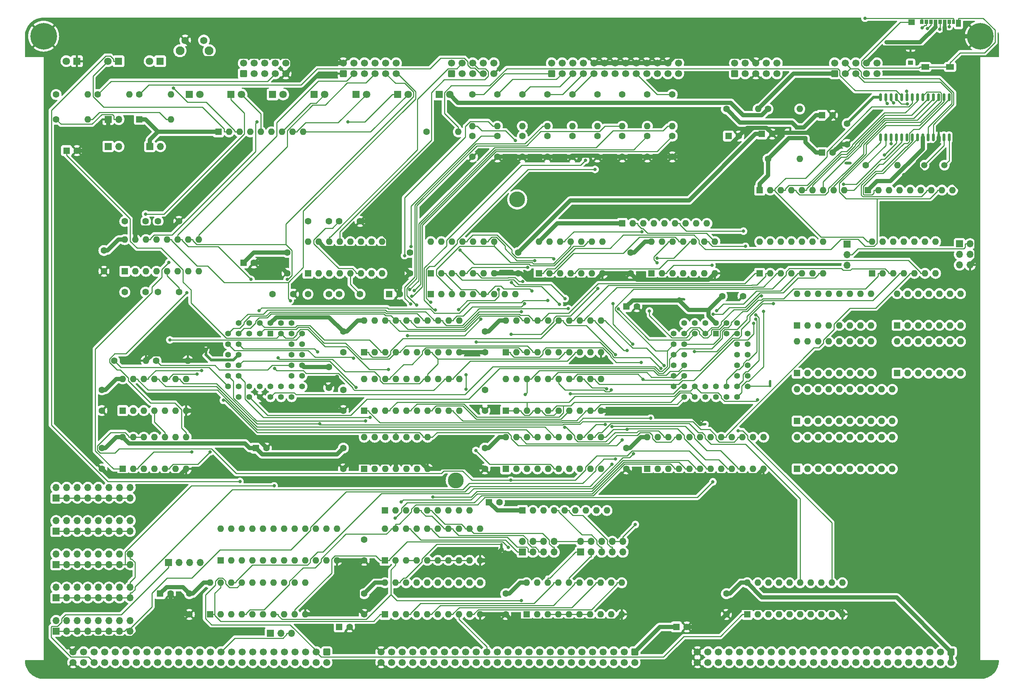
<source format=gbr>
%TF.GenerationSoftware,KiCad,Pcbnew,(6.0.11)*%
%TF.CreationDate,2023-09-02T05:53:15-04:00*%
%TF.ProjectId,input-output.Multi,696e7075-742d-46f7-9574-7075742e4d75,rev?*%
%TF.SameCoordinates,Original*%
%TF.FileFunction,Copper,L1,Top*%
%TF.FilePolarity,Positive*%
%FSLAX46Y46*%
G04 Gerber Fmt 4.6, Leading zero omitted, Abs format (unit mm)*
G04 Created by KiCad (PCBNEW (6.0.11)) date 2023-09-02 05:53:15*
%MOMM*%
%LPD*%
G01*
G04 APERTURE LIST*
G04 Aperture macros list*
%AMRoundRect*
0 Rectangle with rounded corners*
0 $1 Rounding radius*
0 $2 $3 $4 $5 $6 $7 $8 $9 X,Y pos of 4 corners*
0 Add a 4 corners polygon primitive as box body*
4,1,4,$2,$3,$4,$5,$6,$7,$8,$9,$2,$3,0*
0 Add four circle primitives for the rounded corners*
1,1,$1+$1,$2,$3*
1,1,$1+$1,$4,$5*
1,1,$1+$1,$6,$7*
1,1,$1+$1,$8,$9*
0 Add four rect primitives between the rounded corners*
20,1,$1+$1,$2,$3,$4,$5,0*
20,1,$1+$1,$4,$5,$6,$7,0*
20,1,$1+$1,$6,$7,$8,$9,0*
20,1,$1+$1,$8,$9,$2,$3,0*%
G04 Aperture macros list end*
%TA.AperFunction,ComponentPad*%
%ADD10R,1.600000X1.600000*%
%TD*%
%TA.AperFunction,ComponentPad*%
%ADD11C,1.600000*%
%TD*%
%TA.AperFunction,ComponentPad*%
%ADD12O,1.600000X1.600000*%
%TD*%
%TA.AperFunction,ComponentPad*%
%ADD13R,1.800000X1.800000*%
%TD*%
%TA.AperFunction,ComponentPad*%
%ADD14C,1.800000*%
%TD*%
%TA.AperFunction,ComponentPad*%
%ADD15C,6.400000*%
%TD*%
%TA.AperFunction,ComponentPad*%
%ADD16R,1.700000X1.700000*%
%TD*%
%TA.AperFunction,ComponentPad*%
%ADD17O,1.700000X1.700000*%
%TD*%
%TA.AperFunction,ComponentPad*%
%ADD18RoundRect,0.250000X0.600000X-0.600000X0.600000X0.600000X-0.600000X0.600000X-0.600000X-0.600000X0*%
%TD*%
%TA.AperFunction,ComponentPad*%
%ADD19C,1.700000*%
%TD*%
%TA.AperFunction,ComponentPad*%
%ADD20R,1.422400X1.422400*%
%TD*%
%TA.AperFunction,ComponentPad*%
%ADD21C,1.422400*%
%TD*%
%TA.AperFunction,SMDPad,CuDef*%
%ADD22RoundRect,0.150000X0.150000X-0.750000X0.150000X0.750000X-0.150000X0.750000X-0.150000X-0.750000X0*%
%TD*%
%TA.AperFunction,ComponentPad*%
%ADD23R,1.800000X1.100000*%
%TD*%
%TA.AperFunction,ComponentPad*%
%ADD24RoundRect,0.275000X0.625000X-0.275000X0.625000X0.275000X-0.625000X0.275000X-0.625000X-0.275000X0*%
%TD*%
%TA.AperFunction,ComponentPad*%
%ADD25C,2.100000*%
%TD*%
%TA.AperFunction,ComponentPad*%
%ADD26C,1.750000*%
%TD*%
%TA.AperFunction,ComponentPad*%
%ADD27RoundRect,0.250000X-0.600000X0.600000X-0.600000X-0.600000X0.600000X-0.600000X0.600000X0.600000X0*%
%TD*%
%TA.AperFunction,SMDPad,CuDef*%
%ADD28R,0.850000X1.100000*%
%TD*%
%TA.AperFunction,SMDPad,CuDef*%
%ADD29R,0.750000X1.100000*%
%TD*%
%TA.AperFunction,SMDPad,CuDef*%
%ADD30R,1.200000X1.000000*%
%TD*%
%TA.AperFunction,SMDPad,CuDef*%
%ADD31R,1.170000X1.800000*%
%TD*%
%TA.AperFunction,SMDPad,CuDef*%
%ADD32R,1.900000X1.350000*%
%TD*%
%TA.AperFunction,SMDPad,CuDef*%
%ADD33R,1.550000X1.350000*%
%TD*%
%TA.AperFunction,ComponentPad*%
%ADD34C,1.500000*%
%TD*%
%TA.AperFunction,ComponentPad*%
%ADD35C,3.800000*%
%TD*%
%TA.AperFunction,ComponentPad*%
%ADD36C,0.600000*%
%TD*%
%TA.AperFunction,ViaPad*%
%ADD37C,0.800000*%
%TD*%
%TA.AperFunction,Conductor*%
%ADD38C,1.000000*%
%TD*%
%TA.AperFunction,Conductor*%
%ADD39C,0.849800*%
%TD*%
%TA.AperFunction,Conductor*%
%ADD40C,0.250000*%
%TD*%
%TA.AperFunction,Conductor*%
%ADD41C,0.700000*%
%TD*%
G04 APERTURE END LIST*
%TO.C,NT2*%
G36*
X150300000Y-198350000D02*
G01*
X149700000Y-198350000D01*
X149700000Y-197150000D01*
X150300000Y-197150000D01*
X150300000Y-198350000D01*
G37*
%TO.C,NT5*%
G36*
X214800000Y-159100000D02*
G01*
X214200000Y-159100000D01*
X214200000Y-157900000D01*
X214800000Y-157900000D01*
X214800000Y-159100000D01*
G37*
%TO.C,NT6*%
G36*
X233850000Y-105800000D02*
G01*
X232650000Y-105800000D01*
X232650000Y-105200000D01*
X233850000Y-105200000D01*
X233850000Y-105800000D01*
G37*
%TO.C,NT1*%
G36*
X193850000Y-138550000D02*
G01*
X192650000Y-138550000D01*
X192650000Y-137950000D01*
X193850000Y-137950000D01*
X193850000Y-138550000D01*
G37*
%TO.C,NT3*%
G36*
X79300000Y-151600000D02*
G01*
X78700000Y-151600000D01*
X78700000Y-150400000D01*
X79300000Y-150400000D01*
X79300000Y-151600000D01*
G37*
%TO.C,NT4*%
G36*
X198950000Y-168550000D02*
G01*
X197750000Y-168550000D01*
X197750000Y-167950000D01*
X198950000Y-167950000D01*
X198950000Y-168550000D01*
G37*
%TD*%
D10*
%TO.P,C1,1*%
%TO.N,/DUART/~{TTL_RIA}*%
X45500000Y-102500000D03*
D11*
%TO.P,C1,2*%
%TO.N,GND*%
X48000000Y-102500000D03*
%TD*%
D10*
%TO.P,C21,1*%
%TO.N,/USB-SD/VBUS*%
X204500000Y-99000000D03*
D11*
%TO.P,C21,2*%
%TO.N,GND*%
X207000000Y-99000000D03*
%TD*%
D10*
%TO.P,C22,1*%
%TO.N,/USB-SD/VDD3*%
X212500000Y-98500000D03*
D11*
%TO.P,C22,2*%
%TO.N,GND*%
X215000000Y-98500000D03*
%TD*%
%TO.P,C23,1*%
%TO.N,/USB-SD/VDD3*%
X154000000Y-127000000D03*
%TO.P,C23,2*%
%TO.N,GND*%
X154000000Y-132000000D03*
%TD*%
%TO.P,C24,1*%
%TO.N,/USB-SD/VDD2*%
X233000000Y-96000000D03*
%TO.P,C24,2*%
%TO.N,GND*%
X233000000Y-101000000D03*
%TD*%
%TO.P,C25,1*%
%TO.N,VCC*%
X54000000Y-160000000D03*
%TO.P,C25,2*%
%TO.N,GND*%
X54000000Y-165000000D03*
%TD*%
%TO.P,C26,1*%
%TO.N,VCC*%
X128000000Y-127000000D03*
%TO.P,C26,2*%
%TO.N,GND*%
X128000000Y-132000000D03*
%TD*%
%TO.P,C27,1*%
%TO.N,VCC*%
X180000000Y-174000000D03*
%TO.P,C27,2*%
%TO.N,GND*%
X180000000Y-179000000D03*
%TD*%
%TO.P,C28,1*%
%TO.N,VCC*%
X112000000Y-160000000D03*
%TO.P,C28,2*%
%TO.N,GND*%
X112000000Y-165000000D03*
%TD*%
%TO.P,C29,1*%
%TO.N,VCC*%
X112000000Y-146000000D03*
%TO.P,C29,2*%
%TO.N,GND*%
X112000000Y-151000000D03*
%TD*%
%TO.P,C30,1*%
%TO.N,VCC*%
X112000000Y-174000000D03*
%TO.P,C30,2*%
%TO.N,GND*%
X112000000Y-179000000D03*
%TD*%
%TO.P,C32,1*%
%TO.N,VCC*%
X204000000Y-209000000D03*
%TO.P,C32,2*%
%TO.N,GND*%
X204000000Y-214000000D03*
%TD*%
%TO.P,C33,1*%
%TO.N,VCC*%
X151000000Y-209000000D03*
%TO.P,C33,2*%
%TO.N,GND*%
X151000000Y-214000000D03*
%TD*%
D10*
%TO.P,C34,1*%
%TO.N,VCC*%
X180000000Y-140000000D03*
D11*
%TO.P,C34,2*%
%TO.N,GND*%
X182500000Y-140000000D03*
%TD*%
D10*
%TO.P,C35,1*%
%TO.N,VCC*%
X68000000Y-209000000D03*
D11*
%TO.P,C35,2*%
%TO.N,GND*%
X70500000Y-209000000D03*
%TD*%
D10*
%TO.P,C45,1*%
%TO.N,VCC*%
X123000000Y-137000000D03*
D11*
%TO.P,C45,2*%
%TO.N,GND*%
X125500000Y-137000000D03*
%TD*%
%TO.P,C46,1*%
%TO.N,VCC*%
X117000000Y-209000000D03*
%TO.P,C46,2*%
%TO.N,GND*%
X117000000Y-214000000D03*
%TD*%
%TO.P,C47,1*%
%TO.N,VCC*%
X181000000Y-127000000D03*
%TO.P,C47,2*%
%TO.N,GND*%
X181000000Y-132000000D03*
%TD*%
%TO.P,C48,1*%
%TO.N,VCC*%
X54000000Y-174000000D03*
%TO.P,C48,2*%
%TO.N,GND*%
X54000000Y-179000000D03*
%TD*%
%TO.P,C49,1*%
%TO.N,VCC*%
X108500000Y-154500000D03*
%TO.P,C49,2*%
%TO.N,GND*%
X108500000Y-159500000D03*
%TD*%
%TO.P,C53,1*%
%TO.N,VCC*%
X95000000Y-137000000D03*
%TO.P,C53,2*%
%TO.N,GND*%
X100000000Y-137000000D03*
%TD*%
D10*
%TO.P,C54,1*%
%TO.N,VCC*%
X111000000Y-217000000D03*
D11*
%TO.P,C54,2*%
%TO.N,GND*%
X113500000Y-217000000D03*
%TD*%
D10*
%TO.P,C55,1*%
%TO.N,VCC*%
X91000000Y-174000000D03*
D11*
%TO.P,C55,2*%
%TO.N,GND*%
X93500000Y-174000000D03*
%TD*%
%TO.P,C56,1*%
%TO.N,VCC*%
X117000000Y-196000000D03*
%TO.P,C56,2*%
%TO.N,GND*%
X117000000Y-201000000D03*
%TD*%
%TO.P,C57,1*%
%TO.N,VCC*%
X146000000Y-146000000D03*
%TO.P,C57,2*%
%TO.N,GND*%
X146000000Y-151000000D03*
%TD*%
D10*
%TO.P,C65,1*%
%TO.N,VCC*%
X147000000Y-187000000D03*
D11*
%TO.P,C65,2*%
%TO.N,GND*%
X149500000Y-187000000D03*
%TD*%
D10*
%TO.P,C66,1*%
%TO.N,VCC*%
X88000000Y-129500000D03*
D11*
%TO.P,C66,2*%
%TO.N,GND*%
X90500000Y-129500000D03*
%TD*%
D10*
%TO.P,C72,1*%
%TO.N,VCC*%
X227000000Y-94000000D03*
D11*
%TO.P,C72,2*%
%TO.N,GND*%
X229500000Y-94000000D03*
%TD*%
D10*
%TO.P,C73,1*%
%TO.N,VDD1*%
X227000000Y-103000000D03*
D11*
%TO.P,C73,2*%
%TO.N,GND*%
X229500000Y-103000000D03*
%TD*%
D10*
%TO.P,D1,1,K*%
%TO.N,VCC*%
X63000000Y-95000000D03*
D12*
%TO.P,D1,2,A*%
%TO.N,/DUART/~{TTL_RIA}*%
X70620000Y-95000000D03*
%TD*%
D13*
%TO.P,D10,1,K*%
%TO.N,Net-(D10-Pad1)*%
X135000000Y-89000000D03*
D14*
%TO.P,D10,2,A*%
%TO.N,VDD1*%
X137540000Y-89000000D03*
%TD*%
D15*
%TO.P,H2,1,1*%
%TO.N,GND*%
X265000000Y-75000000D03*
%TD*%
D16*
%TO.P,J3,1,Pin_1*%
%TO.N,VCC*%
X65500000Y-101500000D03*
D17*
%TO.P,J3,2,Pin_2*%
%TO.N,Net-(J3-Pad2)*%
X68040000Y-101500000D03*
%TD*%
D18*
%TO.P,J6,1,Pin_1*%
%TO.N,GND*%
X112000000Y-84000000D03*
D19*
%TO.P,J6,2,Pin_2*%
X112000000Y-81460000D03*
%TO.P,J6,3,Pin_3*%
%TO.N,/DUART/~{TTL_RTSA}*%
X114540000Y-84000000D03*
%TO.P,J6,4,Pin_4*%
%TO.N,/DUART/~{TTL_RTSB}*%
X114540000Y-81460000D03*
%TO.P,J6,5,Pin_5*%
%TO.N,Net-(J4-Pad2)*%
X117080000Y-84000000D03*
%TO.P,J6,6,Pin_6*%
%TO.N,Net-(J3-Pad2)*%
X117080000Y-81460000D03*
%TO.P,J6,7,Pin_7*%
%TO.N,/DUART/TTL_RXA*%
X119620000Y-84000000D03*
%TO.P,J6,8,Pin_8*%
%TO.N,/DUART/TTL_RXB*%
X119620000Y-81460000D03*
%TO.P,J6,9,Pin_9*%
%TO.N,/DUART/TTL_TXA*%
X122160000Y-84000000D03*
%TO.P,J6,10,Pin_10*%
%TO.N,/DUART/TTL_TXB*%
X122160000Y-81460000D03*
%TO.P,J6,11,Pin_11*%
%TO.N,/DUART/~{TTL_CTSA}*%
X124700000Y-84000000D03*
%TO.P,J6,12,Pin_12*%
%TO.N,/DUART/~{TTL_CTSB}*%
X124700000Y-81460000D03*
%TD*%
D16*
%TO.P,J11,1,Pin_1*%
%TO.N,/USB-SD/SDDI*%
X260000000Y-124920000D03*
D17*
%TO.P,J11,2,Pin_2*%
%TO.N,Net-(J10-Pad2)*%
X262540000Y-124920000D03*
%TO.P,J11,3,Pin_3*%
%TO.N,/USB-SD/SDCK*%
X260000000Y-127460000D03*
%TO.P,J11,4,Pin_4*%
%TO.N,/USB-SD/SDDO*%
X262540000Y-127460000D03*
%TO.P,J11,5,Pin_5*%
%TO.N,/USB-SD/SDCS*%
X260000000Y-130000000D03*
%TO.P,J11,6,Pin_6*%
%TO.N,GND*%
X262540000Y-130000000D03*
%TD*%
D16*
%TO.P,JP1,1,A*%
%TO.N,GND*%
X55500000Y-95000000D03*
D17*
%TO.P,JP1,2,B*%
%TO.N,Net-(JP1-Pad2)*%
X58040000Y-95000000D03*
%TD*%
D18*
%TO.P,P4,1,Pin_1*%
%TO.N,unconnected-(P4-Pad1)*%
X88000000Y-84000000D03*
D19*
%TO.P,P4,2,Pin_2*%
%TO.N,unconnected-(P4-Pad2)*%
X88000000Y-81460000D03*
%TO.P,P4,3,Pin_3*%
%TO.N,/DUART/RXA*%
X90540000Y-84000000D03*
%TO.P,P4,4,Pin_4*%
%TO.N,/DUART/~{RTSA}*%
X90540000Y-81460000D03*
%TO.P,P4,5,Pin_5*%
%TO.N,/DUART/TXA*%
X93080000Y-84000000D03*
%TO.P,P4,6,Pin_6*%
%TO.N,/DUART/~{CTSA}*%
X93080000Y-81460000D03*
%TO.P,P4,7,Pin_7*%
%TO.N,/DUART/~{DTRA}*%
X95620000Y-84000000D03*
%TO.P,P4,8,Pin_8*%
%TO.N,unconnected-(P4-Pad8)*%
X95620000Y-81460000D03*
%TO.P,P4,9,Pin_9*%
%TO.N,GND*%
X98160000Y-84000000D03*
%TO.P,P4,10,Pin_10*%
%TO.N,unconnected-(P4-Pad10)*%
X98160000Y-81460000D03*
%TD*%
D18*
%TO.P,P5,1,Pin_1*%
%TO.N,unconnected-(P5-Pad1)*%
X138000000Y-84000000D03*
D19*
%TO.P,P5,2,Pin_2*%
%TO.N,unconnected-(P5-Pad2)*%
X138000000Y-81460000D03*
%TO.P,P5,3,Pin_3*%
%TO.N,/DUART/RXB*%
X140540000Y-84000000D03*
%TO.P,P5,4,Pin_4*%
%TO.N,/DUART/~{RTSB}*%
X140540000Y-81460000D03*
%TO.P,P5,5,Pin_5*%
%TO.N,/DUART/TXB*%
X143080000Y-84000000D03*
%TO.P,P5,6,Pin_6*%
%TO.N,/DUART/~{CTSB}*%
X143080000Y-81460000D03*
%TO.P,P5,7,Pin_7*%
%TO.N,/DUART/~{DTRB}*%
X145620000Y-84000000D03*
%TO.P,P5,8,Pin_8*%
%TO.N,unconnected-(P5-Pad8)*%
X145620000Y-81460000D03*
%TO.P,P5,9,Pin_9*%
%TO.N,GND*%
X148160000Y-84000000D03*
%TO.P,P5,10,Pin_10*%
%TO.N,unconnected-(P5-Pad10)*%
X148160000Y-81460000D03*
%TD*%
D11*
%TO.P,R2,1*%
%TO.N,Net-(JP1-Pad2)*%
X43000000Y-95000000D03*
D12*
%TO.P,R2,2*%
%TO.N,/DUART/~{TTL_RIA}*%
X50620000Y-95000000D03*
%TD*%
D11*
%TO.P,R5,1*%
%TO.N,/DUART/~{DTRA}*%
X53000000Y-89000000D03*
D12*
%TO.P,R5,2*%
%TO.N,VCC*%
X60620000Y-89000000D03*
%TD*%
D11*
%TO.P,R8,1*%
%TO.N,/DUART/~{DTRB}*%
X63000000Y-89000000D03*
D12*
%TO.P,R8,2*%
%TO.N,VCC*%
X70620000Y-89000000D03*
%TD*%
D11*
%TO.P,R9,1*%
%TO.N,/DUART/INTB*%
X57000000Y-153000000D03*
D12*
%TO.P,R9,2*%
%TO.N,GND*%
X64620000Y-153000000D03*
%TD*%
D11*
%TO.P,R12,1*%
%TO.N,/DUART/INTA*%
X67000000Y-153000000D03*
D12*
%TO.P,R12,2*%
%TO.N,GND*%
X74620000Y-153000000D03*
%TD*%
D11*
%TO.P,R26,1*%
%TO.N,/parallel/PD7*%
X191000000Y-89000000D03*
D12*
%TO.P,R26,2*%
%TO.N,Net-(R26-Pad2)*%
X191000000Y-96620000D03*
%TD*%
D11*
%TO.P,R31,1*%
%TO.N,VCC*%
X204000000Y-92500000D03*
D12*
%TO.P,R31,2*%
%TO.N,/USB-SD/VBUS*%
X211620000Y-92500000D03*
%TD*%
D11*
%TO.P,R32,1*%
%TO.N,VDD1*%
X214000000Y-92500000D03*
D12*
%TO.P,R32,2*%
%TO.N,Net-(J8-Pad1)*%
X221620000Y-92500000D03*
%TD*%
D11*
%TO.P,R33,1*%
%TO.N,VDD1*%
X214000000Y-104500000D03*
D12*
%TO.P,R33,2*%
%TO.N,/USB-SD/VDD3*%
X221620000Y-104500000D03*
%TD*%
D11*
%TO.P,R35,1*%
%TO.N,Net-(D10-Pad1)*%
X132000000Y-98000000D03*
D12*
%TO.P,R35,2*%
%TO.N,Net-(R35-Pad2)*%
X139620000Y-98000000D03*
%TD*%
D11*
%TO.P,R36,1*%
%TO.N,/USB-SD/RST*%
X237500000Y-106000000D03*
D12*
%TO.P,R36,2*%
%TO.N,GND*%
X245120000Y-106000000D03*
%TD*%
D10*
%TO.P,RN1,1,common*%
%TO.N,VDD1*%
X212000000Y-112000000D03*
D12*
%TO.P,RN1,2,R1*%
%TO.N,Net-(RN1-Pad2)*%
X214540000Y-112000000D03*
%TO.P,RN1,3,R2*%
%TO.N,Net-(RN1-Pad3)*%
X217080000Y-112000000D03*
%TO.P,RN1,4,R3*%
%TO.N,Net-(RN1-Pad4)*%
X219620000Y-112000000D03*
%TO.P,RN1,5,R4*%
%TO.N,Net-(RN1-Pad5)*%
X222160000Y-112000000D03*
%TO.P,RN1,6,R5*%
%TO.N,Net-(RN1-Pad6)*%
X224700000Y-112000000D03*
%TO.P,RN1,7,R6*%
%TO.N,Net-(RN1-Pad7)*%
X227240000Y-112000000D03*
%TO.P,RN1,8,R7*%
%TO.N,Net-(RN1-Pad8)*%
X229780000Y-112000000D03*
%TO.P,RN1,9,R8*%
%TO.N,Net-(RN1-Pad9)*%
X232320000Y-112000000D03*
%TD*%
D10*
%TO.P,RN2,1,R1.1*%
%TO.N,bD6*%
X212000000Y-132000000D03*
D12*
%TO.P,RN2,2,R2.1*%
%TO.N,bD5*%
X214540000Y-132000000D03*
%TO.P,RN2,3,R3.1*%
%TO.N,bD4*%
X217080000Y-132000000D03*
%TO.P,RN2,4,R4.1*%
%TO.N,bD3*%
X219620000Y-132000000D03*
%TO.P,RN2,5,R5.1*%
%TO.N,bD2*%
X222160000Y-132000000D03*
%TO.P,RN2,6,R6.1*%
%TO.N,bD1*%
X224700000Y-132000000D03*
%TO.P,RN2,7,R7.1*%
%TO.N,bD0*%
X227240000Y-132000000D03*
%TO.P,RN2,8,R7.2*%
%TO.N,Net-(RN1-Pad9)*%
X227240000Y-124380000D03*
%TO.P,RN2,9,R6.2*%
%TO.N,Net-(RN1-Pad8)*%
X224700000Y-124380000D03*
%TO.P,RN2,10,R5.2*%
%TO.N,Net-(RN1-Pad7)*%
X222160000Y-124380000D03*
%TO.P,RN2,11,R4.2*%
%TO.N,Net-(RN1-Pad6)*%
X219620000Y-124380000D03*
%TO.P,RN2,12,R3.2*%
%TO.N,Net-(RN1-Pad5)*%
X217080000Y-124380000D03*
%TO.P,RN2,13,R2.2*%
%TO.N,Net-(RN1-Pad4)*%
X214540000Y-124380000D03*
%TO.P,RN2,14,R1.2*%
%TO.N,Net-(RN1-Pad3)*%
X212000000Y-124380000D03*
%TD*%
D10*
%TO.P,RN3,1,R1.1*%
%TO.N,bD7*%
X239000000Y-132000000D03*
D12*
%TO.P,RN3,2,R2.1*%
%TO.N,bA0*%
X241540000Y-132000000D03*
%TO.P,RN3,3,R3.1*%
%TO.N,~{bRD}*%
X244080000Y-132000000D03*
%TO.P,RN3,4,R4.1*%
%TO.N,~{bWR}*%
X246620000Y-132000000D03*
%TO.P,RN3,5,R5.1*%
%TO.N,~{CS_US}*%
X249160000Y-132000000D03*
%TO.P,RN3,6,R6.1*%
%TO.N,bRESET*%
X251700000Y-132000000D03*
%TO.P,RN3,7,R7.1*%
%TO.N,unconnected-(RN3-Pad7)*%
X254240000Y-132000000D03*
%TO.P,RN3,8,R7.2*%
%TO.N,unconnected-(RN3-Pad8)*%
X254240000Y-124380000D03*
%TO.P,RN3,9,R6.2*%
%TO.N,/USB-SD/RST*%
X251700000Y-124380000D03*
%TO.P,RN3,10,R5.2*%
%TO.N,Net-(RN3-Pad10)*%
X249160000Y-124380000D03*
%TO.P,RN3,11,R4.2*%
%TO.N,Net-(RN3-Pad11)*%
X246620000Y-124380000D03*
%TO.P,RN3,12,R3.2*%
%TO.N,Net-(RN3-Pad12)*%
X244080000Y-124380000D03*
%TO.P,RN3,13,R2.2*%
%TO.N,Net-(RN3-Pad13)*%
X241540000Y-124380000D03*
%TO.P,RN3,14,R1.2*%
%TO.N,Net-(RN1-Pad2)*%
X239000000Y-124380000D03*
%TD*%
D10*
%TO.P,RN4,1,common*%
%TO.N,VDD1*%
X238000000Y-112000000D03*
D12*
%TO.P,RN4,2,R1*%
%TO.N,Net-(RN3-Pad13)*%
X240540000Y-112000000D03*
%TO.P,RN4,3,R2*%
%TO.N,Net-(RN3-Pad12)*%
X243080000Y-112000000D03*
%TO.P,RN4,4,R3*%
%TO.N,Net-(RN3-Pad11)*%
X245620000Y-112000000D03*
%TO.P,RN4,5,R4*%
%TO.N,Net-(RN3-Pad10)*%
X248160000Y-112000000D03*
%TO.P,RN4,6,R5*%
%TO.N,/USB-SD/SDCS*%
X250700000Y-112000000D03*
%TO.P,RN4,7,R6*%
%TO.N,/USB-SD/SDDO*%
X253240000Y-112000000D03*
%TO.P,RN4,8,R7*%
%TO.N,/USB-SD/~{INT-USB}*%
X255780000Y-112000000D03*
%TO.P,RN4,9,R8*%
%TO.N,unconnected-(RN4-Pad9)*%
X258320000Y-112000000D03*
%TD*%
D10*
%TO.P,RN8,1,common*%
%TO.N,VCC*%
X179000000Y-120000000D03*
D12*
%TO.P,RN8,2,R1*%
%TO.N,/kbdmse/MSECLK*%
X181540000Y-120000000D03*
%TO.P,RN8,3,R2*%
%TO.N,/kbdmse/KBDCLK*%
X184080000Y-120000000D03*
%TO.P,RN8,4,R3*%
%TO.N,/kbdmse/MSEDAT*%
X186620000Y-120000000D03*
%TO.P,RN8,5,R4*%
%TO.N,/kbdmse/KBDDAT*%
X189160000Y-120000000D03*
%TO.P,RN8,6,R5*%
%TO.N,/kbdmse/PROG*%
X191700000Y-120000000D03*
%TO.P,RN8,7,R6*%
%TO.N,unconnected-(RN8-Pad7)*%
X194240000Y-120000000D03*
%TO.P,RN8,8,R7*%
%TO.N,unconnected-(RN8-Pad8)*%
X196780000Y-120000000D03*
%TO.P,RN8,9,R8*%
%TO.N,unconnected-(RN8-Pad9)*%
X199320000Y-120000000D03*
%TD*%
D16*
%TO.P,SW2,1,Pin_1*%
%TO.N,Net-(RN5-Pad2)*%
X155000000Y-199000000D03*
D17*
%TO.P,SW2,2,Pin_2*%
%TO.N,ZERO*%
X155000000Y-196460000D03*
%TO.P,SW2,3,Pin_3*%
%TO.N,Net-(RN5-Pad3)*%
X157540000Y-199000000D03*
%TO.P,SW2,4,Pin_4*%
%TO.N,ZERO*%
X157540000Y-196460000D03*
%TO.P,SW2,5,Pin_5*%
%TO.N,Net-(RN5-Pad4)*%
X160080000Y-199000000D03*
%TO.P,SW2,6,Pin_6*%
%TO.N,ZERO*%
X160080000Y-196460000D03*
%TO.P,SW2,7,Pin_7*%
%TO.N,Net-(RN5-Pad5)*%
X162620000Y-199000000D03*
%TO.P,SW2,8,Pin_8*%
%TO.N,ZERO*%
X162620000Y-196460000D03*
%TD*%
D10*
%TO.P,U2,1,G*%
%TO.N,~{bIORQ}*%
X122000000Y-201000000D03*
D12*
%TO.P,U2,2,P0*%
%TO.N,~{bM1}*%
X124540000Y-201000000D03*
%TO.P,U2,3,R0*%
%TO.N,Net-(RN5-Pad6)*%
X127080000Y-201000000D03*
%TO.P,U2,4,P1*%
X129620000Y-201000000D03*
%TO.P,U2,5,R1*%
X132160000Y-201000000D03*
%TO.P,U2,6,P2*%
X134700000Y-201000000D03*
%TO.P,U2,7,R2*%
X137240000Y-201000000D03*
%TO.P,U2,8,P3*%
X139780000Y-201000000D03*
%TO.P,U2,9,R3*%
X142320000Y-201000000D03*
%TO.P,U2,10,GND*%
%TO.N,GND*%
X144860000Y-201000000D03*
%TO.P,U2,11,P4*%
%TO.N,bA4*%
X144860000Y-193380000D03*
%TO.P,U2,12,R4*%
%TO.N,Net-(RN5-Pad5)*%
X142320000Y-193380000D03*
%TO.P,U2,13,P5*%
%TO.N,bA5*%
X139780000Y-193380000D03*
%TO.P,U2,14,R5*%
%TO.N,Net-(RN5-Pad4)*%
X137240000Y-193380000D03*
%TO.P,U2,15,P6*%
%TO.N,bA6*%
X134700000Y-193380000D03*
%TO.P,U2,16,R6*%
%TO.N,Net-(RN5-Pad3)*%
X132160000Y-193380000D03*
%TO.P,U2,17,P7*%
%TO.N,bA7*%
X129620000Y-193380000D03*
%TO.P,U2,18,R7*%
%TO.N,Net-(RN5-Pad2)*%
X127080000Y-193380000D03*
%TO.P,U2,19,P=R*%
%TO.N,~{CS_DUART}*%
X124540000Y-193380000D03*
%TO.P,U2,20,VCC*%
%TO.N,VCC*%
X122000000Y-193380000D03*
%TD*%
D10*
%TO.P,U3,1,OEa*%
%TO.N,ZERO*%
X122000000Y-214000000D03*
D12*
%TO.P,U3,2,I0a*%
%TO.N,A0*%
X124540000Y-214000000D03*
%TO.P,U3,3,O3b*%
%TO.N,bA7*%
X127080000Y-214000000D03*
%TO.P,U3,4,I1a*%
%TO.N,A1*%
X129620000Y-214000000D03*
%TO.P,U3,5,O2b*%
%TO.N,bA6*%
X132160000Y-214000000D03*
%TO.P,U3,6,I2a*%
%TO.N,A2*%
X134700000Y-214000000D03*
%TO.P,U3,7,O1b*%
%TO.N,bA5*%
X137240000Y-214000000D03*
%TO.P,U3,8,I3a*%
%TO.N,A3*%
X139780000Y-214000000D03*
%TO.P,U3,9,O0b*%
%TO.N,bA4*%
X142320000Y-214000000D03*
%TO.P,U3,10,GND*%
%TO.N,GND*%
X144860000Y-214000000D03*
%TO.P,U3,11,I0b*%
%TO.N,A4*%
X144860000Y-206380000D03*
%TO.P,U3,12,O3a*%
%TO.N,bA3*%
X142320000Y-206380000D03*
%TO.P,U3,13,I1b*%
%TO.N,A5*%
X139780000Y-206380000D03*
%TO.P,U3,14,O2a*%
%TO.N,bA2*%
X137240000Y-206380000D03*
%TO.P,U3,15,I2b*%
%TO.N,A6*%
X134700000Y-206380000D03*
%TO.P,U3,16,O1a*%
%TO.N,bA1*%
X132160000Y-206380000D03*
%TO.P,U3,17,I3b*%
%TO.N,A7*%
X129620000Y-206380000D03*
%TO.P,U3,18,O0a*%
%TO.N,bA0*%
X127080000Y-206380000D03*
%TO.P,U3,19,OEb*%
%TO.N,ZERO*%
X124540000Y-206380000D03*
%TO.P,U3,20,VCC*%
%TO.N,VCC*%
X122000000Y-206380000D03*
%TD*%
D20*
%TO.P,U4,1,~{TXRDYA}*%
%TO.N,unconnected-(U4-Pad1)*%
X94500000Y-146500000D03*
D21*
%TO.P,U4,2,D0*%
%TO.N,bD0*%
X91960000Y-143960000D03*
%TO.P,U4,3,D1*%
%TO.N,bD1*%
X91960000Y-146500000D03*
%TO.P,U4,4,D2*%
%TO.N,bD2*%
X89420000Y-143960000D03*
%TO.P,U4,5,D3*%
%TO.N,bD3*%
X89420000Y-146500000D03*
%TO.P,U4,6,D4*%
%TO.N,bD4*%
X86880000Y-143960000D03*
%TO.P,U4,7,D5*%
%TO.N,bD5*%
X84340000Y-146500000D03*
%TO.P,U4,8,D6*%
%TO.N,bD6*%
X86880000Y-146500000D03*
%TO.P,U4,9,D7*%
%TO.N,bD7*%
X84340000Y-149040000D03*
%TO.P,U4,10,A0*%
%TO.N,bA0*%
X86880000Y-149040000D03*
%TO.P,U4,11,XTAL1*%
%TO.N,CLK_DUART*%
X84340000Y-151580000D03*
%TO.P,U4,12,GND*%
%TO.N,/DUART/GND_UART*%
X86880000Y-151580000D03*
%TO.P,U4,13,XTAL2*%
%TO.N,unconnected-(U4-Pad13)*%
X84340000Y-154120000D03*
%TO.P,U4,14,A1*%
%TO.N,bA1*%
X86880000Y-154120000D03*
%TO.P,U4,15,A2*%
%TO.N,bA2*%
X84340000Y-156660000D03*
%TO.P,U4,16,CHSEL*%
%TO.N,bA3*%
X86880000Y-156660000D03*
%TO.P,U4,17,INTB*%
%TO.N,/DUART/INTB*%
X84340000Y-159200000D03*
%TO.P,U4,18,~{CS}*%
%TO.N,~{CS_DUART}*%
X86880000Y-161740000D03*
%TO.P,U4,19,~{MFB}*%
%TO.N,unconnected-(U4-Pad19)*%
X86880000Y-159200000D03*
%TO.P,U4,20,~{IOW}*%
%TO.N,~{bWR}*%
X89420000Y-161740000D03*
%TO.P,U4,21,RESET*%
%TO.N,bRESET*%
X89420000Y-159200000D03*
%TO.P,U4,22,GND*%
%TO.N,GND*%
X91960000Y-161740000D03*
%TO.P,U4,23,~{RTSB}*%
%TO.N,/DUART/~{TTL_RTSB}*%
X91960000Y-159200000D03*
%TO.P,U4,24,~{IOR}*%
%TO.N,~{bRD}*%
X94500000Y-161740000D03*
%TO.P,U4,25,RXB*%
%TO.N,/DUART/TTL_RXB*%
X94500000Y-159200000D03*
%TO.P,U4,26,TXB*%
%TO.N,/DUART/TTL_TXB*%
X97040000Y-161740000D03*
%TO.P,U4,27,~{DTRB}*%
%TO.N,unconnected-(U4-Pad27)*%
X97040000Y-159200000D03*
%TO.P,U4,28,~{CTSB}*%
%TO.N,/DUART/~{TTL_CTSB}*%
X99580000Y-161740000D03*
%TO.P,U4,29,~{DSRB}*%
%TO.N,unconnected-(U4-Pad29)*%
X102120000Y-159200000D03*
%TO.P,U4,30,~{CDB}*%
%TO.N,unconnected-(U4-Pad30)*%
X99580000Y-159200000D03*
%TO.P,U4,31,~{RIB}*%
%TO.N,unconnected-(U4-Pad31)*%
X102120000Y-156660000D03*
%TO.P,U4,32,~{TXRDYB}*%
%TO.N,unconnected-(U4-Pad32)*%
X99580000Y-156660000D03*
%TO.P,U4,33,VCC*%
%TO.N,VCC*%
X102120000Y-154120000D03*
%TO.P,U4,34,INTA*%
%TO.N,/DUART/INTA*%
X99580000Y-154120000D03*
%TO.P,U4,35,~{MFA}*%
%TO.N,unconnected-(U4-Pad35)*%
X102120000Y-151580000D03*
%TO.P,U4,36,~{RTSA}*%
%TO.N,/DUART/~{TTL_RTSA}*%
X99580000Y-151580000D03*
%TO.P,U4,37,~{DTRA}*%
%TO.N,unconnected-(U4-Pad37)*%
X102120000Y-149040000D03*
%TO.P,U4,38,TXA*%
%TO.N,/DUART/TTL_TXA*%
X99580000Y-149040000D03*
%TO.P,U4,39,RXA*%
%TO.N,/DUART/TTL_RXA*%
X102120000Y-146500000D03*
%TO.P,U4,40,~{CTSA}*%
%TO.N,/DUART/~{TTL_CTSA}*%
X99580000Y-143960000D03*
%TO.P,U4,41,~{DSRA}*%
%TO.N,unconnected-(U4-Pad41)*%
X99580000Y-146500000D03*
%TO.P,U4,42,~{CDA}*%
%TO.N,unconnected-(U4-Pad42)*%
X97040000Y-143960000D03*
%TO.P,U4,43,~{RIA}*%
%TO.N,/DUART/~{TTL_RIA}*%
X97040000Y-146500000D03*
%TO.P,U4,44,VCC*%
%TO.N,VCC*%
X94500000Y-143960000D03*
%TD*%
D10*
%TO.P,U5,1,A->B*%
%TO.N,~{RD}*%
X209000000Y-214000000D03*
D12*
%TO.P,U5,2,A0*%
%TO.N,D0*%
X211540000Y-214000000D03*
%TO.P,U5,3,A1*%
%TO.N,D1*%
X214080000Y-214000000D03*
%TO.P,U5,4,A2*%
%TO.N,D2*%
X216620000Y-214000000D03*
%TO.P,U5,5,A3*%
%TO.N,D3*%
X219160000Y-214000000D03*
%TO.P,U5,6,A4*%
%TO.N,D4*%
X221700000Y-214000000D03*
%TO.P,U5,7,A5*%
%TO.N,D5*%
X224240000Y-214000000D03*
%TO.P,U5,8,A6*%
%TO.N,D6*%
X226780000Y-214000000D03*
%TO.P,U5,9,A7*%
%TO.N,D7*%
X229320000Y-214000000D03*
%TO.P,U5,10,GND*%
%TO.N,GND*%
X231860000Y-214000000D03*
%TO.P,U5,11,B7*%
%TO.N,bD7*%
X231860000Y-206380000D03*
%TO.P,U5,12,B6*%
%TO.N,bD6*%
X229320000Y-206380000D03*
%TO.P,U5,13,B5*%
%TO.N,bD5*%
X226780000Y-206380000D03*
%TO.P,U5,14,B4*%
%TO.N,bD4*%
X224240000Y-206380000D03*
%TO.P,U5,15,B3*%
%TO.N,bD3*%
X221700000Y-206380000D03*
%TO.P,U5,16,B2*%
%TO.N,bD2*%
X219160000Y-206380000D03*
%TO.P,U5,17,B1*%
%TO.N,bD1*%
X216620000Y-206380000D03*
%TO.P,U5,18,B0*%
%TO.N,bD0*%
X214080000Y-206380000D03*
%TO.P,U5,19,CE*%
%TO.N,~{BUS_EN}*%
X211540000Y-206380000D03*
%TO.P,U5,20,VCC*%
%TO.N,VCC*%
X209000000Y-206380000D03*
%TD*%
D10*
%TO.P,U6,1,Pin_1*%
%TO.N,VCC*%
X117000000Y-179000000D03*
D12*
%TO.P,U6,2,Pin_2*%
%TO.N,unconnected-(U6-Pad2)*%
X119540000Y-179000000D03*
%TO.P,U6,3,Pin_3*%
%TO.N,unconnected-(U6-Pad3)*%
X122080000Y-179000000D03*
%TO.P,U6,4,Pin_4*%
%TO.N,GND*%
X124620000Y-179000000D03*
%TO.P,U6,5,Pin_5*%
%TO.N,unconnected-(U6-Pad5)*%
X127160000Y-179000000D03*
%TO.P,U6,6,Pin_6*%
%TO.N,unconnected-(U6-Pad6)*%
X129700000Y-179000000D03*
%TO.P,U6,7,Pin_7*%
%TO.N,GND*%
X132240000Y-179000000D03*
%TO.P,U6,8,Pin_8*%
%TO.N,CLK_DUART*%
X132240000Y-171380000D03*
%TO.P,U6,9,Pin_9*%
%TO.N,unconnected-(U6-Pad9)*%
X129700000Y-171380000D03*
%TO.P,U6,10,Pin_10*%
%TO.N,unconnected-(U6-Pad10)*%
X127160000Y-171380000D03*
%TO.P,U6,11,Pin_11*%
%TO.N,CLK_DUART*%
X124620000Y-171380000D03*
%TO.P,U6,12,Pin_12*%
%TO.N,unconnected-(U6-Pad12)*%
X122080000Y-171380000D03*
%TO.P,U6,13,Pin_13*%
%TO.N,unconnected-(U6-Pad13)*%
X119540000Y-171380000D03*
%TO.P,U6,14,Pin_14*%
%TO.N,VCC*%
X117000000Y-171380000D03*
%TD*%
D10*
%TO.P,U7,1,OEa*%
%TO.N,ZERO*%
X80000000Y-214000000D03*
D12*
%TO.P,U7,2,I0a*%
%TO.N,Net-(J20-Pad2)*%
X82540000Y-214000000D03*
%TO.P,U7,3,O3b*%
%TO.N,~{bRD}*%
X85080000Y-214000000D03*
%TO.P,U7,4,I1a*%
%TO.N,~{CS_DUART}*%
X87620000Y-214000000D03*
%TO.P,U7,5,O2b*%
%TO.N,~{bWR}*%
X90160000Y-214000000D03*
%TO.P,U7,6,I2a*%
%TO.N,unconnected-(U7-Pad6)*%
X92700000Y-214000000D03*
%TO.P,U7,7,O1b*%
%TO.N,~{bM1}*%
X95240000Y-214000000D03*
%TO.P,U7,8,I3a*%
%TO.N,unconnected-(U7-Pad8)*%
X97780000Y-214000000D03*
%TO.P,U7,9,O0b*%
%TO.N,~{bIORQ}*%
X100320000Y-214000000D03*
%TO.P,U7,10,GND*%
%TO.N,GND*%
X102860000Y-214000000D03*
%TO.P,U7,11,I0b*%
%TO.N,~{IORQ}*%
X102860000Y-206380000D03*
%TO.P,U7,12,O3a*%
%TO.N,unconnected-(U7-Pad12)*%
X100320000Y-206380000D03*
%TO.P,U7,13,I1b*%
%TO.N,~{M1}*%
X97780000Y-206380000D03*
%TO.P,U7,14,O2a*%
%TO.N,unconnected-(U7-Pad14)*%
X95240000Y-206380000D03*
%TO.P,U7,15,I2b*%
%TO.N,~{WR}*%
X92700000Y-206380000D03*
%TO.P,U7,16,O1a*%
%TO.N,Net-(D2-Pad1)*%
X90160000Y-206380000D03*
%TO.P,U7,17,I3b*%
%TO.N,~{RD}*%
X87620000Y-206380000D03*
%TO.P,U7,18,O0a*%
%TO.N,~{bRESET}*%
X85080000Y-206380000D03*
%TO.P,U7,19,OEb*%
%TO.N,ZERO*%
X82540000Y-206380000D03*
%TO.P,U7,20,VCC*%
%TO.N,VCC*%
X80000000Y-206380000D03*
%TD*%
D10*
%TO.P,U10,1*%
%TO.N,/DUART/TTL_TXA*%
X59000000Y-179000000D03*
D12*
%TO.P,U10,2*%
%TO.N,/DUART/TTL_TXB*%
X61540000Y-179000000D03*
%TO.P,U10,3*%
%TO.N,Net-(D4-Pad1)*%
X64080000Y-179000000D03*
%TO.P,U10,4*%
%TO.N,/DUART/TTL_RXA*%
X66620000Y-179000000D03*
%TO.P,U10,5*%
%TO.N,/DUART/TTL_RXB*%
X69160000Y-179000000D03*
%TO.P,U10,6*%
%TO.N,Net-(D5-Pad1)*%
X71700000Y-179000000D03*
%TO.P,U10,7,GND*%
%TO.N,GND*%
X74240000Y-179000000D03*
%TO.P,U10,8*%
%TO.N,Net-(D3-Pad1)*%
X74240000Y-171380000D03*
%TO.P,U10,9*%
%TO.N,/DUART/~{INTA}*%
X71700000Y-171380000D03*
%TO.P,U10,10*%
%TO.N,/DUART/~{INTB}*%
X69160000Y-171380000D03*
%TO.P,U10,11*%
%TO.N,Net-(D9-Pad1)*%
X66620000Y-171380000D03*
%TO.P,U10,12*%
%TO.N,~{CS_PAR}*%
X64080000Y-171380000D03*
%TO.P,U10,13*%
X61540000Y-171380000D03*
%TO.P,U10,14,VCC*%
%TO.N,VCC*%
X59000000Y-171380000D03*
%TD*%
D10*
%TO.P,U16,1*%
%TO.N,/USB-SD/~{INT-USB}*%
X159000000Y-132000000D03*
D12*
%TO.P,U16,2*%
%TO.N,Net-(U16-Pad2)*%
X161540000Y-132000000D03*
%TO.P,U16,3*%
%TO.N,~{bRESET}*%
X164080000Y-132000000D03*
%TO.P,U16,4*%
%TO.N,bRESET*%
X166620000Y-132000000D03*
%TO.P,U16,5*%
%TO.N,Net-(U16-Pad5)*%
X169160000Y-132000000D03*
%TO.P,U16,6*%
%TO.N,Net-(U16-Pad6)*%
X171700000Y-132000000D03*
%TO.P,U16,7,GND*%
%TO.N,GND*%
X174240000Y-132000000D03*
%TO.P,U16,8*%
%TO.N,Net-(U16-Pad8)*%
X174240000Y-124380000D03*
%TO.P,U16,9*%
%TO.N,/parallel/~{STROBE}*%
X171700000Y-124380000D03*
%TO.P,U16,10*%
%TO.N,Net-(U16-Pad10)*%
X169160000Y-124380000D03*
%TO.P,U16,11*%
%TO.N,/parallel/~{LINEFEED}*%
X166620000Y-124380000D03*
%TO.P,U16,12*%
%TO.N,Net-(U16-Pad12)*%
X164080000Y-124380000D03*
%TO.P,U16,13*%
%TO.N,/parallel/~{SEL}*%
X161540000Y-124380000D03*
%TO.P,U16,14,VCC*%
%TO.N,VCC*%
X159000000Y-124380000D03*
%TD*%
D10*
%TO.P,U19,1*%
%TO.N,/parallel/~{BUSY}*%
X133000000Y-132000000D03*
D12*
%TO.P,U19,2*%
%TO.N,/parallel/BUSY*%
X135540000Y-132000000D03*
%TO.P,U19,3*%
%TO.N,Net-(U19-Pad3)*%
X138080000Y-132000000D03*
%TO.P,U19,4*%
%TO.N,/parallel/~{SEL}*%
X140620000Y-132000000D03*
%TO.P,U19,5*%
%TO.N,Net-(U19-Pad5)*%
X143160000Y-132000000D03*
%TO.P,U19,6*%
%TO.N,Net-(R28-Pad2)*%
X145700000Y-132000000D03*
%TO.P,U19,7,GND*%
%TO.N,GND*%
X148240000Y-132000000D03*
%TO.P,U19,8*%
%TO.N,/parallel/~{LINEFEED}*%
X148240000Y-124380000D03*
%TO.P,U19,9*%
%TO.N,Net-(U19-Pad9)*%
X145700000Y-124380000D03*
%TO.P,U19,10*%
%TO.N,/parallel/P-RESET*%
X143160000Y-124380000D03*
%TO.P,U19,11*%
%TO.N,Net-(U16-Pad6)*%
X140620000Y-124380000D03*
%TO.P,U19,12*%
%TO.N,/parallel/~{INT_PAR}*%
X138080000Y-124380000D03*
%TO.P,U19,13*%
%TO.N,INT_PAR*%
X135540000Y-124380000D03*
%TO.P,U19,14,VCC*%
%TO.N,VCC*%
X133000000Y-124380000D03*
%TD*%
D10*
%TO.P,U21,1,OEa*%
%TO.N,~{PARIN1}*%
X151000000Y-165000000D03*
D12*
%TO.P,U21,2,I0a*%
X153540000Y-165000000D03*
%TO.P,U21,3,O3b*%
%TO.N,bD7*%
X156080000Y-165000000D03*
%TO.P,U21,4,I1a*%
%TO.N,~{PARIN1}*%
X158620000Y-165000000D03*
%TO.P,U21,5,O2b*%
%TO.N,bD6*%
X161160000Y-165000000D03*
%TO.P,U21,6,I2a*%
%TO.N,~{PARIN1}*%
X163700000Y-165000000D03*
%TO.P,U21,7,O1b*%
%TO.N,bD5*%
X166240000Y-165000000D03*
%TO.P,U21,8,I3a*%
%TO.N,/parallel/ERROR*%
X168780000Y-165000000D03*
%TO.P,U21,9,O0b*%
%TO.N,bD4*%
X171320000Y-165000000D03*
%TO.P,U21,10,GND*%
%TO.N,GND*%
X173860000Y-165000000D03*
%TO.P,U21,11,I0b*%
%TO.N,/parallel/SELECT*%
X173860000Y-157380000D03*
%TO.P,U21,12,O3a*%
%TO.N,bD3*%
X171320000Y-157380000D03*
%TO.P,U21,13,I1b*%
%TO.N,/parallel/PAPEROUT*%
X168780000Y-157380000D03*
%TO.P,U21,14,O2a*%
%TO.N,bD2*%
X166240000Y-157380000D03*
%TO.P,U21,15,I2b*%
%TO.N,ACK*%
X163700000Y-157380000D03*
%TO.P,U21,16,O1a*%
%TO.N,bD1*%
X161160000Y-157380000D03*
%TO.P,U21,17,I3b*%
%TO.N,/parallel/BUSY*%
X158620000Y-157380000D03*
%TO.P,U21,18,O0a*%
%TO.N,bD0*%
X156080000Y-157380000D03*
%TO.P,U21,19,OEb*%
%TO.N,~{PARIN1}*%
X153540000Y-157380000D03*
%TO.P,U21,20,VCC*%
%TO.N,VCC*%
X151000000Y-157380000D03*
%TD*%
D10*
%TO.P,U25,1*%
%TO.N,Net-(U25-Pad1)*%
X186000000Y-132000000D03*
D12*
%TO.P,U25,2*%
%TO.N,/kbdmse/KBDDAT*%
X188540000Y-132000000D03*
%TO.P,U25,3*%
%TO.N,Net-(U25-Pad3)*%
X191080000Y-132000000D03*
%TO.P,U25,4*%
%TO.N,/kbdmse/KBDCLK*%
X193620000Y-132000000D03*
%TO.P,U25,5*%
%TO.N,Net-(U25-Pad5)*%
X196160000Y-132000000D03*
%TO.P,U25,6*%
%TO.N,/kbdmse/MSEDAT*%
X198700000Y-132000000D03*
%TO.P,U25,7,GND*%
%TO.N,GND*%
X201240000Y-132000000D03*
%TO.P,U25,8*%
%TO.N,/kbdmse/MSECLK*%
X201240000Y-124380000D03*
%TO.P,U25,9*%
%TO.N,Net-(U25-Pad9)*%
X198700000Y-124380000D03*
%TO.P,U25,10*%
%TO.N,Net-(J12-Pad1)*%
X196160000Y-124380000D03*
%TO.P,U25,11*%
%TO.N,Net-(U16-Pad2)*%
X193620000Y-124380000D03*
%TO.P,U25,12*%
%TO.N,/kbdmse/~{INT_KM}*%
X191080000Y-124380000D03*
%TO.P,U25,13*%
%TO.N,INT_KM*%
X188540000Y-124380000D03*
%TO.P,U25,14,VCC*%
%TO.N,VCC*%
X186000000Y-124380000D03*
%TD*%
D20*
%TO.P,U26,1,NC*%
%TO.N,unconnected-(U26-Pad1)*%
X201500000Y-146500000D03*
D21*
%TO.P,U26,2,T0*%
%TO.N,/kbdmse/KBDCLK*%
X198960000Y-143960000D03*
%TO.P,U26,3,X1*%
%TO.N,ZERO*%
X198960000Y-146500000D03*
%TO.P,U26,4,X2*%
%TO.N,CLK_DUART*%
X196420000Y-143960000D03*
%TO.P,U26,5,RESET*%
%TO.N,~{bRESET}*%
X196420000Y-146500000D03*
%TO.P,U26,6,SS*%
%TO.N,ONE*%
X193880000Y-143960000D03*
%TO.P,U26,7,CS*%
%TO.N,~{CS_KM}*%
X191340000Y-146500000D03*
%TO.P,U26,8,EA*%
%TO.N,ZERO*%
X193880000Y-146500000D03*
%TO.P,U26,9,RD*%
%TO.N,~{bRD}*%
X191340000Y-149040000D03*
%TO.P,U26,10,A0*%
%TO.N,bA0*%
X193880000Y-149040000D03*
%TO.P,U26,11,WR*%
%TO.N,~{bWR}*%
X191340000Y-151580000D03*
%TO.P,U26,12,SYNC*%
%TO.N,unconnected-(U26-Pad12)*%
X193880000Y-151580000D03*
%TO.P,U26,13,NC*%
%TO.N,unconnected-(U26-Pad13)*%
X191340000Y-154120000D03*
%TO.P,U26,14,D0*%
%TO.N,bD0*%
X193880000Y-154120000D03*
%TO.P,U26,15,D1*%
%TO.N,bD1*%
X191340000Y-156660000D03*
%TO.P,U26,16,D2*%
%TO.N,bD2*%
X193880000Y-156660000D03*
%TO.P,U26,17,D3*%
%TO.N,bD3*%
X191340000Y-159200000D03*
%TO.P,U26,18,D4*%
%TO.N,bD4*%
X193880000Y-161740000D03*
%TO.P,U26,19,D5*%
%TO.N,bD5*%
X193880000Y-159200000D03*
%TO.P,U26,20,D6*%
%TO.N,bD6*%
X196420000Y-161740000D03*
%TO.P,U26,21,D7*%
%TO.N,bD7*%
X196420000Y-159200000D03*
%TO.P,U26,22,VSS*%
%TO.N,VSS*%
X198960000Y-161740000D03*
%TO.P,U26,23,NC*%
%TO.N,unconnected-(U26-Pad23)*%
X198960000Y-159200000D03*
%TO.P,U26,24,P20*%
%TO.N,/kbdmse/P20*%
X201500000Y-161740000D03*
%TO.P,U26,25,P21*%
%TO.N,/kbdmse/P21*%
X201500000Y-159200000D03*
%TO.P,U26,26,P22*%
%TO.N,Net-(U25-Pad5)*%
X204040000Y-161740000D03*
%TO.P,U26,27,P23*%
%TO.N,Net-(U25-Pad9)*%
X204040000Y-159200000D03*
%TO.P,U26,28,PROG*%
%TO.N,/kbdmse/PROG*%
X206580000Y-161740000D03*
%TO.P,U26,29,VDD*%
%TO.N,VDD*%
X209120000Y-159200000D03*
%TO.P,U26,30,P10*%
%TO.N,/kbdmse/KBDDAT*%
X206580000Y-159200000D03*
%TO.P,U26,31,P11*%
%TO.N,/kbdmse/MSEDAT*%
X209120000Y-156660000D03*
%TO.P,U26,32,P12*%
%TO.N,/kbdmse/P12*%
X206580000Y-156660000D03*
%TO.P,U26,33,P13*%
%TO.N,/kbdmse/P13*%
X209120000Y-154120000D03*
%TO.P,U26,34,NC*%
%TO.N,unconnected-(U26-Pad34)*%
X206580000Y-154120000D03*
%TO.P,U26,35,P14*%
%TO.N,/kbdmse/P14*%
X209120000Y-151580000D03*
%TO.P,U26,36,P15*%
%TO.N,/kbdmse/P15*%
X206580000Y-151580000D03*
%TO.P,U26,37,P16*%
%TO.N,/kbdmse/P16*%
X209120000Y-149040000D03*
%TO.P,U26,38,P17*%
%TO.N,/kbdmse/P17*%
X206580000Y-149040000D03*
%TO.P,U26,39,P24/OB*%
%TO.N,P24-OB*%
X209120000Y-146500000D03*
%TO.P,U26,40,P25/BF*%
%TO.N,P25-BF*%
X206580000Y-143960000D03*
%TO.P,U26,41,P26/DRQ*%
%TO.N,Net-(U25-Pad3)*%
X206580000Y-146500000D03*
%TO.P,U26,42,P27/DAK*%
%TO.N,Net-(U25-Pad1)*%
X204040000Y-143960000D03*
%TO.P,U26,43,T1*%
%TO.N,/kbdmse/MSECLK*%
X204040000Y-146500000D03*
%TO.P,U26,44,VCC*%
%TO.N,VCC*%
X201500000Y-143960000D03*
%TD*%
D22*
%TO.P,U27,1,~{INT}*%
%TO.N,/USB-SD/~{INT-USB}*%
X240995000Y-99300000D03*
%TO.P,U27,2,RSTI*%
%TO.N,/USB-SD/RST*%
X242265000Y-99300000D03*
%TO.P,U27,3,~{WR}*%
%TO.N,Net-(RN3-Pad11)*%
X243535000Y-99300000D03*
%TO.P,U27,4,~{RD}*%
%TO.N,Net-(RN3-Pad12)*%
X244805000Y-99300000D03*
%TO.P,U27,5,TXD*%
%TO.N,ZERO*%
X246075000Y-99300000D03*
%TO.P,U27,6,RXD*%
%TO.N,unconnected-(U27-Pad6)*%
X247345000Y-99300000D03*
%TO.P,U27,7,SD_DI*%
%TO.N,/USB-SD/SDDO*%
X248615000Y-99300000D03*
%TO.P,U27,8,A0*%
%TO.N,Net-(RN3-Pad13)*%
X249885000Y-99300000D03*
%TO.P,U27,9,V3*%
%TO.N,VDD1*%
X251155000Y-99300000D03*
%TO.P,U27,10,UD+*%
%TO.N,/USB-SD/UD+*%
X252425000Y-99300000D03*
%TO.P,U27,11,UD-*%
%TO.N,/USB-SD/UD-*%
X253695000Y-99300000D03*
%TO.P,U27,12,GND*%
%TO.N,GND*%
X254965000Y-99300000D03*
%TO.P,U27,13,XI*%
%TO.N,Net-(U27-Pad13)*%
X256235000Y-99300000D03*
%TO.P,U27,14,XO*%
%TO.N,Net-(U27-Pad14)*%
X257505000Y-99300000D03*
%TO.P,U27,15,D0*%
%TO.N,Net-(RN1-Pad9)*%
X257505000Y-89700000D03*
%TO.P,U27,16,D1*%
%TO.N,Net-(RN1-Pad8)*%
X256235000Y-89700000D03*
%TO.P,U27,17,D2*%
%TO.N,Net-(RN1-Pad7)*%
X254965000Y-89700000D03*
%TO.P,U27,18,D3*%
%TO.N,Net-(RN1-Pad6)*%
X253695000Y-89700000D03*
%TO.P,U27,19,D4*%
%TO.N,Net-(RN1-Pad5)*%
X252425000Y-89700000D03*
%TO.P,U27,20,D5*%
%TO.N,Net-(RN1-Pad4)*%
X251155000Y-89700000D03*
%TO.P,U27,21,D6*%
%TO.N,Net-(RN1-Pad3)*%
X249885000Y-89700000D03*
%TO.P,U27,22,D7*%
%TO.N,Net-(RN1-Pad2)*%
X248615000Y-89700000D03*
%TO.P,U27,23,SD_CS*%
%TO.N,/USB-SD/SDCS*%
X247345000Y-89700000D03*
%TO.P,U27,24,~{ACT}*%
%TO.N,Net-(R35-Pad2)*%
X246075000Y-89700000D03*
%TO.P,U27,25,SD_DO*%
%TO.N,/USB-SD/SDDI*%
X244805000Y-89700000D03*
%TO.P,U27,26,SD_CK*%
%TO.N,/USB-SD/SDCK*%
X243535000Y-89700000D03*
%TO.P,U27,27,~{PCS}*%
%TO.N,Net-(RN3-Pad10)*%
X242265000Y-89700000D03*
%TO.P,U27,28,VCC*%
%TO.N,/USB-SD/VDD2*%
X240995000Y-89700000D03*
%TD*%
D23*
%TO.P,U32,1,VO*%
%TO.N,VDD1*%
X221400000Y-99500000D03*
D24*
%TO.P,U32,2,GND*%
%TO.N,GND*%
X219330000Y-98230000D03*
%TO.P,U32,3,VI*%
%TO.N,VCC*%
X221400000Y-96960000D03*
%TD*%
D16*
%TO.P,J1,1,Pin_1*%
%TO.N,/DUART/~{INTA}*%
X43000000Y-194000000D03*
D17*
%TO.P,J1,2,Pin_2*%
%TO.N,~{EIRQ0}*%
X43000000Y-191460000D03*
%TO.P,J1,3,Pin_3*%
%TO.N,/DUART/~{INTA}*%
X45540000Y-194000000D03*
%TO.P,J1,4,Pin_4*%
%TO.N,~{EIRQ1}*%
X45540000Y-191460000D03*
%TO.P,J1,5,Pin_5*%
%TO.N,/DUART/~{INTA}*%
X48080000Y-194000000D03*
%TO.P,J1,6,Pin_6*%
%TO.N,~{EIRQ2}*%
X48080000Y-191460000D03*
%TO.P,J1,7,Pin_7*%
%TO.N,/DUART/~{INTA}*%
X50620000Y-194000000D03*
%TO.P,J1,8,Pin_8*%
%TO.N,~{EIRQ3}*%
X50620000Y-191460000D03*
%TO.P,J1,9,Pin_9*%
%TO.N,/DUART/~{INTA}*%
X53160000Y-194000000D03*
%TO.P,J1,10,Pin_10*%
%TO.N,~{EIRQ4}*%
X53160000Y-191460000D03*
%TO.P,J1,11,Pin_11*%
%TO.N,/DUART/~{INTA}*%
X55700000Y-194000000D03*
%TO.P,J1,12,Pin_12*%
%TO.N,~{EIRQ5}*%
X55700000Y-191460000D03*
%TO.P,J1,13,Pin_13*%
%TO.N,/DUART/~{INTA}*%
X58240000Y-194000000D03*
%TO.P,J1,14,Pin_14*%
%TO.N,~{EIRQ6}*%
X58240000Y-191460000D03*
%TO.P,J1,15,Pin_15*%
%TO.N,/DUART/~{INTA}*%
X60780000Y-194000000D03*
%TO.P,J1,16,Pin_16*%
%TO.N,~{EIRQ7}*%
X60780000Y-191460000D03*
%TD*%
D16*
%TO.P,J5,1,Pin_1*%
%TO.N,/kbdmse/~{INT_KM}*%
X43000000Y-210000000D03*
D17*
%TO.P,J5,2,Pin_2*%
%TO.N,~{EIRQ0}*%
X43000000Y-207460000D03*
%TO.P,J5,3,Pin_3*%
%TO.N,/kbdmse/~{INT_KM}*%
X45540000Y-210000000D03*
%TO.P,J5,4,Pin_4*%
%TO.N,~{EIRQ1}*%
X45540000Y-207460000D03*
%TO.P,J5,5,Pin_5*%
%TO.N,/kbdmse/~{INT_KM}*%
X48080000Y-210000000D03*
%TO.P,J5,6,Pin_6*%
%TO.N,~{EIRQ2}*%
X48080000Y-207460000D03*
%TO.P,J5,7,Pin_7*%
%TO.N,/kbdmse/~{INT_KM}*%
X50620000Y-210000000D03*
%TO.P,J5,8,Pin_8*%
%TO.N,~{EIRQ3}*%
X50620000Y-207460000D03*
%TO.P,J5,9,Pin_9*%
%TO.N,/kbdmse/~{INT_KM}*%
X53160000Y-210000000D03*
%TO.P,J5,10,Pin_10*%
%TO.N,~{EIRQ4}*%
X53160000Y-207460000D03*
%TO.P,J5,11,Pin_11*%
%TO.N,/kbdmse/~{INT_KM}*%
X55700000Y-210000000D03*
%TO.P,J5,12,Pin_12*%
%TO.N,~{EIRQ5}*%
X55700000Y-207460000D03*
%TO.P,J5,13,Pin_13*%
%TO.N,/kbdmse/~{INT_KM}*%
X58240000Y-210000000D03*
%TO.P,J5,14,Pin_14*%
%TO.N,~{EIRQ6}*%
X58240000Y-207460000D03*
%TO.P,J5,15,Pin_15*%
%TO.N,/kbdmse/~{INT_KM}*%
X60780000Y-210000000D03*
%TO.P,J5,16,Pin_16*%
%TO.N,~{EIRQ7}*%
X60780000Y-207460000D03*
%TD*%
D16*
%TO.P,J12,1,Pin_1*%
%TO.N,Net-(J12-Pad1)*%
X43000000Y-218000000D03*
D17*
%TO.P,J12,2,Pin_2*%
%TO.N,~{EIRQ0}*%
X43000000Y-215460000D03*
%TO.P,J12,3,Pin_3*%
%TO.N,Net-(J12-Pad1)*%
X45540000Y-218000000D03*
%TO.P,J12,4,Pin_4*%
%TO.N,~{EIRQ1}*%
X45540000Y-215460000D03*
%TO.P,J12,5,Pin_5*%
%TO.N,Net-(J12-Pad1)*%
X48080000Y-218000000D03*
%TO.P,J12,6,Pin_6*%
%TO.N,~{EIRQ2}*%
X48080000Y-215460000D03*
%TO.P,J12,7,Pin_7*%
%TO.N,Net-(J12-Pad1)*%
X50620000Y-218000000D03*
%TO.P,J12,8,Pin_8*%
%TO.N,~{EIRQ3}*%
X50620000Y-215460000D03*
%TO.P,J12,9,Pin_9*%
%TO.N,Net-(J12-Pad1)*%
X53160000Y-218000000D03*
%TO.P,J12,10,Pin_10*%
%TO.N,~{EIRQ4}*%
X53160000Y-215460000D03*
%TO.P,J12,11,Pin_11*%
%TO.N,Net-(J12-Pad1)*%
X55700000Y-218000000D03*
%TO.P,J12,12,Pin_12*%
%TO.N,~{EIRQ5}*%
X55700000Y-215460000D03*
%TO.P,J12,13,Pin_13*%
%TO.N,Net-(J12-Pad1)*%
X58240000Y-218000000D03*
%TO.P,J12,14,Pin_14*%
%TO.N,~{EIRQ6}*%
X58240000Y-215460000D03*
%TO.P,J12,15,Pin_15*%
%TO.N,Net-(J12-Pad1)*%
X60780000Y-218000000D03*
%TO.P,J12,16,Pin_16*%
%TO.N,~{EIRQ7}*%
X60780000Y-215460000D03*
%TD*%
D10*
%TO.P,U1,1*%
%TO.N,unconnected-(U1-Pad1)*%
X59000000Y-165000000D03*
D12*
%TO.P,U1,2*%
%TO.N,unconnected-(U1-Pad2)*%
X61540000Y-165000000D03*
%TO.P,U1,3*%
%TO.N,/DUART/INTB*%
X64080000Y-165000000D03*
%TO.P,U1,4*%
%TO.N,/DUART/~{INTB}*%
X66620000Y-165000000D03*
%TO.P,U1,5*%
%TO.N,/DUART/INTA*%
X69160000Y-165000000D03*
%TO.P,U1,6*%
%TO.N,/DUART/~{INTA}*%
X71700000Y-165000000D03*
%TO.P,U1,7,GND*%
%TO.N,GND*%
X74240000Y-165000000D03*
%TO.P,U1,8*%
%TO.N,Net-(D6-Pad1)*%
X74240000Y-157380000D03*
%TO.P,U1,9*%
%TO.N,INT_PAR*%
X71700000Y-157380000D03*
%TO.P,U1,10*%
%TO.N,Net-(D7-Pad1)*%
X69160000Y-157380000D03*
%TO.P,U1,11*%
%TO.N,/parallel/STATUS0*%
X66620000Y-157380000D03*
%TO.P,U1,12*%
%TO.N,Net-(D8-Pad1)*%
X64080000Y-157380000D03*
%TO.P,U1,13*%
%TO.N,/parallel/STATUS1*%
X61540000Y-157380000D03*
%TO.P,U1,14,VCC*%
%TO.N,VCC*%
X59000000Y-157380000D03*
%TD*%
D11*
%TO.P,R20,1*%
%TO.N,/parallel/PD3*%
X167000000Y-89000000D03*
D12*
%TO.P,R20,2*%
%TO.N,Net-(R20-Pad2)*%
X167000000Y-96620000D03*
%TD*%
D11*
%TO.P,C18,1*%
%TO.N,/parallel/PD6*%
X185000000Y-99000000D03*
%TO.P,C18,2*%
%TO.N,GND*%
X185000000Y-104000000D03*
%TD*%
D18*
%TO.P,J14,1,Pin_1*%
%TO.N,/kbdmse/KBDCLK*%
X206000000Y-84000000D03*
D19*
%TO.P,J14,2,Pin_2*%
%TO.N,/kbdmse/MSECLK*%
X206000000Y-81460000D03*
%TO.P,J14,3,Pin_3*%
%TO.N,VCC*%
X208540000Y-84000000D03*
%TO.P,J14,4,Pin_4*%
X208540000Y-81460000D03*
%TO.P,J14,5,Pin_5*%
%TO.N,GND*%
X211080000Y-84000000D03*
%TO.P,J14,6,Pin_6*%
X211080000Y-81460000D03*
%TO.P,J14,7,Pin_7*%
%TO.N,unconnected-(J14-Pad7)*%
X213620000Y-84000000D03*
%TO.P,J14,8,Pin_8*%
%TO.N,unconnected-(J14-Pad8)*%
X213620000Y-81460000D03*
%TO.P,J14,9,Pin_9*%
%TO.N,/kbdmse/KBDDAT*%
X216160000Y-84000000D03*
%TO.P,J14,10,Pin_10*%
%TO.N,/kbdmse/MSEDAT*%
X216160000Y-81460000D03*
%TD*%
D18*
%TO.P,J15,1,Pin_1*%
%TO.N,/USB-SD/VBUS*%
X230000000Y-84000000D03*
D19*
%TO.P,J15,2,Pin_2*%
X230000000Y-81460000D03*
%TO.P,J15,3,Pin_3*%
%TO.N,/USB-SD/UD-*%
X232540000Y-84000000D03*
%TO.P,J15,4,Pin_4*%
X232540000Y-81460000D03*
%TO.P,J15,5,Pin_5*%
%TO.N,/USB-SD/UD+*%
X235080000Y-84000000D03*
%TO.P,J15,6,Pin_6*%
X235080000Y-81460000D03*
%TO.P,J15,7,Pin_7*%
%TO.N,GND*%
X237620000Y-84000000D03*
%TO.P,J15,8,Pin_8*%
X237620000Y-81460000D03*
%TO.P,J15,9,Pin_9*%
%TO.N,unconnected-(J15-Pad9)*%
X240160000Y-84000000D03*
%TO.P,J15,10,Pin_10*%
%TO.N,unconnected-(J15-Pad10)*%
X240160000Y-81460000D03*
%TD*%
D16*
%TO.P,J2,1,Pin_1*%
%TO.N,/parallel/~{INT_PAR}*%
X43000000Y-202000000D03*
D17*
%TO.P,J2,2,Pin_2*%
%TO.N,~{EIRQ0}*%
X43000000Y-199460000D03*
%TO.P,J2,3,Pin_3*%
%TO.N,/parallel/~{INT_PAR}*%
X45540000Y-202000000D03*
%TO.P,J2,4,Pin_4*%
%TO.N,~{EIRQ1}*%
X45540000Y-199460000D03*
%TO.P,J2,5,Pin_5*%
%TO.N,/parallel/~{INT_PAR}*%
X48080000Y-202000000D03*
%TO.P,J2,6,Pin_6*%
%TO.N,~{EIRQ2}*%
X48080000Y-199460000D03*
%TO.P,J2,7,Pin_7*%
%TO.N,/parallel/~{INT_PAR}*%
X50620000Y-202000000D03*
%TO.P,J2,8,Pin_8*%
%TO.N,~{EIRQ3}*%
X50620000Y-199460000D03*
%TO.P,J2,9,Pin_9*%
%TO.N,/parallel/~{INT_PAR}*%
X53160000Y-202000000D03*
%TO.P,J2,10,Pin_10*%
%TO.N,~{EIRQ4}*%
X53160000Y-199460000D03*
%TO.P,J2,11,Pin_11*%
%TO.N,/parallel/~{INT_PAR}*%
X55700000Y-202000000D03*
%TO.P,J2,12,Pin_12*%
%TO.N,~{EIRQ5}*%
X55700000Y-199460000D03*
%TO.P,J2,13,Pin_13*%
%TO.N,/parallel/~{INT_PAR}*%
X58240000Y-202000000D03*
%TO.P,J2,14,Pin_14*%
%TO.N,~{EIRQ6}*%
X58240000Y-199460000D03*
%TO.P,J2,15,Pin_15*%
%TO.N,/parallel/~{INT_PAR}*%
X60780000Y-202000000D03*
%TO.P,J2,16,Pin_16*%
%TO.N,~{EIRQ7}*%
X60780000Y-199460000D03*
%TD*%
D11*
%TO.P,C12,1*%
%TO.N,/parallel/PD0*%
X149000000Y-99000000D03*
%TO.P,C12,2*%
%TO.N,GND*%
X149000000Y-104000000D03*
%TD*%
%TO.P,C13,1*%
%TO.N,/parallel/PD1*%
X155000000Y-99000000D03*
%TO.P,C13,2*%
%TO.N,GND*%
X155000000Y-104000000D03*
%TD*%
%TO.P,C14,1*%
%TO.N,/parallel/PD2*%
X161000000Y-99000000D03*
%TO.P,C14,2*%
%TO.N,GND*%
X161000000Y-104000000D03*
%TD*%
%TO.P,C15,1*%
%TO.N,/parallel/PD3*%
X167000000Y-99000000D03*
%TO.P,C15,2*%
%TO.N,GND*%
X167000000Y-104000000D03*
%TD*%
%TO.P,C16,1*%
%TO.N,/parallel/PD4*%
X173000000Y-99000000D03*
%TO.P,C16,2*%
%TO.N,GND*%
X173000000Y-104000000D03*
%TD*%
%TO.P,C17,1*%
%TO.N,/parallel/PD5*%
X179000000Y-99000000D03*
%TO.P,C17,2*%
%TO.N,GND*%
X179000000Y-104000000D03*
%TD*%
%TO.P,C19,1*%
%TO.N,/parallel/PD7*%
X191000000Y-99000000D03*
%TO.P,C19,2*%
%TO.N,GND*%
X191000000Y-104000000D03*
%TD*%
%TO.P,C20,1*%
%TO.N,/parallel/~{STROBE}*%
X143000000Y-99000000D03*
%TO.P,C20,2*%
%TO.N,GND*%
X143000000Y-104000000D03*
%TD*%
%TO.P,C9,1*%
%TO.N,VCC*%
X98500000Y-127000000D03*
%TO.P,C9,2*%
%TO.N,GND*%
X98500000Y-132000000D03*
%TD*%
D18*
%TO.P,P6,1,Pin_1*%
%TO.N,/parallel/~{STROBE}*%
X162000000Y-84000000D03*
D19*
%TO.P,P6,2,Pin_2*%
%TO.N,/parallel/~{LINEFEED}*%
X162000000Y-81460000D03*
%TO.P,P6,3,Pin_3*%
%TO.N,/parallel/PD0*%
X164540000Y-84000000D03*
%TO.P,P6,4,Pin_4*%
%TO.N,/parallel/ERROR*%
X164540000Y-81460000D03*
%TO.P,P6,5,Pin_5*%
%TO.N,/parallel/PD1*%
X167080000Y-84000000D03*
%TO.P,P6,6,Pin_6*%
%TO.N,/parallel/P-RESET*%
X167080000Y-81460000D03*
%TO.P,P6,7,Pin_7*%
%TO.N,/parallel/PD2*%
X169620000Y-84000000D03*
%TO.P,P6,8,Pin_8*%
%TO.N,/parallel/~{SEL}*%
X169620000Y-81460000D03*
%TO.P,P6,9,Pin_9*%
%TO.N,/parallel/PD3*%
X172160000Y-84000000D03*
%TO.P,P6,10,Pin_10*%
%TO.N,GND*%
X172160000Y-81460000D03*
%TO.P,P6,11,Pin_11*%
%TO.N,/parallel/PD4*%
X174700000Y-84000000D03*
%TO.P,P6,12,Pin_12*%
%TO.N,GND*%
X174700000Y-81460000D03*
%TO.P,P6,13,Pin_13*%
%TO.N,/parallel/PD5*%
X177240000Y-84000000D03*
%TO.P,P6,14,Pin_14*%
%TO.N,GND*%
X177240000Y-81460000D03*
%TO.P,P6,15,Pin_15*%
%TO.N,/parallel/PD6*%
X179780000Y-84000000D03*
%TO.P,P6,16,Pin_16*%
%TO.N,GND*%
X179780000Y-81460000D03*
%TO.P,P6,17,Pin_17*%
%TO.N,/parallel/PD7*%
X182320000Y-84000000D03*
%TO.P,P6,18,Pin_18*%
%TO.N,GND*%
X182320000Y-81460000D03*
%TO.P,P6,19,Pin_19*%
%TO.N,ACK*%
X184860000Y-84000000D03*
%TO.P,P6,20,Pin_20*%
%TO.N,GND*%
X184860000Y-81460000D03*
%TO.P,P6,21,Pin_21*%
%TO.N,/parallel/~{BUSY}*%
X187400000Y-84000000D03*
%TO.P,P6,22,Pin_22*%
%TO.N,GND*%
X187400000Y-81460000D03*
%TO.P,P6,23,Pin_23*%
%TO.N,/parallel/PAPEROUT*%
X189940000Y-84000000D03*
%TO.P,P6,24,Pin_24*%
%TO.N,GND*%
X189940000Y-81460000D03*
%TO.P,P6,25,Pin_25*%
%TO.N,/parallel/SELECT*%
X192480000Y-84000000D03*
%TO.P,P6,26,Pin_26*%
%TO.N,/parallel/STATUS0*%
X192480000Y-81460000D03*
%TD*%
D11*
%TO.P,R17,1*%
%TO.N,/parallel/PD0*%
X149000000Y-89000000D03*
D12*
%TO.P,R17,2*%
%TO.N,Net-(R17-Pad2)*%
X149000000Y-96620000D03*
%TD*%
D11*
%TO.P,R18,1*%
%TO.N,/parallel/PD1*%
X155000000Y-89000000D03*
D12*
%TO.P,R18,2*%
%TO.N,Net-(R18-Pad2)*%
X155000000Y-96620000D03*
%TD*%
D11*
%TO.P,R19,1*%
%TO.N,/parallel/PD2*%
X161000000Y-89000000D03*
D12*
%TO.P,R19,2*%
%TO.N,Net-(R19-Pad2)*%
X161000000Y-96620000D03*
%TD*%
D11*
%TO.P,R23,1*%
%TO.N,/parallel/PD4*%
X173000000Y-89000000D03*
D12*
%TO.P,R23,2*%
%TO.N,Net-(R23-Pad2)*%
X173000000Y-96620000D03*
%TD*%
D11*
%TO.P,R24,1*%
%TO.N,/parallel/PD5*%
X179000000Y-89000000D03*
D12*
%TO.P,R24,2*%
%TO.N,Net-(R24-Pad2)*%
X179000000Y-96620000D03*
%TD*%
D11*
%TO.P,R25,1*%
%TO.N,/parallel/PD6*%
X185000000Y-89000000D03*
D12*
%TO.P,R25,2*%
%TO.N,Net-(R25-Pad2)*%
X185000000Y-96620000D03*
%TD*%
D11*
%TO.P,R28,1*%
%TO.N,/parallel/~{STROBE}*%
X143000000Y-89000000D03*
D12*
%TO.P,R28,2*%
%TO.N,Net-(R28-Pad2)*%
X143000000Y-96620000D03*
%TD*%
D10*
%TO.P,RN7,1,common*%
%TO.N,VCC*%
X133000000Y-137000000D03*
D12*
%TO.P,RN7,2,R1*%
%TO.N,/parallel/~{STROBE}*%
X135540000Y-137000000D03*
%TO.P,RN7,3,R2*%
%TO.N,/parallel/~{LINEFEED}*%
X138080000Y-137000000D03*
%TO.P,RN7,4,R3*%
%TO.N,/parallel/P-RESET*%
X140620000Y-137000000D03*
%TO.P,RN7,5,R4*%
%TO.N,/parallel/~{SEL}*%
X143160000Y-137000000D03*
%TO.P,RN7,6,R5*%
%TO.N,/parallel/BUSY*%
X145700000Y-137000000D03*
%TO.P,RN7,7,R6*%
%TO.N,unconnected-(RN7-Pad7)*%
X148240000Y-137000000D03*
%TO.P,RN7,8,R7*%
%TO.N,unconnected-(RN7-Pad8)*%
X150780000Y-137000000D03*
%TO.P,RN7,9,R8*%
%TO.N,unconnected-(RN7-Pad9)*%
X153320000Y-137000000D03*
%TD*%
D10*
%TO.P,U12,1,G*%
%TO.N,~{bIORQ}*%
X156000000Y-214000000D03*
D12*
%TO.P,U12,2,P0*%
%TO.N,~{bM1}*%
X158540000Y-214000000D03*
%TO.P,U12,3,R0*%
%TO.N,Net-(RN6-Pad7)*%
X161080000Y-214000000D03*
%TO.P,U12,4,P1*%
X163620000Y-214000000D03*
%TO.P,U12,5,R1*%
X166160000Y-214000000D03*
%TO.P,U12,6,P2*%
X168700000Y-214000000D03*
%TO.P,U12,7,R2*%
X171240000Y-214000000D03*
%TO.P,U12,8,P3*%
%TO.N,bA3*%
X173780000Y-214000000D03*
%TO.P,U12,9,R3*%
%TO.N,Net-(RN6-Pad6)*%
X176320000Y-214000000D03*
%TO.P,U12,10,GND*%
%TO.N,GND*%
X178860000Y-214000000D03*
%TO.P,U12,11,P4*%
%TO.N,bA4*%
X178860000Y-206380000D03*
%TO.P,U12,12,R4*%
%TO.N,Net-(RN6-Pad5)*%
X176320000Y-206380000D03*
%TO.P,U12,13,P5*%
%TO.N,bA5*%
X173780000Y-206380000D03*
%TO.P,U12,14,R5*%
%TO.N,Net-(RN6-Pad4)*%
X171240000Y-206380000D03*
%TO.P,U12,15,P6*%
%TO.N,bA6*%
X168700000Y-206380000D03*
%TO.P,U12,16,R6*%
%TO.N,Net-(RN6-Pad3)*%
X166160000Y-206380000D03*
%TO.P,U12,17,P7*%
%TO.N,bA7*%
X163620000Y-206380000D03*
%TO.P,U12,18,R7*%
%TO.N,Net-(RN6-Pad2)*%
X161080000Y-206380000D03*
%TO.P,U12,19,P=R*%
%TO.N,~{CS_PAR}*%
X158540000Y-206380000D03*
%TO.P,U12,20,VCC*%
%TO.N,VCC*%
X156000000Y-206380000D03*
%TD*%
D10*
%TO.P,U18,1,OE*%
%TO.N,/parallel/~{PDENBL}*%
X117000000Y-151000000D03*
D12*
%TO.P,U18,2,O0*%
%TO.N,Net-(R17-Pad2)*%
X119540000Y-151000000D03*
%TO.P,U18,3,D0*%
%TO.N,bD0*%
X122080000Y-151000000D03*
%TO.P,U18,4,D1*%
%TO.N,bD1*%
X124620000Y-151000000D03*
%TO.P,U18,5,O1*%
%TO.N,Net-(R18-Pad2)*%
X127160000Y-151000000D03*
%TO.P,U18,6,O2*%
%TO.N,Net-(R19-Pad2)*%
X129700000Y-151000000D03*
%TO.P,U18,7,D2*%
%TO.N,bD2*%
X132240000Y-151000000D03*
%TO.P,U18,8,D3*%
%TO.N,bD3*%
X134780000Y-151000000D03*
%TO.P,U18,9,O3*%
%TO.N,Net-(R20-Pad2)*%
X137320000Y-151000000D03*
%TO.P,U18,10,GND*%
%TO.N,GND*%
X139860000Y-151000000D03*
%TO.P,U18,11,Cp*%
%TO.N,~{PAROUT0}*%
X139860000Y-143380000D03*
%TO.P,U18,12,O4*%
%TO.N,Net-(R23-Pad2)*%
X137320000Y-143380000D03*
%TO.P,U18,13,D4*%
%TO.N,bD4*%
X134780000Y-143380000D03*
%TO.P,U18,14,D5*%
%TO.N,bD5*%
X132240000Y-143380000D03*
%TO.P,U18,15,O5*%
%TO.N,Net-(R24-Pad2)*%
X129700000Y-143380000D03*
%TO.P,U18,16,O6*%
%TO.N,Net-(R25-Pad2)*%
X127160000Y-143380000D03*
%TO.P,U18,17,D6*%
%TO.N,bD6*%
X124620000Y-143380000D03*
%TO.P,U18,18,D7*%
%TO.N,bD7*%
X122080000Y-143380000D03*
%TO.P,U18,19,O7*%
%TO.N,Net-(R26-Pad2)*%
X119540000Y-143380000D03*
%TO.P,U18,20,VCC*%
%TO.N,VCC*%
X117000000Y-143380000D03*
%TD*%
D10*
%TO.P,U20,1,OE*%
%TO.N,ZERO*%
X151000000Y-151000000D03*
D12*
%TO.P,U20,2,O0*%
%TO.N,Net-(U19-Pad5)*%
X153540000Y-151000000D03*
%TO.P,U20,3,D0*%
%TO.N,bD0*%
X156080000Y-151000000D03*
%TO.P,U20,4,D1*%
%TO.N,bD1*%
X158620000Y-151000000D03*
%TO.P,U20,5,O1*%
%TO.N,Net-(U19-Pad9)*%
X161160000Y-151000000D03*
%TO.P,U20,6,O2*%
%TO.N,Net-(U16-Pad5)*%
X163700000Y-151000000D03*
%TO.P,U20,7,D2*%
%TO.N,bD2*%
X166240000Y-151000000D03*
%TO.P,U20,8,D3*%
%TO.N,bD3*%
X168780000Y-151000000D03*
%TO.P,U20,9,O3*%
%TO.N,Net-(U19-Pad3)*%
X171320000Y-151000000D03*
%TO.P,U20,10,GND*%
%TO.N,GND*%
X173860000Y-151000000D03*
%TO.P,U20,11,Cp*%
%TO.N,~{PAROUT2}*%
X173860000Y-143380000D03*
%TO.P,U20,12,O4*%
%TO.N,PARINT*%
X171320000Y-143380000D03*
%TO.P,U20,13,D4*%
%TO.N,bD4*%
X168780000Y-143380000D03*
%TO.P,U20,14,D5*%
%TO.N,bD5*%
X166240000Y-143380000D03*
%TO.P,U20,15,O5*%
%TO.N,/parallel/~{PDENBL}*%
X163700000Y-143380000D03*
%TO.P,U20,16,O6*%
%TO.N,/parallel/STATUS0*%
X161160000Y-143380000D03*
%TO.P,U20,17,D6*%
%TO.N,bD6*%
X158620000Y-143380000D03*
%TO.P,U20,18,D7*%
%TO.N,bD7*%
X156080000Y-143380000D03*
%TO.P,U20,19,O7*%
%TO.N,/parallel/STATUS1*%
X153540000Y-143380000D03*
%TO.P,U20,20,VCC*%
%TO.N,VCC*%
X151000000Y-143380000D03*
%TD*%
D10*
%TO.P,U22,1,OEa*%
%TO.N,~{PARIN0}*%
X117000000Y-165000000D03*
D12*
%TO.P,U22,2,I0a*%
%TO.N,/parallel/PD0*%
X119540000Y-165000000D03*
%TO.P,U22,3,O3b*%
%TO.N,bD7*%
X122080000Y-165000000D03*
%TO.P,U22,4,I1a*%
%TO.N,/parallel/PD1*%
X124620000Y-165000000D03*
%TO.P,U22,5,O2b*%
%TO.N,bD6*%
X127160000Y-165000000D03*
%TO.P,U22,6,I2a*%
%TO.N,/parallel/PD2*%
X129700000Y-165000000D03*
%TO.P,U22,7,O1b*%
%TO.N,bD5*%
X132240000Y-165000000D03*
%TO.P,U22,8,I3a*%
%TO.N,/parallel/PD3*%
X134780000Y-165000000D03*
%TO.P,U22,9,O0b*%
%TO.N,bD4*%
X137320000Y-165000000D03*
%TO.P,U22,10,GND*%
%TO.N,GND*%
X139860000Y-165000000D03*
%TO.P,U22,11,I0b*%
%TO.N,/parallel/PD4*%
X139860000Y-157380000D03*
%TO.P,U22,12,O3a*%
%TO.N,bD3*%
X137320000Y-157380000D03*
%TO.P,U22,13,I1b*%
%TO.N,/parallel/PD5*%
X134780000Y-157380000D03*
%TO.P,U22,14,O2a*%
%TO.N,bD2*%
X132240000Y-157380000D03*
%TO.P,U22,15,I2b*%
%TO.N,/parallel/PD6*%
X129700000Y-157380000D03*
%TO.P,U22,16,O1a*%
%TO.N,bD1*%
X127160000Y-157380000D03*
%TO.P,U22,17,I3b*%
%TO.N,/parallel/PD7*%
X124620000Y-157380000D03*
%TO.P,U22,18,O0a*%
%TO.N,bD0*%
X122080000Y-157380000D03*
%TO.P,U22,19,OEb*%
%TO.N,~{PARIN0}*%
X119540000Y-157380000D03*
%TO.P,U22,20,VCC*%
%TO.N,VCC*%
X117000000Y-157380000D03*
%TD*%
D10*
%TO.P,U23,1,OEa*%
%TO.N,~{PARIN2}*%
X151000000Y-179000000D03*
D12*
%TO.P,U23,2,I0a*%
%TO.N,Net-(U16-Pad8)*%
X153540000Y-179000000D03*
%TO.P,U23,3,O3b*%
%TO.N,bD7*%
X156080000Y-179000000D03*
%TO.P,U23,4,I1a*%
%TO.N,Net-(U16-Pad10)*%
X158620000Y-179000000D03*
%TO.P,U23,5,O2b*%
%TO.N,bD6*%
X161160000Y-179000000D03*
%TO.P,U23,6,I2a*%
%TO.N,/parallel/P-RESET*%
X163700000Y-179000000D03*
%TO.P,U23,7,O1b*%
%TO.N,bD5*%
X166240000Y-179000000D03*
%TO.P,U23,8,I3a*%
%TO.N,Net-(U16-Pad12)*%
X168780000Y-179000000D03*
%TO.P,U23,9,O0b*%
%TO.N,bD4*%
X171320000Y-179000000D03*
%TO.P,U23,10,GND*%
%TO.N,GND*%
X173860000Y-179000000D03*
%TO.P,U23,11,I0b*%
%TO.N,PARINT*%
X173860000Y-171380000D03*
%TO.P,U23,12,O3a*%
%TO.N,bD3*%
X171320000Y-171380000D03*
%TO.P,U23,13,I1b*%
%TO.N,/parallel/~{PDENBL}*%
X168780000Y-171380000D03*
%TO.P,U23,14,O2a*%
%TO.N,bD2*%
X166240000Y-171380000D03*
%TO.P,U23,15,I2b*%
%TO.N,/parallel/STATUS0*%
X163700000Y-171380000D03*
%TO.P,U23,16,O1a*%
%TO.N,bD1*%
X161160000Y-171380000D03*
%TO.P,U23,17,I3b*%
%TO.N,/parallel/STATUS1*%
X158620000Y-171380000D03*
%TO.P,U23,18,O0a*%
%TO.N,bD0*%
X156080000Y-171380000D03*
%TO.P,U23,19,OEb*%
%TO.N,~{PARIN2}*%
X153540000Y-171380000D03*
%TO.P,U23,20,VCC*%
%TO.N,VCC*%
X151000000Y-171380000D03*
%TD*%
D16*
%TO.P,J10,1,Pin_1*%
%TO.N,VDD1*%
X233000000Y-125000000D03*
D17*
%TO.P,J10,2,Pin_2*%
%TO.N,Net-(J10-Pad2)*%
X233000000Y-127540000D03*
%TO.P,J10,3,Pin_3*%
%TO.N,VCC*%
X233000000Y-130080000D03*
%TD*%
D11*
%TO.P,C51,1*%
%TO.N,VCC*%
X146000000Y-174000000D03*
%TO.P,C51,2*%
%TO.N,GND*%
X146000000Y-179000000D03*
%TD*%
%TO.P,C31,1*%
%TO.N,VCC*%
X75000000Y-209000000D03*
%TO.P,C31,2*%
%TO.N,GND*%
X75000000Y-214000000D03*
%TD*%
D16*
%TO.P,J13,1,Pin_1*%
%TO.N,/DUART/~{INTB}*%
X43000000Y-186000000D03*
D17*
%TO.P,J13,2,Pin_2*%
%TO.N,~{EIRQ0}*%
X43000000Y-183460000D03*
%TO.P,J13,3,Pin_3*%
%TO.N,/DUART/~{INTB}*%
X45540000Y-186000000D03*
%TO.P,J13,4,Pin_4*%
%TO.N,~{EIRQ1}*%
X45540000Y-183460000D03*
%TO.P,J13,5,Pin_5*%
%TO.N,/DUART/~{INTB}*%
X48080000Y-186000000D03*
%TO.P,J13,6,Pin_6*%
%TO.N,~{EIRQ2}*%
X48080000Y-183460000D03*
%TO.P,J13,7,Pin_7*%
%TO.N,/DUART/~{INTB}*%
X50620000Y-186000000D03*
%TO.P,J13,8,Pin_8*%
%TO.N,~{EIRQ3}*%
X50620000Y-183460000D03*
%TO.P,J13,9,Pin_9*%
%TO.N,/DUART/~{INTB}*%
X53160000Y-186000000D03*
%TO.P,J13,10,Pin_10*%
%TO.N,~{EIRQ4}*%
X53160000Y-183460000D03*
%TO.P,J13,11,Pin_11*%
%TO.N,/DUART/~{INTB}*%
X55700000Y-186000000D03*
%TO.P,J13,12,Pin_12*%
%TO.N,~{EIRQ5}*%
X55700000Y-183460000D03*
%TO.P,J13,13,Pin_13*%
%TO.N,/DUART/~{INTB}*%
X58240000Y-186000000D03*
%TO.P,J13,14,Pin_14*%
%TO.N,~{EIRQ6}*%
X58240000Y-183460000D03*
%TO.P,J13,15,Pin_15*%
%TO.N,/DUART/~{INTB}*%
X60780000Y-186000000D03*
%TO.P,J13,16,Pin_16*%
%TO.N,~{EIRQ7}*%
X60780000Y-183460000D03*
%TD*%
D11*
%TO.P,C52,1*%
%TO.N,VCC*%
X203000000Y-137500000D03*
%TO.P,C52,2*%
%TO.N,GND*%
X208000000Y-137500000D03*
%TD*%
%TO.P,C2,1*%
%TO.N,Net-(C2-Pad1)*%
X59500000Y-136500000D03*
%TO.P,C2,2*%
%TO.N,Net-(C2-Pad2)*%
X64500000Y-136500000D03*
%TD*%
%TO.P,C3,1*%
%TO.N,Net-(C3-Pad1)*%
X67500000Y-136500000D03*
%TO.P,C3,2*%
%TO.N,Net-(C3-Pad2)*%
X72500000Y-136500000D03*
%TD*%
%TO.P,C4,1*%
%TO.N,Net-(C4-Pad1)*%
X103500000Y-137000000D03*
%TO.P,C4,2*%
%TO.N,Net-(C4-Pad2)*%
X108500000Y-137000000D03*
%TD*%
%TO.P,C5,1*%
%TO.N,Net-(C5-Pad1)*%
X111000000Y-137000000D03*
%TO.P,C5,2*%
%TO.N,Net-(C5-Pad2)*%
X116000000Y-137000000D03*
%TD*%
%TO.P,C6,1*%
%TO.N,VCC*%
X59500000Y-119500000D03*
%TO.P,C6,2*%
%TO.N,Net-(C6-Pad2)*%
X64500000Y-119500000D03*
%TD*%
%TO.P,C8,1*%
%TO.N,VCC*%
X103500000Y-119500000D03*
%TO.P,C8,2*%
%TO.N,Net-(C8-Pad2)*%
X108500000Y-119500000D03*
%TD*%
%TO.P,C10,1*%
%TO.N,Net-(C10-Pad1)*%
X67500000Y-119500000D03*
%TO.P,C10,2*%
%TO.N,GND*%
X72500000Y-119500000D03*
%TD*%
%TO.P,C11,1*%
%TO.N,Net-(C11-Pad1)*%
X111000000Y-119500000D03*
%TO.P,C11,2*%
%TO.N,GND*%
X116000000Y-119500000D03*
%TD*%
%TO.P,C50,1*%
%TO.N,VCC*%
X146000000Y-160000000D03*
%TO.P,C50,2*%
%TO.N,GND*%
X146000000Y-165000000D03*
%TD*%
D10*
%TO.P,U8,1,C1+*%
%TO.N,Net-(C2-Pad1)*%
X59500000Y-131500000D03*
D12*
%TO.P,U8,2,VS+*%
%TO.N,Net-(C6-Pad2)*%
X62040000Y-131500000D03*
%TO.P,U8,3,C1-*%
%TO.N,Net-(C2-Pad2)*%
X64580000Y-131500000D03*
%TO.P,U8,4,C2+*%
%TO.N,Net-(C3-Pad1)*%
X67120000Y-131500000D03*
%TO.P,U8,5,C2-*%
%TO.N,Net-(C3-Pad2)*%
X69660000Y-131500000D03*
%TO.P,U8,6,VS-*%
%TO.N,Net-(C10-Pad1)*%
X72200000Y-131500000D03*
%TO.P,U8,7,T2OUT*%
%TO.N,/DUART/TXA*%
X74740000Y-131500000D03*
%TO.P,U8,8,R2IN*%
%TO.N,/DUART/RXA*%
X77280000Y-131500000D03*
%TO.P,U8,9,R2OUT*%
%TO.N,/DUART/TTL_RXA*%
X77280000Y-123880000D03*
%TO.P,U8,10,T2IN*%
%TO.N,/DUART/TTL_TXA*%
X74740000Y-123880000D03*
%TO.P,U8,11,T1IN*%
%TO.N,/DUART/~{TTL_RTSA}*%
X72200000Y-123880000D03*
%TO.P,U8,12,R1OUT*%
%TO.N,/DUART/~{TTL_CTSA}*%
X69660000Y-123880000D03*
%TO.P,U8,13,R1IN*%
%TO.N,/DUART/~{CTSA}*%
X67120000Y-123880000D03*
%TO.P,U8,14,T1OUT*%
%TO.N,/DUART/~{RTSA}*%
X64580000Y-123880000D03*
%TO.P,U8,15,GND*%
%TO.N,GND*%
X62040000Y-123880000D03*
%TO.P,U8,16,VCC*%
%TO.N,VCC*%
X59500000Y-123880000D03*
%TD*%
D10*
%TO.P,U9,1,C1+*%
%TO.N,Net-(C4-Pad1)*%
X103500000Y-132000000D03*
D12*
%TO.P,U9,2,VS+*%
%TO.N,Net-(C8-Pad2)*%
X106040000Y-132000000D03*
%TO.P,U9,3,C1-*%
%TO.N,Net-(C4-Pad2)*%
X108580000Y-132000000D03*
%TO.P,U9,4,C2+*%
%TO.N,Net-(C5-Pad1)*%
X111120000Y-132000000D03*
%TO.P,U9,5,C2-*%
%TO.N,Net-(C5-Pad2)*%
X113660000Y-132000000D03*
%TO.P,U9,6,VS-*%
%TO.N,Net-(C11-Pad1)*%
X116200000Y-132000000D03*
%TO.P,U9,7,T2OUT*%
%TO.N,/DUART/TXB*%
X118740000Y-132000000D03*
%TO.P,U9,8,R2IN*%
%TO.N,/DUART/RXB*%
X121280000Y-132000000D03*
%TO.P,U9,9,R2OUT*%
%TO.N,/DUART/TTL_RXB*%
X121280000Y-124380000D03*
%TO.P,U9,10,T2IN*%
%TO.N,/DUART/TTL_TXB*%
X118740000Y-124380000D03*
%TO.P,U9,11,T1IN*%
%TO.N,/DUART/~{TTL_RTSB}*%
X116200000Y-124380000D03*
%TO.P,U9,12,R1OUT*%
%TO.N,/DUART/~{TTL_CTSB}*%
X113660000Y-124380000D03*
%TO.P,U9,13,R1IN*%
%TO.N,/DUART/~{CTSB}*%
X111120000Y-124380000D03*
%TO.P,U9,14,T1OUT*%
%TO.N,/DUART/~{RTSB}*%
X108580000Y-124380000D03*
%TO.P,U9,15,GND*%
%TO.N,GND*%
X106040000Y-124380000D03*
%TO.P,U9,16,VCC*%
%TO.N,VCC*%
X103500000Y-124380000D03*
%TD*%
D13*
%TO.P,D2,1,K*%
%TO.N,Net-(D2-Pad1)*%
X58000000Y-81000000D03*
D14*
%TO.P,D2,2,A*%
%TO.N,470A*%
X55460000Y-81000000D03*
%TD*%
D15*
%TO.P,H1,1,1*%
%TO.N,GND*%
X40000000Y-75000000D03*
%TD*%
D11*
%TO.P,R37,1*%
%TO.N,Net-(D11-Pad2)*%
X43000000Y-89000000D03*
D12*
%TO.P,R37,2*%
%TO.N,VCC*%
X50620000Y-89000000D03*
%TD*%
D25*
%TO.P,SW1,*%
%TO.N,*%
X79760000Y-78490000D03*
X72750000Y-78490000D03*
D26*
%TO.P,SW1,1,1*%
%TO.N,GND*%
X74000000Y-76000000D03*
%TO.P,SW1,2,2*%
%TO.N,Net-(JP1-Pad2)*%
X78500000Y-76000000D03*
%TD*%
D13*
%TO.P,D9,1,K*%
%TO.N,Net-(D9-Pad1)*%
X68000000Y-81000000D03*
D14*
%TO.P,D9,2,A*%
%TO.N,470B*%
X65460000Y-81000000D03*
%TD*%
D13*
%TO.P,D11,1,K*%
%TO.N,GND*%
X48000000Y-81000000D03*
D14*
%TO.P,D11,2,A*%
%TO.N,Net-(D11-Pad2)*%
X45460000Y-81000000D03*
%TD*%
D13*
%TO.P,D5,1,K*%
%TO.N,Net-(D5-Pad1)*%
X75000000Y-89000000D03*
D14*
%TO.P,D5,2,A*%
%TO.N,470C*%
X77540000Y-89000000D03*
%TD*%
D13*
%TO.P,D4,1,K*%
%TO.N,Net-(D4-Pad1)*%
X85000000Y-89000000D03*
D14*
%TO.P,D4,2,A*%
%TO.N,470D*%
X87540000Y-89000000D03*
%TD*%
D13*
%TO.P,D3,1,K*%
%TO.N,Net-(D3-Pad1)*%
X95000000Y-89000000D03*
D14*
%TO.P,D3,2,A*%
%TO.N,470E*%
X97540000Y-89000000D03*
%TD*%
D13*
%TO.P,D6,1,K*%
%TO.N,Net-(D6-Pad1)*%
X105000000Y-89000000D03*
D14*
%TO.P,D6,2,A*%
%TO.N,470F*%
X107540000Y-89000000D03*
%TD*%
D13*
%TO.P,D8,1,K*%
%TO.N,Net-(D8-Pad1)*%
X125000000Y-89000000D03*
D14*
%TO.P,D8,2,A*%
%TO.N,470H*%
X127540000Y-89000000D03*
%TD*%
D13*
%TO.P,D7,1,K*%
%TO.N,Net-(D7-Pad1)*%
X115000000Y-89000000D03*
D14*
%TO.P,D7,2,A*%
%TO.N,470G*%
X117540000Y-89000000D03*
%TD*%
D10*
%TO.P,C44,1*%
%TO.N,VCC*%
X192000000Y-217000000D03*
D11*
%TO.P,C44,2*%
%TO.N,GND*%
X194500000Y-217000000D03*
%TD*%
D27*
%TO.P,P2,1,Pin_1*%
%TO.N,VCC*%
X182000000Y-223000000D03*
D19*
%TO.P,P2,2,Pin_2*%
X182000000Y-225540000D03*
%TO.P,P2,3,Pin_3*%
%TO.N,/bus/A15*%
X179460000Y-223000000D03*
%TO.P,P2,4,Pin_4*%
%TO.N,/bus/A31*%
X179460000Y-225540000D03*
%TO.P,P2,5,Pin_5*%
%TO.N,/bus/A14*%
X176920000Y-223000000D03*
%TO.P,P2,6,Pin_6*%
%TO.N,/bus/A30*%
X176920000Y-225540000D03*
%TO.P,P2,7,Pin_7*%
%TO.N,/bus/A13*%
X174380000Y-223000000D03*
%TO.P,P2,8,Pin_8*%
%TO.N,/bus/A29*%
X174380000Y-225540000D03*
%TO.P,P2,9,Pin_9*%
%TO.N,/bus/A12*%
X171840000Y-223000000D03*
%TO.P,P2,10,Pin_10*%
%TO.N,/bus/A28*%
X171840000Y-225540000D03*
%TO.P,P2,11,Pin_11*%
%TO.N,/bus/A11*%
X169300000Y-223000000D03*
%TO.P,P2,12,Pin_12*%
%TO.N,/bus/A27*%
X169300000Y-225540000D03*
%TO.P,P2,13,Pin_13*%
%TO.N,/bus/A10*%
X166760000Y-223000000D03*
%TO.P,P2,14,Pin_14*%
%TO.N,/bus/A26*%
X166760000Y-225540000D03*
%TO.P,P2,15,Pin_15*%
%TO.N,/bus/A9*%
X164220000Y-223000000D03*
%TO.P,P2,16,Pin_16*%
%TO.N,/bus/A25*%
X164220000Y-225540000D03*
%TO.P,P2,17,Pin_17*%
%TO.N,/bus/A8*%
X161680000Y-223000000D03*
%TO.P,P2,18,Pin_18*%
%TO.N,/bus/A24*%
X161680000Y-225540000D03*
%TO.P,P2,19,Pin_19*%
%TO.N,+12V*%
X159140000Y-223000000D03*
%TO.P,P2,20,Pin_20*%
X159140000Y-225540000D03*
%TO.P,P2,21,Pin_21*%
%TO.N,A7*%
X156600000Y-223000000D03*
%TO.P,P2,22,Pin_22*%
%TO.N,/bus/A23*%
X156600000Y-225540000D03*
%TO.P,P2,23,Pin_23*%
%TO.N,A6*%
X154060000Y-223000000D03*
%TO.P,P2,24,Pin_24*%
%TO.N,/bus/A22*%
X154060000Y-225540000D03*
%TO.P,P2,25,Pin_25*%
%TO.N,A5*%
X151520000Y-223000000D03*
%TO.P,P2,26,Pin_26*%
%TO.N,/bus/A21*%
X151520000Y-225540000D03*
%TO.P,P2,27,Pin_27*%
%TO.N,A4*%
X148980000Y-223000000D03*
%TO.P,P2,28,Pin_28*%
%TO.N,/bus/A20*%
X148980000Y-225540000D03*
%TO.P,P2,29,Pin_29*%
%TO.N,A3*%
X146440000Y-223000000D03*
%TO.P,P2,30,Pin_30*%
%TO.N,/bus/A19*%
X146440000Y-225540000D03*
%TO.P,P2,31,Pin_31*%
%TO.N,A2*%
X143900000Y-223000000D03*
%TO.P,P2,32,Pin_32*%
%TO.N,/bus/A18*%
X143900000Y-225540000D03*
%TO.P,P2,33,Pin_33*%
%TO.N,A1*%
X141360000Y-223000000D03*
%TO.P,P2,34,Pin_34*%
%TO.N,/bus/A17*%
X141360000Y-225540000D03*
%TO.P,P2,35,Pin_35*%
%TO.N,A0*%
X138820000Y-223000000D03*
%TO.P,P2,36,Pin_36*%
%TO.N,/bus/A16*%
X138820000Y-225540000D03*
%TO.P,P2,37,Pin_37*%
%TO.N,-12V*%
X136280000Y-223000000D03*
%TO.P,P2,38,Pin_38*%
X136280000Y-225540000D03*
%TO.P,P2,39,Pin_39*%
%TO.N,/bus/IC3*%
X133740000Y-223000000D03*
%TO.P,P2,40,Pin_40*%
%TO.N,/bus/~{TEND1}*%
X133740000Y-225540000D03*
%TO.P,P2,41,Pin_41*%
%TO.N,/bus/IC2*%
X131200000Y-223000000D03*
%TO.P,P2,42,Pin_42*%
%TO.N,/bus/~{DREQ1}*%
X131200000Y-225540000D03*
%TO.P,P2,43,Pin_43*%
%TO.N,/bus/IC1*%
X128660000Y-223000000D03*
%TO.P,P2,44,Pin_44*%
%TO.N,/bus/~{TEND0}*%
X128660000Y-225540000D03*
%TO.P,P2,45,Pin_45*%
%TO.N,/bus/IC0*%
X126120000Y-223000000D03*
%TO.P,P2,46,Pin_46*%
%TO.N,/bus/~{DREQ0}*%
X126120000Y-225540000D03*
%TO.P,P2,47,Pin_47*%
%TO.N,/bus/AUXCLK1*%
X123580000Y-223000000D03*
%TO.P,P2,48,Pin_48*%
%TO.N,/bus/AUXCLK0*%
X123580000Y-225540000D03*
%TO.P,P2,49,Pin_49*%
%TO.N,GND*%
X121040000Y-223000000D03*
%TO.P,P2,50,Pin_50*%
X121040000Y-225540000D03*
%TD*%
D27*
%TO.P,P3,1,Pin_1*%
%TO.N,VCC*%
X258000000Y-223000000D03*
D19*
%TO.P,P3,2,Pin_2*%
X258000000Y-225540000D03*
%TO.P,P3,3,Pin_3*%
%TO.N,/bus/D15*%
X255460000Y-223000000D03*
%TO.P,P3,4,Pin_4*%
%TO.N,/bus/D31*%
X255460000Y-225540000D03*
%TO.P,P3,5,Pin_5*%
%TO.N,/bus/D14*%
X252920000Y-223000000D03*
%TO.P,P3,6,Pin_6*%
%TO.N,/bus/D30*%
X252920000Y-225540000D03*
%TO.P,P3,7,Pin_7*%
%TO.N,/bus/D13*%
X250380000Y-223000000D03*
%TO.P,P3,8,Pin_8*%
%TO.N,/bus/D29*%
X250380000Y-225540000D03*
%TO.P,P3,9,Pin_9*%
%TO.N,/bus/D12*%
X247840000Y-223000000D03*
%TO.P,P3,10,Pin_10*%
%TO.N,/bus/D28*%
X247840000Y-225540000D03*
%TO.P,P3,11,Pin_11*%
%TO.N,/bus/D11*%
X245300000Y-223000000D03*
%TO.P,P3,12,Pin_12*%
%TO.N,/bus/D27*%
X245300000Y-225540000D03*
%TO.P,P3,13,Pin_13*%
%TO.N,/bus/D10*%
X242760000Y-223000000D03*
%TO.P,P3,14,Pin_14*%
%TO.N,/bus/D26*%
X242760000Y-225540000D03*
%TO.P,P3,15,Pin_15*%
%TO.N,/bus/D9*%
X240220000Y-223000000D03*
%TO.P,P3,16,Pin_16*%
%TO.N,/bus/D25*%
X240220000Y-225540000D03*
%TO.P,P3,17,Pin_17*%
%TO.N,/bus/D8*%
X237680000Y-223000000D03*
%TO.P,P3,18,Pin_18*%
%TO.N,/bus/D24*%
X237680000Y-225540000D03*
%TO.P,P3,19,Pin_19*%
%TO.N,D7*%
X235140000Y-223000000D03*
%TO.P,P3,20,Pin_20*%
%TO.N,/bus/D23*%
X235140000Y-225540000D03*
%TO.P,P3,21,Pin_21*%
%TO.N,D6*%
X232600000Y-223000000D03*
%TO.P,P3,22,Pin_22*%
%TO.N,/bus/D22*%
X232600000Y-225540000D03*
%TO.P,P3,23,Pin_23*%
%TO.N,D5*%
X230060000Y-223000000D03*
%TO.P,P3,24,Pin_24*%
%TO.N,/bus/D21*%
X230060000Y-225540000D03*
%TO.P,P3,25,Pin_25*%
%TO.N,D4*%
X227520000Y-223000000D03*
%TO.P,P3,26,Pin_26*%
%TO.N,/bus/D20*%
X227520000Y-225540000D03*
%TO.P,P3,27,Pin_27*%
%TO.N,D3*%
X224980000Y-223000000D03*
%TO.P,P3,28,Pin_28*%
%TO.N,/bus/D19*%
X224980000Y-225540000D03*
%TO.P,P3,29,Pin_29*%
%TO.N,D2*%
X222440000Y-223000000D03*
%TO.P,P3,30,Pin_30*%
%TO.N,/bus/D18*%
X222440000Y-225540000D03*
%TO.P,P3,31,Pin_31*%
%TO.N,D1*%
X219900000Y-223000000D03*
%TO.P,P3,32,Pin_32*%
%TO.N,/bus/D17*%
X219900000Y-225540000D03*
%TO.P,P3,33,Pin_33*%
%TO.N,D0*%
X217360000Y-223000000D03*
%TO.P,P3,34,Pin_34*%
%TO.N,/bus/D16*%
X217360000Y-225540000D03*
%TO.P,P3,35,Pin_35*%
%TO.N,/bus/~{BUSERR}*%
X214820000Y-223000000D03*
%TO.P,P3,36,Pin_36*%
%TO.N,/bus/UDS*%
X214820000Y-225540000D03*
%TO.P,P3,37,Pin_37*%
%TO.N,/bus/~{VPA}*%
X212280000Y-223000000D03*
%TO.P,P3,38,Pin_38*%
%TO.N,/bus/LDS*%
X212280000Y-225540000D03*
%TO.P,P3,39,Pin_39*%
%TO.N,/bus/~{VMA}*%
X209740000Y-223000000D03*
%TO.P,P3,40,Pin_40*%
%TO.N,/bus/S2*%
X209740000Y-225540000D03*
%TO.P,P3,41,Pin_41*%
%TO.N,/bus/~{BHE}*%
X207200000Y-223000000D03*
%TO.P,P3,42,Pin_42*%
%TO.N,/bus/S1*%
X207200000Y-225540000D03*
%TO.P,P3,43,Pin_43*%
%TO.N,/bus/IPL2*%
X204660000Y-223000000D03*
%TO.P,P3,44,Pin_44*%
%TO.N,/bus/S0*%
X204660000Y-225540000D03*
%TO.P,P3,45,Pin_45*%
%TO.N,/bus/IPL1*%
X202120000Y-223000000D03*
%TO.P,P3,46,Pin_46*%
%TO.N,/bus/AUXCLK3*%
X202120000Y-225540000D03*
%TO.P,P3,47,Pin_47*%
%TO.N,/bus/IPL0*%
X199580000Y-223000000D03*
%TO.P,P3,48,Pin_48*%
%TO.N,/bus/AUXCLK2*%
X199580000Y-225540000D03*
%TO.P,P3,49,Pin_49*%
%TO.N,GND*%
X197040000Y-223000000D03*
%TO.P,P3,50,Pin_50*%
X197040000Y-225540000D03*
%TD*%
D10*
%TO.P,U11,1,I0/CLK*%
%TO.N,unconnected-(U11-Pad1)*%
X185000000Y-179000000D03*
D12*
%TO.P,U11,2,I1*%
%TO.N,~{bRD}*%
X187540000Y-179000000D03*
%TO.P,U11,3,I2*%
%TO.N,~{bWR}*%
X190080000Y-179000000D03*
%TO.P,U11,4,I3*%
%TO.N,bA0*%
X192620000Y-179000000D03*
%TO.P,U11,5,I4*%
%TO.N,bA1*%
X195160000Y-179000000D03*
%TO.P,U11,6,I5*%
%TO.N,bA2*%
X197700000Y-179000000D03*
%TO.P,U11,7,I6*%
%TO.N,~{CS_PAR}*%
X200240000Y-179000000D03*
%TO.P,U11,8,I7*%
%TO.N,~{CS_DUART}*%
X202780000Y-179000000D03*
%TO.P,U11,9,I8*%
%TO.N,PARINT*%
X205320000Y-179000000D03*
%TO.P,U11,10,I9*%
%TO.N,ACK*%
X207860000Y-179000000D03*
%TO.P,U11,11,I10*%
%TO.N,P24-OB*%
X210400000Y-179000000D03*
%TO.P,U11,12,GND*%
%TO.N,GND*%
X212940000Y-179000000D03*
%TO.P,U11,13,I11*%
%TO.N,P25-BF*%
X212940000Y-171380000D03*
%TO.P,U11,14,O9*%
%TO.N,INT_KM*%
X210400000Y-171380000D03*
%TO.P,U11,15,O8*%
%TO.N,INT_PAR*%
X207860000Y-171380000D03*
%TO.P,U11,16,O7*%
%TO.N,~{BUS_EN}*%
X205320000Y-171380000D03*
%TO.P,U11,17,O6*%
%TO.N,~{CS_US}*%
X202780000Y-171380000D03*
%TO.P,U11,18,O5*%
%TO.N,~{CS_KM}*%
X200240000Y-171380000D03*
%TO.P,U11,19,O4*%
%TO.N,~{PAROUT2}*%
X197700000Y-171380000D03*
%TO.P,U11,20,O3*%
%TO.N,~{PAROUT0}*%
X195160000Y-171380000D03*
%TO.P,U11,21,O2*%
%TO.N,~{PARIN2}*%
X192620000Y-171380000D03*
%TO.P,U11,22,O1*%
%TO.N,~{PARIN1}*%
X190080000Y-171380000D03*
%TO.P,U11,23,O0*%
%TO.N,~{PARIN0}*%
X187540000Y-171380000D03*
%TO.P,U11,24,VCC*%
%TO.N,VCC*%
X185000000Y-171380000D03*
%TD*%
D27*
%TO.P,P1,1,Pin_1*%
%TO.N,VCC*%
X108000000Y-223000000D03*
D19*
%TO.P,P1,2,Pin_2*%
X108000000Y-225540000D03*
%TO.P,P1,3,Pin_3*%
%TO.N,~{RD}*%
X105460000Y-223000000D03*
%TO.P,P1,4,Pin_4*%
%TO.N,/bus/E*%
X105460000Y-225540000D03*
%TO.P,P1,5,Pin_5*%
%TO.N,~{WR}*%
X102920000Y-223000000D03*
%TO.P,P1,6,Pin_6*%
%TO.N,/bus/ST*%
X102920000Y-225540000D03*
%TO.P,P1,7,Pin_7*%
%TO.N,~{IORQ}*%
X100380000Y-223000000D03*
%TO.P,P1,8,Pin_8*%
%TO.N,/bus/PHI*%
X100380000Y-225540000D03*
%TO.P,P1,9,Pin_9*%
%TO.N,/bus/~{MREQ}*%
X97840000Y-223000000D03*
%TO.P,P1,10,Pin_10*%
%TO.N,/bus/~{INT2}*%
X97840000Y-225540000D03*
%TO.P,P1,11,Pin_11*%
%TO.N,~{M1}*%
X95300000Y-223000000D03*
%TO.P,P1,12,Pin_12*%
%TO.N,/bus/~{INT1}*%
X95300000Y-225540000D03*
%TO.P,P1,13,Pin_13*%
%TO.N,/bus/~{BUSACK}*%
X92760000Y-223000000D03*
%TO.P,P1,14,Pin_14*%
%TO.N,/bus/CRUCLK*%
X92760000Y-225540000D03*
%TO.P,P1,15,Pin_15*%
%TO.N,/bus/CLK*%
X90220000Y-223000000D03*
%TO.P,P1,16,Pin_16*%
%TO.N,/bus/CRUOUT*%
X90220000Y-225540000D03*
%TO.P,P1,17,Pin_17*%
%TO.N,/bus/~{INT0}*%
X87680000Y-223000000D03*
%TO.P,P1,18,Pin_18*%
%TO.N,/bus/CRUIN*%
X87680000Y-225540000D03*
%TO.P,P1,19,Pin_19*%
%TO.N,/bus/~{NMI}*%
X85140000Y-223000000D03*
%TO.P,P1,20,Pin_20*%
%TO.N,~{RES_IN}*%
X85140000Y-225540000D03*
%TO.P,P1,21,Pin_21*%
%TO.N,~{RES_OUT}*%
X82600000Y-223000000D03*
%TO.P,P1,22,Pin_22*%
%TO.N,/bus/USER8*%
X82600000Y-225540000D03*
%TO.P,P1,23,Pin_23*%
%TO.N,/bus/~{BUSRQ}*%
X80060000Y-223000000D03*
%TO.P,P1,24,Pin_24*%
%TO.N,/bus/USER7*%
X80060000Y-225540000D03*
%TO.P,P1,25,Pin_25*%
%TO.N,/bus/~{WAIT}*%
X77520000Y-223000000D03*
%TO.P,P1,26,Pin_26*%
%TO.N,/bus/USER6*%
X77520000Y-225540000D03*
%TO.P,P1,27,Pin_27*%
%TO.N,/bus/~{HALT}*%
X74980000Y-223000000D03*
%TO.P,P1,28,Pin_28*%
%TO.N,/bus/USER5*%
X74980000Y-225540000D03*
%TO.P,P1,29,Pin_29*%
%TO.N,/bus/~{RFSH}*%
X72440000Y-223000000D03*
%TO.P,P1,30,Pin_30*%
%TO.N,/bus/USER4*%
X72440000Y-225540000D03*
%TO.P,P1,31,Pin_31*%
%TO.N,~{EIRQ7}*%
X69900000Y-223000000D03*
%TO.P,P1,32,Pin_32*%
%TO.N,/bus/USER3*%
X69900000Y-225540000D03*
%TO.P,P1,33,Pin_33*%
%TO.N,~{EIRQ6}*%
X67360000Y-223000000D03*
%TO.P,P1,34,Pin_34*%
%TO.N,/bus/USER2*%
X67360000Y-225540000D03*
%TO.P,P1,35,Pin_35*%
%TO.N,~{EIRQ5}*%
X64820000Y-223000000D03*
%TO.P,P1,36,Pin_36*%
%TO.N,/bus/USER1*%
X64820000Y-225540000D03*
%TO.P,P1,37,Pin_37*%
%TO.N,~{EIRQ4}*%
X62280000Y-223000000D03*
%TO.P,P1,38,Pin_38*%
%TO.N,/bus/USER0*%
X62280000Y-225540000D03*
%TO.P,P1,39,Pin_39*%
%TO.N,~{EIRQ3}*%
X59740000Y-223000000D03*
%TO.P,P1,40,Pin_40*%
%TO.N,~{BAI}*%
X59740000Y-225540000D03*
%TO.P,P1,41,Pin_41*%
%TO.N,~{EIRQ2}*%
X57200000Y-223000000D03*
%TO.P,P1,42,Pin_42*%
%TO.N,~{BAO}*%
X57200000Y-225540000D03*
%TO.P,P1,43,Pin_43*%
%TO.N,~{EIRQ1}*%
X54660000Y-223000000D03*
%TO.P,P1,44,Pin_44*%
%TO.N,~{IEI}*%
X54660000Y-225540000D03*
%TO.P,P1,45,Pin_45*%
%TO.N,~{EIRQ0}*%
X52120000Y-223000000D03*
%TO.P,P1,46,Pin_46*%
%TO.N,~{IEO}*%
X52120000Y-225540000D03*
%TO.P,P1,47,Pin_47*%
%TO.N,/bus/I2C_SCL*%
X49580000Y-223000000D03*
%TO.P,P1,48,Pin_48*%
%TO.N,/bus/I2C_SDA*%
X49580000Y-225540000D03*
%TO.P,P1,49,Pin_49*%
%TO.N,GND*%
X47040000Y-223000000D03*
%TO.P,P1,50,Pin_50*%
X47040000Y-225540000D03*
%TD*%
D16*
%TO.P,SW3,1,Pin_1*%
%TO.N,Net-(RN6-Pad2)*%
X169000000Y-199000000D03*
D17*
%TO.P,SW3,2,Pin_2*%
%TO.N,ZERO*%
X169000000Y-196460000D03*
%TO.P,SW3,3,Pin_3*%
%TO.N,Net-(RN6-Pad3)*%
X171540000Y-199000000D03*
%TO.P,SW3,4,Pin_4*%
%TO.N,ZERO*%
X171540000Y-196460000D03*
%TO.P,SW3,5,Pin_5*%
%TO.N,Net-(RN6-Pad4)*%
X174080000Y-199000000D03*
%TO.P,SW3,6,Pin_6*%
%TO.N,ZERO*%
X174080000Y-196460000D03*
%TO.P,SW3,7,Pin_7*%
%TO.N,Net-(RN6-Pad5)*%
X176620000Y-199000000D03*
%TO.P,SW3,8,Pin_8*%
%TO.N,ZERO*%
X176620000Y-196460000D03*
%TO.P,SW3,9,Pin_9*%
%TO.N,Net-(RN6-Pad6)*%
X179160000Y-199000000D03*
%TO.P,SW3,10,Pin_10*%
%TO.N,ZERO*%
X179160000Y-196460000D03*
%TD*%
D10*
%TO.P,RN6,1,common*%
%TO.N,VCC*%
X155000000Y-189000000D03*
D12*
%TO.P,RN6,2,R1*%
%TO.N,Net-(RN6-Pad2)*%
X157540000Y-189000000D03*
%TO.P,RN6,3,R2*%
%TO.N,Net-(RN6-Pad3)*%
X160080000Y-189000000D03*
%TO.P,RN6,4,R3*%
%TO.N,Net-(RN6-Pad4)*%
X162620000Y-189000000D03*
%TO.P,RN6,5,R4*%
%TO.N,Net-(RN6-Pad5)*%
X165160000Y-189000000D03*
%TO.P,RN6,6,R5*%
%TO.N,Net-(RN6-Pad6)*%
X167700000Y-189000000D03*
%TO.P,RN6,7,R6*%
%TO.N,Net-(RN6-Pad7)*%
X170240000Y-189000000D03*
%TO.P,RN6,8,R7*%
%TO.N,unconnected-(RN6-Pad8)*%
X172780000Y-189000000D03*
%TO.P,RN6,9,R8*%
%TO.N,unconnected-(RN6-Pad9)*%
X175320000Y-189000000D03*
%TD*%
D10*
%TO.P,RN5,1,common*%
%TO.N,VCC*%
X122000000Y-189000000D03*
D12*
%TO.P,RN5,2,R1*%
%TO.N,Net-(RN5-Pad2)*%
X124540000Y-189000000D03*
%TO.P,RN5,3,R2*%
%TO.N,Net-(RN5-Pad3)*%
X127080000Y-189000000D03*
%TO.P,RN5,4,R3*%
%TO.N,Net-(RN5-Pad4)*%
X129620000Y-189000000D03*
%TO.P,RN5,5,R4*%
%TO.N,Net-(RN5-Pad5)*%
X132160000Y-189000000D03*
%TO.P,RN5,6,R5*%
%TO.N,Net-(RN5-Pad6)*%
X134700000Y-189000000D03*
%TO.P,RN5,7,R6*%
%TO.N,unconnected-(RN5-Pad7)*%
X137240000Y-189000000D03*
%TO.P,RN5,8,R7*%
%TO.N,unconnected-(RN5-Pad8)*%
X139780000Y-189000000D03*
%TO.P,RN5,9,R8*%
%TO.N,/DUART/~{TTL_RIA}*%
X142320000Y-189000000D03*
%TD*%
D11*
%TO.P,C7,1*%
%TO.N,VCC*%
X54500000Y-126500000D03*
%TO.P,C7,2*%
%TO.N,GND*%
X54500000Y-131500000D03*
%TD*%
D16*
%TO.P,J4,1,Pin_1*%
%TO.N,VCC*%
X55500000Y-101500000D03*
D17*
%TO.P,J4,2,Pin_2*%
%TO.N,Net-(J4-Pad2)*%
X58040000Y-101500000D03*
%TD*%
D10*
%TO.P,J7,1,Pin_1*%
%TO.N,unconnected-(J7-Pad1)*%
X221000000Y-156000000D03*
D12*
%TO.P,J7,2,Pin_2*%
%TO.N,unconnected-(J7-Pad2)*%
X223540000Y-156000000D03*
%TO.P,J7,3,Pin_3*%
%TO.N,unconnected-(J7-Pad3)*%
X226080000Y-156000000D03*
%TO.P,J7,4,Pin_4*%
%TO.N,unconnected-(J7-Pad4)*%
X228620000Y-156000000D03*
%TO.P,J7,5,Pin_5*%
%TO.N,unconnected-(J7-Pad5)*%
X231160000Y-156000000D03*
%TO.P,J7,6,Pin_6*%
%TO.N,unconnected-(J7-Pad6)*%
X233700000Y-156000000D03*
%TO.P,J7,7,Pin_7*%
%TO.N,unconnected-(J7-Pad7)*%
X236240000Y-156000000D03*
%TO.P,J7,8,Pin_8*%
%TO.N,unconnected-(J7-Pad8)*%
X238780000Y-156000000D03*
%TO.P,J7,9,Pin_9*%
%TO.N,unconnected-(J7-Pad9)*%
X238780000Y-148380000D03*
%TO.P,J7,10,Pin_10*%
%TO.N,unconnected-(J7-Pad10)*%
X236240000Y-148380000D03*
%TO.P,J7,11,Pin_11*%
%TO.N,unconnected-(J7-Pad11)*%
X233700000Y-148380000D03*
%TO.P,J7,12,Pin_12*%
%TO.N,unconnected-(J7-Pad12)*%
X231160000Y-148380000D03*
%TO.P,J7,13,Pin_13*%
%TO.N,unconnected-(J7-Pad13)*%
X228620000Y-148380000D03*
%TO.P,J7,14,Pin_14*%
%TO.N,unconnected-(J7-Pad14)*%
X226080000Y-148380000D03*
%TO.P,J7,15,Pin_15*%
%TO.N,unconnected-(J7-Pad15)*%
X223540000Y-148380000D03*
%TO.P,J7,16,Pin_16*%
%TO.N,unconnected-(J7-Pad16)*%
X221000000Y-148380000D03*
%TD*%
D10*
%TO.P,J9,1,Pin_1*%
%TO.N,unconnected-(J9-Pad1)*%
X221000000Y-179000000D03*
D12*
%TO.P,J9,2,Pin_2*%
%TO.N,unconnected-(J9-Pad2)*%
X223540000Y-179000000D03*
%TO.P,J9,3,Pin_3*%
%TO.N,unconnected-(J9-Pad3)*%
X226080000Y-179000000D03*
%TO.P,J9,4,Pin_4*%
%TO.N,unconnected-(J9-Pad4)*%
X228620000Y-179000000D03*
%TO.P,J9,5,Pin_5*%
%TO.N,unconnected-(J9-Pad5)*%
X231160000Y-179000000D03*
%TO.P,J9,6,Pin_6*%
%TO.N,unconnected-(J9-Pad6)*%
X233700000Y-179000000D03*
%TO.P,J9,7,Pin_7*%
%TO.N,unconnected-(J9-Pad7)*%
X236240000Y-179000000D03*
%TO.P,J9,8,Pin_8*%
%TO.N,unconnected-(J9-Pad8)*%
X238780000Y-179000000D03*
%TO.P,J9,9,Pin_9*%
%TO.N,unconnected-(J9-Pad9)*%
X241320000Y-179000000D03*
%TO.P,J9,10,Pin_10*%
%TO.N,unconnected-(J9-Pad10)*%
X243860000Y-179000000D03*
%TO.P,J9,11,Pin_11*%
%TO.N,unconnected-(J9-Pad11)*%
X243860000Y-171380000D03*
%TO.P,J9,12,Pin_12*%
%TO.N,unconnected-(J9-Pad12)*%
X241320000Y-171380000D03*
%TO.P,J9,13,Pin_13*%
%TO.N,unconnected-(J9-Pad13)*%
X238780000Y-171380000D03*
%TO.P,J9,14,Pin_14*%
%TO.N,unconnected-(J9-Pad14)*%
X236240000Y-171380000D03*
%TO.P,J9,15,Pin_15*%
%TO.N,unconnected-(J9-Pad15)*%
X233700000Y-171380000D03*
%TO.P,J9,16,Pin_16*%
%TO.N,unconnected-(J9-Pad16)*%
X231160000Y-171380000D03*
%TO.P,J9,17,Pin_17*%
%TO.N,unconnected-(J9-Pad17)*%
X228620000Y-171380000D03*
%TO.P,J9,18,Pin_18*%
%TO.N,unconnected-(J9-Pad18)*%
X226080000Y-171380000D03*
%TO.P,J9,19,Pin_19*%
%TO.N,unconnected-(J9-Pad19)*%
X223540000Y-171380000D03*
%TO.P,J9,20,Pin_20*%
%TO.N,unconnected-(J9-Pad20)*%
X221000000Y-171380000D03*
%TD*%
D10*
%TO.P,J16,1,Pin_1*%
%TO.N,unconnected-(J16-Pad1)*%
X245000000Y-156000000D03*
D12*
%TO.P,J16,2,Pin_2*%
%TO.N,unconnected-(J16-Pad2)*%
X247540000Y-156000000D03*
%TO.P,J16,3,Pin_3*%
%TO.N,unconnected-(J16-Pad3)*%
X250080000Y-156000000D03*
%TO.P,J16,4,Pin_4*%
%TO.N,unconnected-(J16-Pad4)*%
X252620000Y-156000000D03*
%TO.P,J16,5,Pin_5*%
%TO.N,unconnected-(J16-Pad5)*%
X255160000Y-156000000D03*
%TO.P,J16,6,Pin_6*%
%TO.N,unconnected-(J16-Pad6)*%
X257700000Y-156000000D03*
%TO.P,J16,7,Pin_7*%
%TO.N,unconnected-(J16-Pad7)*%
X260240000Y-156000000D03*
%TO.P,J16,8,Pin_8*%
%TO.N,unconnected-(J16-Pad8)*%
X260240000Y-148380000D03*
%TO.P,J16,9,Pin_9*%
%TO.N,unconnected-(J16-Pad9)*%
X257700000Y-148380000D03*
%TO.P,J16,10,Pin_10*%
%TO.N,unconnected-(J16-Pad10)*%
X255160000Y-148380000D03*
%TO.P,J16,11,Pin_11*%
%TO.N,unconnected-(J16-Pad11)*%
X252620000Y-148380000D03*
%TO.P,J16,12,Pin_12*%
%TO.N,unconnected-(J16-Pad12)*%
X250080000Y-148380000D03*
%TO.P,J16,13,Pin_13*%
%TO.N,unconnected-(J16-Pad13)*%
X247540000Y-148380000D03*
%TO.P,J16,14,Pin_14*%
%TO.N,unconnected-(J16-Pad14)*%
X245000000Y-148380000D03*
%TD*%
D10*
%TO.P,J17,1,Pin_1*%
%TO.N,unconnected-(J17-Pad1)*%
X245000000Y-144500000D03*
D12*
%TO.P,J17,2,Pin_2*%
%TO.N,unconnected-(J17-Pad2)*%
X247540000Y-144500000D03*
%TO.P,J17,3,Pin_3*%
%TO.N,unconnected-(J17-Pad3)*%
X250080000Y-144500000D03*
%TO.P,J17,4,Pin_4*%
%TO.N,unconnected-(J17-Pad4)*%
X252620000Y-144500000D03*
%TO.P,J17,5,Pin_5*%
%TO.N,unconnected-(J17-Pad5)*%
X255160000Y-144500000D03*
%TO.P,J17,6,Pin_6*%
%TO.N,unconnected-(J17-Pad6)*%
X257700000Y-144500000D03*
%TO.P,J17,7,Pin_7*%
%TO.N,unconnected-(J17-Pad7)*%
X260240000Y-144500000D03*
%TO.P,J17,8,Pin_8*%
%TO.N,unconnected-(J17-Pad8)*%
X260240000Y-136880000D03*
%TO.P,J17,9,Pin_9*%
%TO.N,unconnected-(J17-Pad9)*%
X257700000Y-136880000D03*
%TO.P,J17,10,Pin_10*%
%TO.N,unconnected-(J17-Pad10)*%
X255160000Y-136880000D03*
%TO.P,J17,11,Pin_11*%
%TO.N,unconnected-(J17-Pad11)*%
X252620000Y-136880000D03*
%TO.P,J17,12,Pin_12*%
%TO.N,unconnected-(J17-Pad12)*%
X250080000Y-136880000D03*
%TO.P,J17,13,Pin_13*%
%TO.N,unconnected-(J17-Pad13)*%
X247540000Y-136880000D03*
%TO.P,J17,14,Pin_14*%
%TO.N,unconnected-(J17-Pad14)*%
X245000000Y-136880000D03*
%TD*%
D10*
%TO.P,J18,1,Pin_1*%
%TO.N,unconnected-(J18-Pad1)*%
X221000000Y-144500000D03*
D12*
%TO.P,J18,2,Pin_2*%
%TO.N,unconnected-(J18-Pad2)*%
X223540000Y-144500000D03*
%TO.P,J18,3,Pin_3*%
%TO.N,unconnected-(J18-Pad3)*%
X226080000Y-144500000D03*
%TO.P,J18,4,Pin_4*%
%TO.N,unconnected-(J18-Pad4)*%
X228620000Y-144500000D03*
%TO.P,J18,5,Pin_5*%
%TO.N,unconnected-(J18-Pad5)*%
X231160000Y-144500000D03*
%TO.P,J18,6,Pin_6*%
%TO.N,unconnected-(J18-Pad6)*%
X233700000Y-144500000D03*
%TO.P,J18,7,Pin_7*%
%TO.N,unconnected-(J18-Pad7)*%
X236240000Y-144500000D03*
%TO.P,J18,8,Pin_8*%
%TO.N,unconnected-(J18-Pad8)*%
X238780000Y-144500000D03*
%TO.P,J18,9,Pin_9*%
%TO.N,unconnected-(J18-Pad9)*%
X238780000Y-136880000D03*
%TO.P,J18,10,Pin_10*%
%TO.N,unconnected-(J18-Pad10)*%
X236240000Y-136880000D03*
%TO.P,J18,11,Pin_11*%
%TO.N,unconnected-(J18-Pad11)*%
X233700000Y-136880000D03*
%TO.P,J18,12,Pin_12*%
%TO.N,unconnected-(J18-Pad12)*%
X231160000Y-136880000D03*
%TO.P,J18,13,Pin_13*%
%TO.N,unconnected-(J18-Pad13)*%
X228620000Y-136880000D03*
%TO.P,J18,14,Pin_14*%
%TO.N,unconnected-(J18-Pad14)*%
X226080000Y-136880000D03*
%TO.P,J18,15,Pin_15*%
%TO.N,unconnected-(J18-Pad15)*%
X223540000Y-136880000D03*
%TO.P,J18,16,Pin_16*%
%TO.N,unconnected-(J18-Pad16)*%
X221000000Y-136880000D03*
%TD*%
D10*
%TO.P,J19,1,Pin_1*%
%TO.N,unconnected-(J19-Pad1)*%
X221000000Y-167500000D03*
D12*
%TO.P,J19,2,Pin_2*%
%TO.N,unconnected-(J19-Pad2)*%
X223540000Y-167500000D03*
%TO.P,J19,3,Pin_3*%
%TO.N,unconnected-(J19-Pad3)*%
X226080000Y-167500000D03*
%TO.P,J19,4,Pin_4*%
%TO.N,unconnected-(J19-Pad4)*%
X228620000Y-167500000D03*
%TO.P,J19,5,Pin_5*%
%TO.N,unconnected-(J19-Pad5)*%
X231160000Y-167500000D03*
%TO.P,J19,6,Pin_6*%
%TO.N,unconnected-(J19-Pad6)*%
X233700000Y-167500000D03*
%TO.P,J19,7,Pin_7*%
%TO.N,unconnected-(J19-Pad7)*%
X236240000Y-167500000D03*
%TO.P,J19,8,Pin_8*%
%TO.N,unconnected-(J19-Pad8)*%
X238780000Y-167500000D03*
%TO.P,J19,9,Pin_9*%
%TO.N,unconnected-(J19-Pad9)*%
X241320000Y-167500000D03*
%TO.P,J19,10,Pin_10*%
%TO.N,unconnected-(J19-Pad10)*%
X243860000Y-167500000D03*
%TO.P,J19,11,Pin_11*%
%TO.N,unconnected-(J19-Pad11)*%
X243860000Y-159880000D03*
%TO.P,J19,12,Pin_12*%
%TO.N,unconnected-(J19-Pad12)*%
X241320000Y-159880000D03*
%TO.P,J19,13,Pin_13*%
%TO.N,unconnected-(J19-Pad13)*%
X238780000Y-159880000D03*
%TO.P,J19,14,Pin_14*%
%TO.N,unconnected-(J19-Pad14)*%
X236240000Y-159880000D03*
%TO.P,J19,15,Pin_15*%
%TO.N,unconnected-(J19-Pad15)*%
X233700000Y-159880000D03*
%TO.P,J19,16,Pin_16*%
%TO.N,unconnected-(J19-Pad16)*%
X231160000Y-159880000D03*
%TO.P,J19,17,Pin_17*%
%TO.N,unconnected-(J19-Pad17)*%
X228620000Y-159880000D03*
%TO.P,J19,18,Pin_18*%
%TO.N,unconnected-(J19-Pad18)*%
X226080000Y-159880000D03*
%TO.P,J19,19,Pin_19*%
%TO.N,unconnected-(J19-Pad19)*%
X223540000Y-159880000D03*
%TO.P,J19,20,Pin_20*%
%TO.N,unconnected-(J19-Pad20)*%
X221000000Y-159880000D03*
%TD*%
D28*
%TO.P,J8,1,DAT2*%
%TO.N,Net-(J8-Pad1)*%
X250895000Y-71550000D03*
%TO.P,J8,2,DAT3/CD*%
%TO.N,/USB-SD/SDCS*%
X251995000Y-71550000D03*
%TO.P,J8,3,CMD*%
%TO.N,/USB-SD/SDDI*%
X253095000Y-71550000D03*
%TO.P,J8,4,VDD*%
%TO.N,/USB-SD/VDD3*%
X254195000Y-71550000D03*
%TO.P,J8,5,CLK*%
%TO.N,/USB-SD/SDCK*%
X255295000Y-71550000D03*
%TO.P,J8,6,VSS*%
%TO.N,GND*%
X256395000Y-71550000D03*
%TO.P,J8,7,DAT0*%
%TO.N,/USB-SD/SDDO*%
X257495000Y-71550000D03*
D29*
%TO.P,J8,8,DAT1*%
%TO.N,Net-(J8-Pad1)*%
X258545000Y-71550000D03*
D30*
%TO.P,J8,9,SHIELD*%
%TO.N,GND*%
X248260000Y-77700000D03*
%TO.P,J8,10,NC*%
%TO.N,unconnected-(J8-Pad10)*%
X248260000Y-81400000D03*
D31*
%TO.P,J8,11,NC*%
%TO.N,unconnected-(J8-Pad11)*%
X259755000Y-71900000D03*
D32*
X251760000Y-82375000D03*
X257730000Y-82375000D03*
D33*
X248435000Y-71675000D03*
%TD*%
D10*
%TO.P,U13,1,I0/CLK*%
%TO.N,unconnected-(U13-Pad1)*%
X82500000Y-201000000D03*
D12*
%TO.P,U13,2,I1*%
%TO.N,unconnected-(U13-Pad2)*%
X85040000Y-201000000D03*
%TO.P,U13,3,I2*%
%TO.N,unconnected-(U13-Pad3)*%
X87580000Y-201000000D03*
%TO.P,U13,4,I3*%
%TO.N,unconnected-(U13-Pad4)*%
X90120000Y-201000000D03*
%TO.P,U13,5,I4*%
%TO.N,unconnected-(U13-Pad5)*%
X92660000Y-201000000D03*
%TO.P,U13,6,I5*%
%TO.N,unconnected-(U13-Pad6)*%
X95200000Y-201000000D03*
%TO.P,U13,7,I6*%
%TO.N,unconnected-(U13-Pad7)*%
X97740000Y-201000000D03*
%TO.P,U13,8,I7*%
%TO.N,unconnected-(U13-Pad8)*%
X100280000Y-201000000D03*
%TO.P,U13,9,I8*%
%TO.N,unconnected-(U13-Pad9)*%
X102820000Y-201000000D03*
%TO.P,U13,10,I9*%
%TO.N,unconnected-(U13-Pad10)*%
X105360000Y-201000000D03*
%TO.P,U13,11,I10*%
%TO.N,unconnected-(U13-Pad11)*%
X107900000Y-201000000D03*
%TO.P,U13,12,GND*%
%TO.N,GND*%
X110440000Y-201000000D03*
%TO.P,U13,13,I11*%
%TO.N,unconnected-(U13-Pad13)*%
X110440000Y-193380000D03*
%TO.P,U13,14,O9*%
%TO.N,unconnected-(U13-Pad14)*%
X107900000Y-193380000D03*
%TO.P,U13,15,O8*%
%TO.N,unconnected-(U13-Pad15)*%
X105360000Y-193380000D03*
%TO.P,U13,16,O7*%
%TO.N,unconnected-(U13-Pad16)*%
X102820000Y-193380000D03*
%TO.P,U13,17,O6*%
%TO.N,unconnected-(U13-Pad17)*%
X100280000Y-193380000D03*
%TO.P,U13,18,O5*%
%TO.N,unconnected-(U13-Pad18)*%
X97740000Y-193380000D03*
%TO.P,U13,19,O4*%
%TO.N,unconnected-(U13-Pad19)*%
X95200000Y-193380000D03*
%TO.P,U13,20,O3*%
%TO.N,unconnected-(U13-Pad20)*%
X92660000Y-193380000D03*
%TO.P,U13,21,O2*%
%TO.N,unconnected-(U13-Pad21)*%
X90120000Y-193380000D03*
%TO.P,U13,22,O1*%
%TO.N,unconnected-(U13-Pad22)*%
X87580000Y-193380000D03*
%TO.P,U13,23,O0*%
%TO.N,unconnected-(U13-Pad23)*%
X85040000Y-193380000D03*
%TO.P,U13,24,VCC*%
%TO.N,VCC*%
X82500000Y-193380000D03*
%TD*%
D34*
%TO.P,Y1,1,1*%
%TO.N,Net-(U27-Pad13)*%
X251500000Y-106000000D03*
%TO.P,Y1,2,2*%
%TO.N,Net-(U27-Pad14)*%
X256380000Y-106000000D03*
%TD*%
D10*
%TO.P,RN9,1,common*%
%TO.N,VCC*%
X82000000Y-98000000D03*
D12*
%TO.P,RN9,2,R1*%
%TO.N,470A*%
X84540000Y-98000000D03*
%TO.P,RN9,3,R2*%
%TO.N,470B*%
X87080000Y-98000000D03*
%TO.P,RN9,4,R3*%
%TO.N,470C*%
X89620000Y-98000000D03*
%TO.P,RN9,5,R4*%
%TO.N,470D*%
X92160000Y-98000000D03*
%TO.P,RN9,6,R5*%
%TO.N,470E*%
X94700000Y-98000000D03*
%TO.P,RN9,7,R6*%
%TO.N,470F*%
X97240000Y-98000000D03*
%TO.P,RN9,8,R7*%
%TO.N,470G*%
X99780000Y-98000000D03*
%TO.P,RN9,9,R8*%
%TO.N,470H*%
X102320000Y-98000000D03*
%TD*%
D16*
%TO.P,P7,1,Pin_1*%
%TO.N,~{IEO}*%
X70000000Y-201500000D03*
D17*
%TO.P,P7,2,Pin_2*%
%TO.N,~{IEI}*%
X72540000Y-201500000D03*
%TO.P,P7,3,Pin_3*%
%TO.N,~{BAO}*%
X75080000Y-201500000D03*
%TO.P,P7,4,Pin_4*%
%TO.N,~{BAI}*%
X77620000Y-201500000D03*
%TD*%
D35*
%TO.P,H4,1*%
%TO.N,N/C*%
X139000000Y-181750000D03*
%TD*%
D16*
%TO.P,J20,1,Pin_1*%
%TO.N,~{RES_IN}*%
X94475000Y-218500000D03*
D17*
%TO.P,J20,2,Pin_2*%
%TO.N,Net-(J20-Pad2)*%
X97015000Y-218500000D03*
%TO.P,J20,3,Pin_3*%
%TO.N,~{RES_OUT}*%
X99555000Y-218500000D03*
%TD*%
D36*
%TO.P,NT2,1,1*%
%TO.N,GND*%
X150000000Y-198350000D03*
%TO.P,NT2,2,2*%
%TO.N,ZERO*%
X150000000Y-197150000D03*
%TD*%
%TO.P,NT5,1,1*%
%TO.N,VDD*%
X214500000Y-159100000D03*
%TO.P,NT5,2,2*%
%TO.N,VCC*%
X214500000Y-157900000D03*
%TD*%
D35*
%TO.P,H3,1*%
%TO.N,N/C*%
X153750000Y-114250000D03*
%TD*%
D36*
%TO.P,NT6,1,1*%
%TO.N,/USB-SD/VDD2*%
X232650000Y-105500000D03*
%TO.P,NT6,2,2*%
%TO.N,VDD1*%
X233850000Y-105500000D03*
%TD*%
%TO.P,NT1,1,1*%
%TO.N,VCC*%
X192650000Y-138250000D03*
%TO.P,NT1,2,2*%
%TO.N,ONE*%
X193850000Y-138250000D03*
%TD*%
%TO.P,NT3,1,1*%
%TO.N,/DUART/GND_UART*%
X79000000Y-151600000D03*
%TO.P,NT3,2,2*%
%TO.N,GND*%
X79000000Y-150400000D03*
%TD*%
%TO.P,NT4,1,1*%
%TO.N,GND*%
X197750000Y-168250000D03*
%TO.P,NT4,2,2*%
%TO.N,VSS*%
X198950000Y-168250000D03*
%TD*%
D37*
%TO.N,GND*%
X110490800Y-156913000D03*
X246734600Y-108364700D03*
%TO.N,Net-(D3-Pad1)*%
X74408300Y-136679400D03*
%TO.N,Net-(D4-Pad1)*%
X64502500Y-117742700D03*
%TO.N,Net-(D2-Pad1)*%
X87156800Y-182037100D03*
%TO.N,Net-(R18-Pad2)*%
X145046300Y-143041700D03*
X127408300Y-146960400D03*
%TO.N,Net-(R19-Pad2)*%
X128131700Y-139353000D03*
%TO.N,Net-(R20-Pad2)*%
X139653500Y-140703700D03*
X149243000Y-135855900D03*
%TO.N,Net-(R23-Pad2)*%
X155527000Y-139285300D03*
%TO.N,Net-(R24-Pad2)*%
X129602500Y-139634700D03*
%TO.N,Net-(R25-Pad2)*%
X154768000Y-141199600D03*
%TO.N,Net-(R28-Pad2)*%
X153289400Y-100085700D03*
%TO.N,Net-(J8-Pad1)*%
X237300800Y-70674700D03*
%TO.N,Net-(R17-Pad2)*%
X126705900Y-127729900D03*
%TO.N,Net-(R26-Pad2)*%
X127926700Y-135927100D03*
%TO.N,Net-(RN3-Pad12)*%
X241941600Y-103524800D03*
%TO.N,Net-(RN3-Pad11)*%
X243595900Y-100803300D03*
%TO.N,Net-(RN3-Pad10)*%
X242611600Y-91213200D03*
%TO.N,Net-(U16-Pad6)*%
X162546400Y-128528000D03*
%TO.N,Net-(U16-Pad12)*%
X183663100Y-121968000D03*
%TO.N,Net-(U16-Pad10)*%
X176725200Y-139301000D03*
X181490200Y-148978000D03*
%TO.N,Net-(U16-Pad8)*%
X173099200Y-135638000D03*
X152320700Y-146642600D03*
%TO.N,Net-(U19-Pad5)*%
X155118600Y-133970900D03*
%TO.N,Net-(U19-Pad3)*%
X165257000Y-138069700D03*
%TO.N,Net-(U19-Pad9)*%
X157961900Y-128978400D03*
%TO.N,Net-(U25-Pad3)*%
X196326500Y-150805800D03*
%TO.N,Net-(U25-Pad9)*%
X208573900Y-125505300D03*
X211069200Y-143017900D03*
%TO.N,Net-(U25-Pad1)*%
X185502700Y-141043400D03*
%TO.N,/parallel/PD0*%
X128215300Y-125554300D03*
%TO.N,/parallel/PD4*%
X134110600Y-140782600D03*
X170187300Y-104781600D03*
%TO.N,/parallel/PD5*%
X132957300Y-138925900D03*
X172449500Y-107016900D03*
%TO.N,/parallel/PD6*%
X129020200Y-136121900D03*
%TO.N,/parallel/PD7*%
X128383600Y-137477300D03*
%TO.N,/parallel/~{STROBE}*%
X140014600Y-126442900D03*
%TO.N,/USB-SD/VDD3*%
X242493400Y-76499600D03*
%TO.N,/DUART/TTL_TXB*%
X75577000Y-174923800D03*
%TO.N,/DUART/TTL_RXB*%
X80021100Y-174906000D03*
%TO.N,/DUART/~{TTL_CTSA}*%
X99259500Y-138585300D03*
%TO.N,/DUART/TTL_TXA*%
X70059000Y-129409100D03*
X98488500Y-133438000D03*
%TO.N,/DUART/TTL_RXA*%
X70336500Y-148003400D03*
%TO.N,/DUART/~{TTL_RTSA}*%
X89804500Y-133453200D03*
%TO.N,/USB-SD/SDCK*%
X244176200Y-91037300D03*
X255250400Y-73314500D03*
%TO.N,/USB-SD/SDCS*%
X247263700Y-88194900D03*
X251020800Y-73002400D03*
%TO.N,/DUART/~{RTSA}*%
X91290500Y-95601500D03*
%TO.N,/parallel/~{SEL}*%
X156295100Y-130556800D03*
%TO.N,/parallel/P-RESET*%
X141438600Y-159829300D03*
X143832200Y-174571200D03*
X141438600Y-156387300D03*
%TO.N,/parallel/ERROR*%
X152410800Y-134211800D03*
X163889100Y-139427700D03*
%TO.N,/parallel/PAPEROUT*%
X175249100Y-159732700D03*
%TO.N,bRESET*%
X161109000Y-138510900D03*
X91715600Y-140946800D03*
%TO.N,ZERO*%
X182137800Y-192381000D03*
X232112300Y-110553500D03*
X212366200Y-137417600D03*
X183547800Y-153386800D03*
%TO.N,bD6*%
X206840900Y-169824800D03*
%TO.N,bD5*%
X166556100Y-160939800D03*
%TO.N,bD4*%
X166023400Y-140474300D03*
%TO.N,bD3*%
X95445000Y-154823100D03*
X210578700Y-144001700D03*
%TO.N,bD2*%
X201670300Y-140935400D03*
X96323000Y-152336600D03*
X183999800Y-157486500D03*
%TO.N,bD1*%
X215291300Y-139310600D03*
%TO.N,bD0*%
X200838800Y-141809800D03*
X155684100Y-161116900D03*
%TO.N,bA0*%
X105842100Y-150856800D03*
X124417100Y-190859600D03*
%TO.N,bD7*%
X211479400Y-162413300D03*
X114446100Y-152370600D03*
%TO.N,/parallel/BUSY*%
X157309100Y-136275400D03*
%TO.N,/kbdmse/PROG*%
X208107300Y-121850800D03*
X212899400Y-141161900D03*
%TO.N,/kbdmse/KBDDAT*%
X211022100Y-141968100D03*
X200530100Y-130089900D03*
%TO.N,~{bRESET}*%
X178008300Y-140577000D03*
X181660800Y-175371100D03*
%TO.N,~{CS_DUART}*%
X200756700Y-182112500D03*
%TO.N,~{bM1}*%
X154710700Y-210623000D03*
%TO.N,~{bIORQ}*%
X151630500Y-197890100D03*
%TO.N,bA1*%
X125909700Y-186923000D03*
X115035300Y-159404300D03*
%TO.N,bA2*%
X133534100Y-185747300D03*
X117294100Y-167453000D03*
%TO.N,bA3*%
X118415000Y-166638700D03*
%TO.N,~{CS_PAR}*%
X152169600Y-181730800D03*
%TO.N,/parallel/~{PDENBL}*%
X174875500Y-168345400D03*
X177343600Y-151522500D03*
%TO.N,/parallel/~{INT_PAR}*%
X95376600Y-183079300D03*
%TO.N,/kbdmse/~{INT_KM}*%
X177326600Y-176658100D03*
X187312300Y-129421500D03*
%TO.N,CLK_DUART*%
X178979900Y-172081500D03*
X83174700Y-162520400D03*
%TO.N,Net-(J12-Pad1)*%
X176546200Y-177870700D03*
X187317700Y-128380500D03*
%TO.N,Net-(D7-Pad1)*%
X76845000Y-156254700D03*
%TO.N,Net-(D8-Pad1)*%
X77983200Y-155379800D03*
X113069000Y-95606000D03*
%TO.N,ACK*%
X176473700Y-168836900D03*
X176364200Y-160038800D03*
%TO.N,INT_PAR*%
X106312100Y-168181000D03*
%TO.N,~{PARIN0}*%
X185782900Y-166827500D03*
%TO.N,~{PARIN1}*%
X165182200Y-169003300D03*
%TO.N,PARINT*%
X180175900Y-150526700D03*
X180175900Y-169478300D03*
%TO.N,~{PAROUT0}*%
X143948200Y-148505400D03*
X188270600Y-154851200D03*
%TO.N,~{PAROUT2}*%
X188999000Y-154164900D03*
%TO.N,470B*%
X71174400Y-87453600D03*
%TO.N,/DUART/~{TTL_RIA}*%
X122820700Y-155154500D03*
%TO.N,/USB-SD/SDDI*%
X252259100Y-73171600D03*
X247439300Y-91250100D03*
%TO.N,/USB-SD/SDDO*%
X257519500Y-72706700D03*
%TD*%
D38*
%TO.N,GND*%
X148240000Y-132000000D02*
X149740300Y-132000000D01*
X237620000Y-81460000D02*
X241380000Y-77700000D01*
X70500000Y-210493200D02*
X74006800Y-214000000D01*
X173000000Y-104000000D02*
X172681300Y-103681300D01*
X110490800Y-157509200D02*
X110490800Y-156913000D01*
X75740300Y-165000000D02*
X84593900Y-165000000D01*
X189940000Y-81460000D02*
X191490400Y-79909600D01*
X62820000Y-114229200D02*
X51090800Y-102500000D01*
X151000000Y-214000000D02*
X146360300Y-214000000D01*
X146000000Y-179000000D02*
X145625100Y-178625100D01*
X231860000Y-214000000D02*
X230322500Y-212462500D01*
X189940000Y-81460000D02*
X187400000Y-81460000D01*
X251831000Y-108428800D02*
X256901700Y-108428800D01*
X147350000Y-201000000D02*
X144860000Y-201000000D01*
X134115200Y-178625100D02*
X133740300Y-179000000D01*
X115484900Y-201000000D02*
X115484900Y-212484900D01*
X215151300Y-98230000D02*
X215000000Y-98381300D01*
X82646300Y-80263900D02*
X83001300Y-79908900D01*
X51090800Y-100959500D02*
X55500000Y-96550300D01*
X194500000Y-217000000D02*
X201000000Y-217000000D01*
X229500000Y-94162500D02*
X225432500Y-98230000D01*
X172681300Y-103681300D02*
X167318700Y-103681300D01*
X72500000Y-119500000D02*
X70973600Y-121026400D01*
X154703800Y-132000000D02*
X154000000Y-132000000D01*
X248224300Y-108364700D02*
X246734600Y-108364700D01*
X178860000Y-214000000D02*
X177359600Y-215500400D01*
X132240000Y-179000000D02*
X133740300Y-179000000D01*
X55500400Y-180500400D02*
X54000000Y-179000000D01*
X201000000Y-217000000D02*
X204000000Y-214000000D01*
X124620000Y-179000000D02*
X124620000Y-177499700D01*
X152500400Y-215500400D02*
X151000000Y-214000000D01*
X231500000Y-101000000D02*
X233000000Y-101000000D01*
X202098600Y-104000000D02*
X207000000Y-99098600D01*
X173860000Y-165000000D02*
X175360300Y-165000000D01*
X199708900Y-133531100D02*
X182531100Y-133531100D01*
X79000000Y-150400000D02*
X78642600Y-150400000D01*
X154000000Y-132000000D02*
X149740300Y-132000000D01*
X191000000Y-104000000D02*
X185000000Y-104000000D01*
X122780400Y-123727500D02*
X122780400Y-125886400D01*
X249995600Y-106593400D02*
X251831000Y-108428800D01*
X254965000Y-100187800D02*
X249995600Y-105157200D01*
X78263900Y-80263900D02*
X82646300Y-80263900D01*
X249995600Y-105157200D02*
X249995600Y-106593400D01*
X209000400Y-96999600D02*
X213618300Y-96999600D01*
X181000000Y-132000000D02*
X174240000Y-132000000D01*
X74620000Y-153000000D02*
X73119700Y-153000000D01*
X150000000Y-198350000D02*
X147350000Y-201000000D01*
X83001300Y-79908900D02*
X98878600Y-79908900D01*
X249995600Y-106593400D02*
X248224300Y-108364700D01*
X61378700Y-219614500D02*
X50425500Y-219614500D01*
X254965000Y-99300000D02*
X254965000Y-100187800D01*
X130739700Y-177499700D02*
X124620000Y-177499700D01*
X74240000Y-165000000D02*
X75740300Y-165000000D01*
X62820000Y-121026400D02*
X62820000Y-114229200D01*
X62040000Y-122379700D02*
X62820000Y-121599700D01*
X51090800Y-102500000D02*
X51090800Y-100959500D01*
X225432500Y-98230000D02*
X219730000Y-98230000D01*
X105875400Y-212484900D02*
X104360300Y-214000000D01*
X139860000Y-151000000D02*
X141360300Y-151000000D01*
X256395000Y-75000000D02*
X265000000Y-75000000D01*
X74006800Y-214000000D02*
X75000000Y-214000000D01*
X179780000Y-81460000D02*
X177240000Y-81460000D01*
X93500000Y-173906100D02*
X93500000Y-174000000D01*
X184860000Y-81460000D02*
X182320000Y-81460000D01*
X205537500Y-212462500D02*
X204000000Y-214000000D01*
X248260000Y-77700000D02*
X253695000Y-77700000D01*
X70500000Y-210493200D02*
X61378700Y-219614500D01*
X71590000Y-151470300D02*
X73119700Y-153000000D01*
X179000000Y-104000000D02*
X185000000Y-104000000D01*
X161000000Y-104000000D02*
X155000000Y-104000000D01*
X229500000Y-103000000D02*
X231500000Y-101000000D01*
X207000000Y-99098600D02*
X207000000Y-99000000D01*
X122780400Y-126780400D02*
X128000000Y-132000000D01*
X99751000Y-82409000D02*
X98160000Y-84000000D01*
X197750000Y-168250000D02*
X194500000Y-165000000D01*
X74000000Y-76000000D02*
X78263900Y-80263900D01*
X230322500Y-212462500D02*
X205537500Y-212462500D01*
X99751000Y-81460000D02*
X99751000Y-82409000D01*
X177240000Y-81460000D02*
X174700000Y-81460000D01*
X117000000Y-201000000D02*
X115484900Y-201000000D01*
X144860000Y-214000000D02*
X146360300Y-214000000D01*
X112000000Y-165000000D02*
X95220000Y-165000000D01*
X181513900Y-180513900D02*
X211426100Y-180513900D01*
X55500000Y-95000000D02*
X55500000Y-96550300D01*
X248260000Y-77700000D02*
X246959700Y-77700000D01*
X207000000Y-99000000D02*
X209000400Y-96999600D01*
X122780400Y-125886400D02*
X122780400Y-126780400D01*
X70973600Y-121026400D02*
X62820000Y-121026400D01*
X113500300Y-177499700D02*
X112000000Y-179000000D01*
X149000000Y-104000000D02*
X155000000Y-104000000D01*
X191490400Y-79909600D02*
X209529600Y-79909600D01*
X253695000Y-77700000D02*
X256395000Y-75000000D01*
X72739600Y-180500400D02*
X55500400Y-180500400D01*
X180000000Y-179000000D02*
X181513900Y-180513900D01*
X62040000Y-123880000D02*
X62040000Y-122379700D01*
X112000000Y-81460000D02*
X99751000Y-81460000D01*
X115484900Y-212484900D02*
X117000000Y-214000000D01*
X99751000Y-80781300D02*
X99751000Y-81460000D01*
X62820000Y-121599700D02*
X62820000Y-121026400D01*
X70500000Y-209000000D02*
X70500000Y-210493200D01*
X116000000Y-119500000D02*
X118552900Y-119500000D01*
X182320000Y-81460000D02*
X179780000Y-81460000D01*
X118552900Y-119500000D02*
X122780400Y-123727500D01*
X84593900Y-165000000D02*
X93500000Y-173906100D01*
X64620000Y-153000000D02*
X66149700Y-151470300D01*
X209529600Y-79909600D02*
X211080000Y-81460000D01*
X256901700Y-108428800D02*
X264091600Y-115618700D01*
X229500000Y-94000000D02*
X229500000Y-94162500D01*
X107546400Y-125886400D02*
X122780400Y-125886400D01*
X264091600Y-128448400D02*
X262540000Y-130000000D01*
X102860000Y-214000000D02*
X104360300Y-214000000D01*
X172739600Y-133500400D02*
X156204200Y-133500400D01*
X132240000Y-179000000D02*
X130739700Y-177499700D01*
D39*
X256395000Y-72800500D02*
X256395000Y-71550000D01*
D38*
X145625100Y-178625100D02*
X134115200Y-178625100D01*
X167000000Y-104000000D02*
X161000000Y-104000000D01*
X51090800Y-102500000D02*
X48000000Y-102500000D01*
X125500000Y-134500000D02*
X125500000Y-137000000D01*
X78642600Y-150400000D02*
X76120300Y-152922300D01*
X174240000Y-132000000D02*
X172739600Y-133500400D01*
X66149700Y-151470300D02*
X71590000Y-151470300D01*
X108500000Y-159500000D02*
X110490800Y-157509200D01*
X211426100Y-180513900D02*
X212940000Y-179000000D01*
X264091600Y-115618700D02*
X264091600Y-128448400D01*
X213618300Y-96999600D02*
X215000000Y-98381300D01*
X74620000Y-153000000D02*
X76120300Y-153000000D01*
X215000000Y-98381300D02*
X215000000Y-98500000D01*
X156204200Y-133500400D02*
X154703800Y-132000000D01*
X128000000Y-132000000D02*
X125500000Y-134500000D01*
X146000000Y-151000000D02*
X141360300Y-151000000D01*
X95220000Y-165000000D02*
X91960000Y-161740000D01*
X124620000Y-177499700D02*
X113500300Y-177499700D01*
X201240000Y-132000000D02*
X199708900Y-133531100D01*
X90500000Y-129500000D02*
X96000000Y-129500000D01*
X98878600Y-79908900D02*
X99751000Y-80781300D01*
X256395000Y-75000000D02*
X256395000Y-72800500D01*
X179000000Y-104000000D02*
X173000000Y-104000000D01*
X96000000Y-129500000D02*
X98500000Y-132000000D01*
X194500000Y-165000000D02*
X175360300Y-165000000D01*
X182531100Y-133531100D02*
X181000000Y-132000000D01*
X177359600Y-215500400D02*
X152500400Y-215500400D01*
X115484900Y-201000000D02*
X110440000Y-201000000D01*
X187400000Y-81460000D02*
X184860000Y-81460000D01*
X167318700Y-103681300D02*
X167000000Y-104000000D01*
X174700000Y-81460000D02*
X172160000Y-81460000D01*
X50425500Y-219614500D02*
X47040000Y-223000000D01*
X76120300Y-152922300D02*
X76120300Y-153000000D01*
X191000000Y-104000000D02*
X202098600Y-104000000D01*
X106040000Y-124380000D02*
X107546400Y-125886400D01*
X241380000Y-77700000D02*
X246959700Y-77700000D01*
X219730000Y-98230000D02*
X215151300Y-98230000D01*
X74240000Y-179000000D02*
X72739600Y-180500400D01*
X115484900Y-212484900D02*
X105875400Y-212484900D01*
%TO.N,VCC*%
X151879700Y-209000000D02*
X154499700Y-206380000D01*
X149499700Y-143380000D02*
X146879700Y-146000000D01*
X146000000Y-174000000D02*
X146879700Y-174000000D01*
X75000000Y-209000000D02*
X73452600Y-207452600D01*
X59500000Y-123880000D02*
X57999700Y-123880000D01*
X91000000Y-174000000D02*
X89499700Y-174000000D01*
X183499700Y-171380000D02*
X183459000Y-171380000D01*
X219806400Y-95766400D02*
X207266400Y-95766400D01*
X192650000Y-138485300D02*
X194970300Y-140805600D01*
X186000000Y-124380000D02*
X184499700Y-124380000D01*
X64500300Y-95000000D02*
X67475000Y-97974700D01*
X88000000Y-129500000D02*
X90500000Y-127000000D01*
X192650000Y-138485300D02*
X181514700Y-138485300D01*
X199694400Y-140805600D02*
X199694400Y-142221400D01*
X227000000Y-94000000D02*
X225499700Y-94000000D01*
X146879700Y-146000000D02*
X146000000Y-146000000D01*
X122000000Y-206380000D02*
X119620000Y-206380000D01*
X201433000Y-143960000D02*
X201500000Y-143960000D01*
X244889500Y-209889500D02*
X212509500Y-209889500D01*
X181514700Y-138485300D02*
X180000000Y-140000000D01*
X92501700Y-175501700D02*
X91000000Y-174000000D01*
X204879700Y-209000000D02*
X207499700Y-206380000D01*
X89499700Y-174000000D02*
X88380200Y-172880500D01*
X73452600Y-207452600D02*
X69547400Y-207452600D01*
X65500000Y-99949700D02*
X67475000Y-97974700D01*
X151000000Y-143380000D02*
X149499700Y-143380000D01*
X54500000Y-126500000D02*
X55379700Y-126500000D01*
X59000000Y-171380000D02*
X57499700Y-171380000D01*
X63000000Y-95000000D02*
X64500300Y-95000000D01*
X55379700Y-126500000D02*
X57999700Y-123880000D01*
X185000000Y-171380000D02*
X183499700Y-171380000D01*
X207266400Y-95766400D02*
X204000000Y-92500000D01*
X67475000Y-97974700D02*
X67500300Y-98000000D01*
X146879700Y-174000000D02*
X149499700Y-171380000D01*
X159000000Y-124380000D02*
X163380000Y-120000000D01*
X112000000Y-146000000D02*
X108548500Y-142548500D01*
X209000000Y-206380000D02*
X207499700Y-206380000D01*
X183459000Y-171380000D02*
X180839000Y-174000000D01*
X60500500Y-172880500D02*
X59000000Y-171380000D01*
X221000000Y-96960000D02*
X219806400Y-95766400D01*
X54000000Y-160000000D02*
X54879700Y-160000000D01*
X258000000Y-223000000D02*
X244889500Y-209889500D01*
X222539700Y-96960000D02*
X221000000Y-96960000D01*
X69547400Y-207452600D02*
X68000000Y-209000000D01*
X192000000Y-217000000D02*
X188000000Y-217000000D01*
X180839000Y-174000000D02*
X180000000Y-174000000D01*
X151000000Y-171380000D02*
X149499700Y-171380000D01*
X194970300Y-140805600D02*
X199694400Y-140805600D01*
X59000000Y-157380000D02*
X57499700Y-157380000D01*
X90500000Y-127000000D02*
X98500000Y-127000000D01*
X95911500Y-142548500D02*
X94500000Y-143960000D01*
X54879700Y-160000000D02*
X57499700Y-157380000D01*
X110498300Y-175501700D02*
X92501700Y-175501700D01*
X181879700Y-127000000D02*
X184499700Y-124380000D01*
X108500000Y-154500000D02*
X102500000Y-154500000D01*
X156000000Y-206380000D02*
X154499700Y-206380000D01*
X112000000Y-174000000D02*
X110498300Y-175501700D01*
X80000000Y-206380000D02*
X78499700Y-206380000D01*
X75879700Y-209000000D02*
X78499700Y-206380000D01*
X54879700Y-174000000D02*
X54000000Y-174000000D01*
X117000000Y-143380000D02*
X115499700Y-143380000D01*
X192650000Y-138250000D02*
X192650000Y-138485300D01*
X102500000Y-154500000D02*
X102120000Y-154120000D01*
X181000000Y-127000000D02*
X181879700Y-127000000D01*
X163380000Y-120000000D02*
X179000000Y-120000000D01*
X88380200Y-172880500D02*
X60500500Y-172880500D01*
X203000000Y-137500000D02*
X199694400Y-140805600D01*
X199694400Y-142221400D02*
X201433000Y-143960000D01*
X204000000Y-209000000D02*
X204879700Y-209000000D01*
X57499700Y-171380000D02*
X54879700Y-174000000D01*
X188000000Y-217000000D02*
X182000000Y-223000000D01*
X147000000Y-187000000D02*
X149000000Y-189000000D01*
X112879700Y-146000000D02*
X112000000Y-146000000D01*
X149000000Y-189000000D02*
X155000000Y-189000000D01*
X258000000Y-223000000D02*
X258000000Y-225540000D01*
X108548500Y-142548500D02*
X95911500Y-142548500D01*
X65500000Y-101500000D02*
X65500000Y-99949700D01*
X151000000Y-209000000D02*
X151879700Y-209000000D01*
X115499700Y-143380000D02*
X112879700Y-146000000D01*
X75000000Y-209000000D02*
X75879700Y-209000000D01*
X225499700Y-94000000D02*
X222539700Y-96960000D01*
X67500300Y-98000000D02*
X82000000Y-98000000D01*
X212509500Y-209889500D02*
X209000000Y-206380000D01*
X119620000Y-206380000D02*
X117000000Y-209000000D01*
D40*
%TO.N,Net-(D3-Pad1)*%
X73114700Y-169129400D02*
X73114700Y-164768900D01*
X65703700Y-163181000D02*
X60338000Y-157815300D01*
X71526800Y-163181000D02*
X65703700Y-163181000D01*
X55851400Y-152541300D02*
X57085200Y-151307500D01*
X60338000Y-157113000D02*
X58424100Y-155199100D01*
X60338000Y-157815300D02*
X60338000Y-157113000D01*
X58424100Y-155199100D02*
X57598000Y-155199100D01*
X59780200Y-151307500D02*
X74408300Y-136679400D01*
X73114700Y-164768900D02*
X71526800Y-163181000D01*
X57085200Y-151307500D02*
X59780200Y-151307500D01*
X74240000Y-171380000D02*
X74240000Y-170254700D01*
X74240000Y-170254700D02*
X73114700Y-169129400D01*
X57598000Y-155199100D02*
X55851400Y-153452500D01*
X55851400Y-153452500D02*
X55851400Y-152541300D01*
%TO.N,Net-(D4-Pad1)*%
X88211500Y-98466600D02*
X68935400Y-117742700D01*
X85000000Y-90225300D02*
X88211500Y-93436800D01*
X68935400Y-117742700D02*
X64502500Y-117742700D01*
X85000000Y-89000000D02*
X85000000Y-90225300D01*
X88211500Y-93436800D02*
X88211500Y-98466600D01*
%TO.N,Net-(D2-Pad1)*%
X58000000Y-81000000D02*
X56774700Y-81000000D01*
X41870300Y-168481500D02*
X55425900Y-182037100D01*
X55425900Y-182037100D02*
X87156800Y-182037100D01*
X41870300Y-92804900D02*
X41870300Y-168481500D01*
X56774700Y-81000000D02*
X56774700Y-80540500D01*
X56007400Y-79773200D02*
X54902000Y-79773200D01*
X54902000Y-79773200D02*
X41870300Y-92804900D01*
X56774700Y-80540500D02*
X56007400Y-79773200D01*
%TO.N,Net-(R18-Pad2)*%
X127408300Y-146960400D02*
X141127600Y-146960400D01*
X141127600Y-146960400D02*
X145046300Y-143041700D01*
%TO.N,Net-(R19-Pad2)*%
X126751100Y-137972400D02*
X126751100Y-135285300D01*
X129170100Y-132866300D02*
X129170100Y-115553700D01*
X161000000Y-96620000D02*
X159874700Y-96620000D01*
X155630500Y-100864200D02*
X159874700Y-96620000D01*
X143859600Y-100864200D02*
X155630500Y-100864200D01*
X126751100Y-135285300D02*
X129170100Y-132866300D01*
X129170100Y-115553700D02*
X143859600Y-100864200D01*
X128131700Y-139353000D02*
X126751100Y-137972400D01*
%TO.N,Net-(R20-Pad2)*%
X141799700Y-138557500D02*
X148349400Y-138557500D01*
X149365400Y-135978300D02*
X149243000Y-135855900D01*
X149365400Y-137541500D02*
X149365400Y-135978300D01*
X148349400Y-138557500D02*
X149365400Y-137541500D01*
X139653500Y-140703700D02*
X141799700Y-138557500D01*
%TO.N,Net-(R23-Pad2)*%
X138445300Y-143380000D02*
X138445300Y-143098600D01*
X139289200Y-142254700D02*
X140749600Y-142254700D01*
X137320000Y-143380000D02*
X138445300Y-143380000D01*
X154788400Y-140023900D02*
X155527000Y-139285300D01*
X138445300Y-143098600D02*
X139289200Y-142254700D01*
X142980400Y-140023900D02*
X154788400Y-140023900D01*
X140749600Y-142254700D02*
X142980400Y-140023900D01*
%TO.N,Net-(R24-Pad2)*%
X144071300Y-101314500D02*
X155996500Y-101314500D01*
X173545700Y-97874600D02*
X174800300Y-96620000D01*
X129480700Y-139634700D02*
X127201400Y-137355400D01*
X159436400Y-97874600D02*
X173545700Y-97874600D01*
X127201400Y-135626700D02*
X129620400Y-133207700D01*
X129602500Y-139634700D02*
X129480700Y-139634700D01*
X174800300Y-96620000D02*
X179000000Y-96620000D01*
X129620400Y-115765400D02*
X144071300Y-101314500D01*
X129620400Y-133207700D02*
X129620400Y-115765400D01*
X127201400Y-137355400D02*
X127201400Y-135626700D01*
X155996500Y-101314500D02*
X159436400Y-97874600D01*
%TO.N,Net-(R25-Pad2)*%
X128285300Y-143661300D02*
X128285300Y-143380000D01*
X129579700Y-144955700D02*
X128285300Y-143661300D01*
X154768000Y-141199600D02*
X144588900Y-141199600D01*
X127160000Y-143380000D02*
X128285300Y-143380000D01*
X140832800Y-144955700D02*
X129579700Y-144955700D01*
X144588900Y-141199600D02*
X140832800Y-144955700D01*
%TO.N,Net-(R28-Pad2)*%
X143000000Y-96620000D02*
X144125300Y-96620000D01*
X145250600Y-97745300D02*
X150949000Y-97745300D01*
X150949000Y-97745300D02*
X153289400Y-100085700D01*
X144125300Y-96620000D02*
X145250600Y-97745300D01*
%TO.N,Net-(C3-Pad2)*%
X69660000Y-131500000D02*
X69660000Y-132625300D01*
X72500000Y-135465300D02*
X72500000Y-136500000D01*
X69660000Y-132625300D02*
X72500000Y-135465300D01*
%TO.N,Net-(C5-Pad2)*%
X113660000Y-134660000D02*
X116000000Y-137000000D01*
X113660000Y-132000000D02*
X113660000Y-133125300D01*
X113660000Y-133125300D02*
X113660000Y-134660000D01*
%TO.N,Net-(J8-Pad1)*%
X250895000Y-70787300D02*
X250895000Y-70674700D01*
X258545000Y-71550000D02*
X258545000Y-70674700D01*
X250895000Y-70674700D02*
X258545000Y-70674700D01*
X250895000Y-71550000D02*
X250895000Y-70787300D01*
X250895000Y-70674700D02*
X237300800Y-70674700D01*
%TO.N,Net-(J10-Pad2)*%
X233000000Y-127540000D02*
X234175300Y-127540000D01*
X260997500Y-126095300D02*
X261364700Y-125728100D01*
X234175300Y-127540000D02*
X235620000Y-126095300D01*
X235620000Y-126095300D02*
X260997500Y-126095300D01*
X261364700Y-125728100D02*
X261364700Y-124920000D01*
X262540000Y-124920000D02*
X261364700Y-124920000D01*
%TO.N,Net-(R17-Pad2)*%
X126705900Y-113831700D02*
X126705900Y-127729900D01*
X141312500Y-96662700D02*
X141312500Y-99225100D01*
X147874700Y-96620000D02*
X146749400Y-95494700D01*
X142480500Y-95494700D02*
X141312500Y-96662700D01*
X149000000Y-96620000D02*
X147874700Y-96620000D01*
X146749400Y-95494700D02*
X142480500Y-95494700D01*
X141312500Y-99225100D02*
X126705900Y-113831700D01*
%TO.N,Net-(R26-Pad2)*%
X130070700Y-133783100D02*
X127926700Y-135927100D01*
X176779000Y-97745300D02*
X172728300Y-101796000D01*
X188749400Y-97745300D02*
X176779000Y-97745300D01*
X172728300Y-101796000D02*
X148295800Y-101796000D01*
X191000000Y-96620000D02*
X189874700Y-96620000D01*
X130070700Y-120021100D02*
X130070700Y-133783100D01*
X189874700Y-96620000D02*
X188749400Y-97745300D01*
X148295800Y-101796000D02*
X130070700Y-120021100D01*
%TO.N,Net-(R35-Pad2)*%
X139620000Y-96874700D02*
X136275600Y-93530300D01*
X234894200Y-88072700D02*
X244754200Y-88072700D01*
X246075000Y-89393500D02*
X246075000Y-89700000D01*
X231215200Y-83196500D02*
X231215200Y-84393700D01*
X147133800Y-86892500D02*
X151238400Y-82787900D01*
X137911400Y-86892500D02*
X147133800Y-86892500D01*
X244754200Y-88072700D02*
X246075000Y-89393500D01*
X230806600Y-82787900D02*
X231215200Y-83196500D01*
X139620000Y-98000000D02*
X139620000Y-96874700D01*
X136275600Y-93530300D02*
X136275600Y-88528300D01*
X231215200Y-84393700D02*
X234894200Y-88072700D01*
X151238400Y-82787900D02*
X230806600Y-82787900D01*
X136275600Y-88528300D02*
X137911400Y-86892500D01*
%TO.N,Net-(RN1-Pad9)*%
X241654000Y-105793900D02*
X240771100Y-105793900D01*
X247980000Y-98316600D02*
X247980000Y-100285200D01*
X248961700Y-97334900D02*
X247980000Y-98316600D01*
X247507200Y-100758000D02*
X246689900Y-100758000D01*
X246689900Y-100758000D02*
X241654000Y-105793900D01*
X257505000Y-89700000D02*
X257505000Y-90053900D01*
X234565000Y-112000000D02*
X232320000Y-112000000D01*
X250224000Y-97334900D02*
X248961700Y-97334900D01*
X257505000Y-90053900D02*
X250224000Y-97334900D01*
X247980000Y-100285200D02*
X247507200Y-100758000D01*
X240771100Y-105793900D02*
X234565000Y-112000000D01*
%TO.N,Net-(RN1-Pad8)*%
X237581500Y-101125600D02*
X242261200Y-96445900D01*
X229780000Y-112000000D02*
X229780000Y-111091400D01*
X256235000Y-90665500D02*
X256235000Y-89700000D01*
X229780000Y-111091400D02*
X237581500Y-103289900D01*
X250454600Y-96445900D02*
X256235000Y-90665500D01*
X242261200Y-96445900D02*
X250454600Y-96445900D01*
X237581500Y-103289900D02*
X237581500Y-101125600D01*
%TO.N,Net-(RN1-Pad7)*%
X232708900Y-104498600D02*
X233106500Y-104498600D01*
X254965000Y-90024700D02*
X254965000Y-89700000D01*
X233106500Y-104498600D02*
X236368500Y-101236600D01*
X236368500Y-101236600D02*
X236368500Y-100984200D01*
X236368500Y-100984200D02*
X242164600Y-95188100D01*
X227240000Y-109967500D02*
X232708900Y-104498600D01*
X227240000Y-110874700D02*
X227240000Y-109967500D01*
X249801600Y-95188100D02*
X254965000Y-90024700D01*
X227240000Y-112000000D02*
X227240000Y-110874700D01*
X242164600Y-95188100D02*
X249801600Y-95188100D01*
%TO.N,Net-(RN1-Pad6)*%
X253695000Y-90020600D02*
X253695000Y-89700000D01*
X241978000Y-94737800D02*
X248977800Y-94737800D01*
X232853900Y-104048300D02*
X235918200Y-100984000D01*
X224700000Y-112000000D02*
X224700000Y-110874700D01*
X235918200Y-100984000D02*
X235918200Y-100797600D01*
X224700000Y-110874700D02*
X231526400Y-104048300D01*
X231526400Y-104048300D02*
X232853900Y-104048300D01*
X248977800Y-94737800D02*
X253695000Y-90020600D01*
X235918200Y-100797600D02*
X241978000Y-94737800D01*
%TO.N,Net-(RN1-Pad5)*%
X248449100Y-93996100D02*
X252425000Y-90020200D01*
X252425000Y-90020200D02*
X252425000Y-89700000D01*
X242030200Y-93996100D02*
X248449100Y-93996100D01*
X232873500Y-103391800D02*
X234955900Y-101309400D01*
X223285300Y-111652500D02*
X231546000Y-103391800D01*
X231546000Y-103391800D02*
X232873500Y-103391800D01*
X222160000Y-112000000D02*
X223285300Y-112000000D01*
X223285300Y-112000000D02*
X223285300Y-111652500D01*
X234955900Y-101070400D02*
X242030200Y-93996100D01*
X234955900Y-101309400D02*
X234955900Y-101070400D01*
%TO.N,Net-(RN1-Pad4)*%
X220745300Y-112000000D02*
X220745300Y-112281400D01*
X232137300Y-108008400D02*
X232226100Y-108008400D01*
X228510000Y-112333700D02*
X228510000Y-111635700D01*
X227718400Y-113125300D02*
X228510000Y-112333700D01*
X219620000Y-112000000D02*
X220745300Y-112000000D01*
X232226100Y-108008400D02*
X236978100Y-103256400D01*
X220745300Y-112281400D02*
X221589200Y-113125300D01*
X236978100Y-103256400D02*
X236978100Y-101091000D01*
X242364800Y-95704300D02*
X250559300Y-95704300D01*
X221589200Y-113125300D02*
X227718400Y-113125300D01*
X255600000Y-88726600D02*
X255304900Y-88431500D01*
X252116900Y-88431500D02*
X251155000Y-89393400D01*
X228510000Y-111635700D02*
X232137300Y-108008400D01*
X255600000Y-90663600D02*
X255600000Y-88726600D01*
X236978100Y-101091000D02*
X242364800Y-95704300D01*
X250559300Y-95704300D02*
X255600000Y-90663600D01*
X255304900Y-88431500D02*
X252116900Y-88431500D01*
X251155000Y-89393400D02*
X251155000Y-89700000D01*
%TO.N,Net-(RN1-Pad3)*%
X246989100Y-93386900D02*
X249885000Y-90491000D01*
X249885000Y-90491000D02*
X249885000Y-89700000D01*
X217080000Y-112000000D02*
X218205300Y-112000000D01*
X241996700Y-93386900D02*
X246989100Y-93386900D01*
X231584400Y-102697500D02*
X232930900Y-102697500D01*
X223407200Y-110874700D02*
X231584400Y-102697500D01*
X232930900Y-102697500D02*
X234280500Y-101347900D01*
X218205300Y-111718600D02*
X219049200Y-110874700D01*
X218205300Y-112000000D02*
X218205300Y-111718600D01*
X219049200Y-110874700D02*
X223407200Y-110874700D01*
X234280500Y-101103100D02*
X241996700Y-93386900D01*
X234280500Y-101347900D02*
X234280500Y-101103100D01*
%TO.N,Net-(RN1-Pad2)*%
X237874700Y-124380000D02*
X236749400Y-123254700D01*
X248615000Y-89700000D02*
X248615000Y-91124100D01*
X218257000Y-109127000D02*
X215665300Y-111718700D01*
X214540000Y-112000000D02*
X215665300Y-112000000D01*
X248615000Y-91124100D02*
X247763600Y-91975500D01*
X215665300Y-111718700D02*
X215665300Y-112000000D01*
X239000000Y-124380000D02*
X237874700Y-124380000D01*
X238933000Y-91975500D02*
X228125400Y-102783100D01*
X222956000Y-109127000D02*
X218257000Y-109127000D01*
X247763600Y-91975500D02*
X238933000Y-91975500D01*
X226735500Y-123254700D02*
X215665300Y-112184500D01*
X236749400Y-123254700D02*
X226735500Y-123254700D01*
X215665300Y-112184500D02*
X215665300Y-112000000D01*
X228125400Y-102783100D02*
X228125400Y-103957600D01*
X228125400Y-103957600D02*
X222956000Y-109127000D01*
%TO.N,Net-(RN3-Pad13)*%
X239996400Y-107943500D02*
X241584900Y-107943500D01*
X239414700Y-112000000D02*
X239414700Y-112703400D01*
X241584900Y-107943500D02*
X247478500Y-102049900D01*
X240540000Y-112000000D02*
X239414700Y-112000000D01*
X249885000Y-99662600D02*
X249885000Y-99300000D01*
X237003400Y-113125300D02*
X236874600Y-112996500D01*
X236874600Y-111065300D02*
X239996400Y-107943500D01*
X239414700Y-112703400D02*
X238992800Y-113125300D01*
X238992800Y-113125300D02*
X237003400Y-113125300D01*
X247478500Y-102049900D02*
X247497700Y-102049900D01*
X236874600Y-112996500D02*
X236874600Y-111065300D01*
X247497700Y-102049900D02*
X249885000Y-99662600D01*
%TO.N,Net-(RN3-Pad12)*%
X244805000Y-100661400D02*
X241941600Y-103524800D01*
X244805000Y-99300000D02*
X244805000Y-100661400D01*
%TO.N,Net-(RN3-Pad11)*%
X243535000Y-99300000D02*
X243595900Y-99360900D01*
X243595900Y-99360900D02*
X243595900Y-100803300D01*
%TO.N,Net-(RN3-Pad10)*%
X242265000Y-90866600D02*
X242611600Y-91213200D01*
X242265000Y-89700000D02*
X242265000Y-90866600D01*
%TO.N,Net-(U16-Pad6)*%
X152449400Y-126329300D02*
X152449400Y-127056400D01*
X141745300Y-124380000D02*
X141745300Y-124098700D01*
X143054500Y-122789500D02*
X148909600Y-122789500D01*
X141745300Y-124098700D02*
X143054500Y-122789500D01*
X153543800Y-128150800D02*
X162169200Y-128150800D01*
X140620000Y-124380000D02*
X141745300Y-124380000D01*
X152449400Y-127056400D02*
X153543800Y-128150800D01*
X148909600Y-122789500D02*
X152449400Y-126329300D01*
X162169200Y-128150800D02*
X162546400Y-128528000D01*
%TO.N,Net-(U16-Pad12)*%
X165205300Y-124380000D02*
X165205300Y-124098700D01*
X164080000Y-124380000D02*
X165205300Y-124380000D01*
X165205300Y-124098700D02*
X167336000Y-121968000D01*
X167336000Y-121968000D02*
X183663100Y-121968000D01*
%TO.N,Net-(U16-Pad10)*%
X176725200Y-144213000D02*
X176725200Y-139301000D01*
X181490200Y-148978000D02*
X176725200Y-144213000D01*
%TO.N,Net-(U16-Pad2)*%
X162665300Y-132000000D02*
X162665300Y-131812400D01*
X193620000Y-124380000D02*
X192494700Y-124380000D01*
X179229600Y-127179000D02*
X183153900Y-123254700D01*
X162665300Y-131812400D02*
X167298600Y-127179100D01*
X179229600Y-127179100D02*
X179229600Y-127179000D01*
X192494700Y-124098800D02*
X192494700Y-124380000D01*
X183153900Y-123254700D02*
X191650600Y-123254700D01*
X161540000Y-132000000D02*
X162665300Y-132000000D01*
X167298600Y-127179100D02*
X179229600Y-127179100D01*
X191650600Y-123254700D02*
X192494700Y-124098800D01*
%TO.N,Net-(U16-Pad8)*%
X166482600Y-142254600D02*
X173099200Y-135638000D01*
X162543700Y-143593800D02*
X162543700Y-142867300D01*
X163156400Y-142254600D02*
X166482600Y-142254600D01*
X152320700Y-146642600D02*
X159494900Y-146642600D01*
X162543700Y-142867300D02*
X163156400Y-142254600D01*
X159494900Y-146642600D02*
X162543700Y-143593800D01*
%TO.N,Net-(U19-Pad5)*%
X151516400Y-133125300D02*
X145217800Y-133125300D01*
X145217800Y-133125300D02*
X144285300Y-132192800D01*
X153262800Y-133027600D02*
X151614100Y-133027600D01*
X154206100Y-133970900D02*
X153262800Y-133027600D01*
X143160000Y-132000000D02*
X144285300Y-132000000D01*
X155118600Y-133970900D02*
X154206100Y-133970900D01*
X144285300Y-132192800D02*
X144285300Y-132000000D01*
X151614100Y-133027600D02*
X151516400Y-133125300D01*
%TO.N,Net-(U19-Pad3)*%
X154082400Y-134696300D02*
X152872600Y-133486500D01*
X140499500Y-133575600D02*
X139205300Y-132281400D01*
X151703000Y-133575600D02*
X140499500Y-133575600D01*
X151792100Y-133486500D02*
X151703000Y-133575600D01*
X139205300Y-132281400D02*
X139205300Y-132000000D01*
X138080000Y-132000000D02*
X139205300Y-132000000D01*
X152872600Y-133486500D02*
X151792100Y-133486500D01*
X161883600Y-134696300D02*
X154082400Y-134696300D01*
X165257000Y-138069700D02*
X161883600Y-134696300D01*
%TO.N,Net-(U19-Pad9)*%
X146825300Y-124098600D02*
X146825300Y-124380000D01*
X150841500Y-125358300D02*
X148737900Y-123254700D01*
X148737900Y-123254700D02*
X147669200Y-123254700D01*
X157914400Y-128930900D02*
X153659400Y-128930900D01*
X150841500Y-126113000D02*
X150841500Y-125358300D01*
X153659400Y-128930900D02*
X150841500Y-126113000D01*
X145700000Y-124380000D02*
X146825300Y-124380000D01*
X147669200Y-123254700D02*
X146825300Y-124098600D01*
X157961900Y-128978400D02*
X157914400Y-128930900D01*
%TO.N,Net-(U25-Pad3)*%
X201612100Y-150805800D02*
X205917900Y-146500000D01*
X205917900Y-146500000D02*
X206580000Y-146500000D01*
X196326500Y-150805800D02*
X201612100Y-150805800D01*
%TO.N,Net-(U25-Pad9)*%
X200669200Y-125505300D02*
X199825300Y-124661400D01*
X198700000Y-124380000D02*
X199825300Y-124380000D01*
X209352300Y-152850000D02*
X211304100Y-150898200D01*
X211304100Y-143252800D02*
X211069200Y-143017900D01*
X208573900Y-125505300D02*
X200669200Y-125505300D01*
X208869600Y-152850000D02*
X209352300Y-152850000D01*
X211304100Y-150898200D02*
X211304100Y-143252800D01*
X208083400Y-153636200D02*
X208869600Y-152850000D01*
X207063900Y-155156600D02*
X208083400Y-154137100D01*
X204040000Y-159200000D02*
X204040000Y-157653300D01*
X204040000Y-157653300D02*
X206536700Y-155156600D01*
X199825300Y-124661400D02*
X199825300Y-124380000D01*
X208083400Y-154137100D02*
X208083400Y-153636200D01*
X206536700Y-155156600D02*
X207063900Y-155156600D01*
%TO.N,Net-(U25-Pad1)*%
X195150000Y-146290000D02*
X195150000Y-146758500D01*
X190886100Y-147536500D02*
X185502700Y-142153100D01*
X200634500Y-145462400D02*
X200389300Y-145707600D01*
X198488800Y-147536500D02*
X197530900Y-146578600D01*
X204040000Y-143960000D02*
X203840400Y-143960000D01*
X185502700Y-142153100D02*
X185502700Y-141043400D01*
X202338000Y-145462400D02*
X200634500Y-145462400D01*
X200389300Y-146609700D02*
X199462500Y-147536500D01*
X197530900Y-146020400D02*
X196972900Y-145462400D01*
X196972900Y-145462400D02*
X195977600Y-145462400D01*
X195150000Y-146758500D02*
X194372000Y-147536500D01*
X203840400Y-143960000D02*
X202338000Y-145462400D01*
X194372000Y-147536500D02*
X190886100Y-147536500D01*
X195977600Y-145462400D02*
X195150000Y-146290000D01*
X197530900Y-146578600D02*
X197530900Y-146020400D01*
X200389300Y-145707600D02*
X200389300Y-146609700D01*
X199462500Y-147536500D02*
X198488800Y-147536500D01*
%TO.N,Net-(U27-Pad14)*%
X257505000Y-104875000D02*
X257505000Y-99300000D01*
X256380000Y-106000000D02*
X257505000Y-104875000D01*
%TO.N,Net-(U27-Pad13)*%
X256235000Y-101265000D02*
X256235000Y-99300000D01*
X251500000Y-106000000D02*
X256235000Y-101265000D01*
%TO.N,/parallel/PD0*%
X128215300Y-125554300D02*
X128215300Y-115871600D01*
X128215300Y-115871600D02*
X145086900Y-99000000D01*
X164540000Y-84000000D02*
X163163400Y-85376600D01*
X145086900Y-99000000D02*
X149000000Y-99000000D01*
X152623400Y-85376600D02*
X149000000Y-89000000D01*
X163163400Y-85376600D02*
X152623400Y-85376600D01*
%TO.N,/parallel/PD1*%
X156885600Y-87114400D02*
X155000000Y-89000000D01*
X163965600Y-87114400D02*
X156885600Y-87114400D01*
X167080000Y-84000000D02*
X163965600Y-87114400D01*
%TO.N,/parallel/PD2*%
X164620000Y-89000000D02*
X169620000Y-84000000D01*
X161000000Y-89000000D02*
X164620000Y-89000000D01*
%TO.N,/parallel/PD3*%
X167000000Y-89000000D02*
X172000000Y-84000000D01*
X172000000Y-84000000D02*
X172160000Y-84000000D01*
%TO.N,/parallel/PD4*%
X131421700Y-138472800D02*
X131421700Y-130772400D01*
X136810000Y-124021000D02*
X154825800Y-106005200D01*
X136810000Y-125384100D02*
X136810000Y-124021000D01*
X154825800Y-106005200D02*
X168963700Y-106005200D01*
X134110600Y-140782600D02*
X133731500Y-140782600D01*
X168963700Y-106005200D02*
X170187300Y-104781600D01*
X131421700Y-130772400D02*
X136810000Y-125384100D01*
X133731500Y-140782600D02*
X131421700Y-138472800D01*
%TO.N,/parallel/PD5*%
X156364000Y-107016900D02*
X172449500Y-107016900D01*
X132632600Y-130297900D02*
X133826100Y-130297900D01*
X132845800Y-138925900D02*
X131874600Y-137954700D01*
X131874600Y-131055900D02*
X132632600Y-130297900D01*
X139350000Y-124774000D02*
X139350000Y-124030900D01*
X131874600Y-137954700D02*
X131874600Y-131055900D01*
X139350000Y-124030900D02*
X156364000Y-107016900D01*
X133826100Y-130297900D02*
X139350000Y-124774000D01*
X132957300Y-138925900D02*
X132845800Y-138925900D01*
%TO.N,/parallel/PD6*%
X130521000Y-134621100D02*
X129020200Y-136121900D01*
X130521000Y-120213800D02*
X130521000Y-134621100D01*
X148488500Y-102246300D02*
X130521000Y-120213800D01*
X185000000Y-99000000D02*
X181753700Y-102246300D01*
X181753700Y-102246300D02*
X148488500Y-102246300D01*
%TO.N,/parallel/PD7*%
X148675100Y-102696600D02*
X130971300Y-120400400D01*
X191000000Y-89000000D02*
X187320000Y-89000000D01*
X191000000Y-99000000D02*
X187303400Y-102696600D01*
X130971300Y-120400400D02*
X130971300Y-135200000D01*
X187320000Y-89000000D02*
X182320000Y-84000000D01*
X130971300Y-135200000D02*
X128694000Y-137477300D01*
X128694000Y-137477300D02*
X128383600Y-137477300D01*
X187303400Y-102696600D02*
X148675100Y-102696600D01*
%TO.N,/parallel/~{STROBE}*%
X143000000Y-89000000D02*
X145663200Y-89000000D01*
X170574700Y-124661400D02*
X169730800Y-125505300D01*
X171700000Y-124380000D02*
X170574700Y-124380000D01*
X145663200Y-89000000D02*
X150663200Y-84000000D01*
X156918100Y-130154000D02*
X156595600Y-129831500D01*
X143403200Y-129831500D02*
X140014600Y-126442900D01*
X162627600Y-130154000D02*
X156918100Y-130154000D01*
X156595600Y-129831500D02*
X143403200Y-129831500D01*
X169730800Y-125505300D02*
X167276300Y-125505300D01*
X150663200Y-84000000D02*
X162000000Y-84000000D01*
X167276300Y-125505300D02*
X162627600Y-130154000D01*
X170574700Y-124380000D02*
X170574700Y-124661400D01*
D38*
%TO.N,/USB-SD/VBUS*%
X220120000Y-84000000D02*
X211620000Y-92500000D01*
X230000000Y-84000000D02*
X220120000Y-84000000D01*
%TO.N,/USB-SD/VDD3*%
X212500000Y-98500000D02*
X210999700Y-98500000D01*
X195012500Y-114487200D02*
X166512800Y-114487200D01*
X210999700Y-98500000D02*
X195012500Y-114487200D01*
D39*
X254195000Y-72800500D02*
X254195000Y-71550000D01*
D38*
X250495900Y-76499600D02*
X254195000Y-72800500D01*
X242493400Y-76499600D02*
X250495900Y-76499600D01*
X166512800Y-114487200D02*
X154000000Y-127000000D01*
D41*
%TO.N,/USB-SD/VDD2*%
X233000000Y-96000000D02*
X239300000Y-89700000D01*
X239300000Y-89700000D02*
X240995000Y-89700000D01*
D38*
%TO.N,VDD1*%
X212000000Y-112000000D02*
X212000000Y-110499700D01*
X139529500Y-90989500D02*
X137540000Y-89000000D01*
X238000000Y-112000000D02*
X240169300Y-109830700D01*
X214000000Y-108499700D02*
X212000000Y-110499700D01*
X208044400Y-94000400D02*
X205033500Y-90989500D01*
X251155000Y-102087000D02*
X251155000Y-99300000D01*
X221000000Y-99500000D02*
X223000300Y-99500000D01*
X219000000Y-99500000D02*
X214000000Y-104500000D01*
X221000000Y-99500000D02*
X219000000Y-99500000D01*
X214000000Y-92500000D02*
X212499600Y-94000400D01*
X240169300Y-109830700D02*
X243411300Y-109830700D01*
X223000300Y-100500600D02*
X223000300Y-99500000D01*
X212499600Y-94000400D02*
X208044400Y-94000400D01*
X225499700Y-103000000D02*
X223000300Y-100500600D01*
X214000000Y-104500000D02*
X214000000Y-108499700D01*
X227000000Y-103000000D02*
X225499700Y-103000000D01*
X205033500Y-90989500D02*
X139529500Y-90989500D01*
X243411300Y-109830700D02*
X251155000Y-102087000D01*
D40*
%TO.N,/parallel/STATUS0*%
X81526800Y-159209800D02*
X69293800Y-159209800D01*
X69293800Y-159209800D02*
X67745300Y-157661300D01*
X67745300Y-157661300D02*
X67745300Y-157380000D01*
X91223200Y-168906300D02*
X91223200Y-168906200D01*
X162574700Y-171098800D02*
X160382200Y-168906300D01*
X160382200Y-168906300D02*
X91223200Y-168906300D01*
X91223200Y-168906200D02*
X81526800Y-159209800D01*
X66620000Y-157380000D02*
X67745300Y-157380000D01*
X162574700Y-171380000D02*
X162574700Y-171098800D01*
X163700000Y-171380000D02*
X162574700Y-171380000D01*
%TO.N,/parallel/STATUS1*%
X83900000Y-162219900D02*
X81731200Y-160051100D01*
X157494700Y-171380000D02*
X157494700Y-171098700D01*
X65055100Y-160051100D02*
X62665300Y-157661300D01*
X91260000Y-169580000D02*
X83900000Y-162220000D01*
X61540000Y-157380000D02*
X62665300Y-157380000D01*
X81731200Y-160051100D02*
X65055100Y-160051100D01*
X158620000Y-171380000D02*
X157494700Y-171380000D01*
X62665300Y-157661300D02*
X62665300Y-157380000D01*
X83900000Y-162220000D02*
X83900000Y-162219900D01*
X155976000Y-169580000D02*
X91260000Y-169580000D01*
X157494700Y-171098700D02*
X155976000Y-169580000D01*
%TO.N,/DUART/TTL_TXB*%
X66460200Y-174923800D02*
X62665300Y-178718700D01*
X61540000Y-179000000D02*
X62665300Y-179000000D01*
X62665300Y-178718700D02*
X62665300Y-179000000D01*
X75577000Y-174923800D02*
X66460200Y-174923800D01*
%TO.N,/DUART/TTL_RXB*%
X80021100Y-174906000D02*
X77052400Y-177874700D01*
X69160000Y-179000000D02*
X70285300Y-179000000D01*
X71129200Y-177874700D02*
X70285300Y-178718600D01*
X77052400Y-177874700D02*
X71129200Y-177874700D01*
X70285300Y-178718600D02*
X70285300Y-179000000D01*
%TO.N,/DUART/~{TTL_CTSA}*%
X125007000Y-84000000D02*
X124700000Y-84000000D01*
X76882300Y-130230700D02*
X79394700Y-130230700D01*
X69660000Y-123880000D02*
X70785300Y-123880000D01*
X129320200Y-88313200D02*
X125007000Y-84000000D01*
X79394700Y-130230700D02*
X83365100Y-134201100D01*
X129320200Y-90073200D02*
X129320200Y-88313200D01*
X83365100Y-134201100D02*
X98757900Y-134201100D01*
X98757900Y-138083700D02*
X99259500Y-138585300D01*
X102367600Y-117025800D02*
X129320200Y-90073200D01*
X98757900Y-134201100D02*
X98757900Y-138083700D01*
X98757900Y-134201100D02*
X102367600Y-130591400D01*
X102367600Y-130591400D02*
X102367600Y-117025800D01*
X70785300Y-124133700D02*
X76882300Y-130230700D01*
X70785300Y-123880000D02*
X70785300Y-124133700D01*
%TO.N,/DUART/TTL_TXA*%
X52419500Y-150181400D02*
X52419500Y-174661300D01*
X99628600Y-132541800D02*
X98732400Y-133438000D01*
X98175200Y-125060600D02*
X98175200Y-120164400D01*
X98732400Y-133438000D02*
X98488500Y-133438000D01*
X98175200Y-125060600D02*
X99628600Y-126514000D01*
X68390000Y-131078100D02*
X68390000Y-132920900D01*
X75865300Y-123880000D02*
X75865300Y-124161300D01*
X99628600Y-126514000D02*
X99628600Y-132541800D01*
X75865300Y-124161300D02*
X76764600Y-125060600D01*
X52419500Y-174661300D02*
X56758200Y-179000000D01*
X66000100Y-135310800D02*
X66000100Y-136600800D01*
X70059000Y-129409100D02*
X68390000Y-131078100D01*
X124481700Y-86321700D02*
X122160000Y-84000000D01*
X126687700Y-86321700D02*
X124481700Y-86321700D01*
X98175200Y-120164400D02*
X128804000Y-89535600D01*
X74740000Y-123880000D02*
X75865300Y-123880000D01*
X128804000Y-88438000D02*
X126687700Y-86321700D01*
X76764600Y-125060600D02*
X98175200Y-125060600D01*
X128804000Y-89535600D02*
X128804000Y-88438000D01*
X66000100Y-136600800D02*
X52419500Y-150181400D01*
X56758200Y-179000000D02*
X59000000Y-179000000D01*
X68390000Y-132920900D02*
X66000100Y-135310800D01*
%TO.N,/DUART/TTL_RXA*%
X98510000Y-97668400D02*
X104642300Y-91536100D01*
X104642300Y-91536100D02*
X107640800Y-91536100D01*
X100616600Y-148003400D02*
X70336500Y-148003400D01*
X102120000Y-146500000D02*
X100616600Y-148003400D01*
X98510000Y-101524700D02*
X98510000Y-97668400D01*
X77280000Y-123880000D02*
X77280000Y-122754700D01*
X117385400Y-86234600D02*
X119620000Y-84000000D01*
X112942300Y-86234600D02*
X117385400Y-86234600D01*
X107640800Y-91536100D02*
X112942300Y-86234600D01*
X77280000Y-122754700D02*
X98510000Y-101524700D01*
%TO.N,/DUART/~{TTL_RTSA}*%
X112755800Y-85784200D02*
X114540000Y-84000000D01*
X72200000Y-123880000D02*
X72200000Y-122754700D01*
X72200000Y-123880000D02*
X73325300Y-123880000D01*
X95970000Y-95769400D02*
X105955200Y-85784200D01*
X74725400Y-125561400D02*
X73325300Y-124161300D01*
X89804500Y-133453200D02*
X81912700Y-125561400D01*
X81912700Y-125561400D02*
X74725400Y-125561400D01*
X105955200Y-85784200D02*
X112755800Y-85784200D01*
X72200000Y-122754700D02*
X95970000Y-98984700D01*
X95970000Y-98984700D02*
X95970000Y-95769400D01*
X73325300Y-124161300D02*
X73325300Y-123880000D01*
%TO.N,/USB-SD/UD+*%
X255411600Y-86027900D02*
X237107900Y-86027900D01*
X258136400Y-91151900D02*
X258136400Y-88752700D01*
X252425000Y-96863300D02*
X258136400Y-91151900D01*
X237107900Y-86027900D02*
X235080000Y-84000000D01*
X252425000Y-99300000D02*
X252425000Y-96863300D01*
X258136400Y-88752700D02*
X255411600Y-86027900D01*
%TO.N,/USB-SD/UD-*%
X236350000Y-84500400D02*
X236350000Y-83571700D01*
X235565900Y-82787600D02*
X233752400Y-82787600D01*
X255196000Y-85175400D02*
X237025000Y-85175400D01*
X258586700Y-88566100D02*
X255196000Y-85175400D01*
X233752400Y-82672400D02*
X233752400Y-82787600D01*
X253695000Y-96268700D02*
X258586700Y-91377000D01*
X236350000Y-83571700D02*
X235565900Y-82787600D01*
X237025000Y-85175400D02*
X236350000Y-84500400D01*
X233752400Y-82787600D02*
X232540000Y-84000000D01*
X258586700Y-91377000D02*
X258586700Y-88566100D01*
X232540000Y-81460000D02*
X233752400Y-82672400D01*
X253695000Y-99300000D02*
X253695000Y-96268700D01*
%TO.N,/USB-SD/SDCK*%
X243535000Y-90396100D02*
X244176200Y-91037300D01*
X255295000Y-71550000D02*
X255295000Y-73269900D01*
X255295000Y-73269900D02*
X255250400Y-73314500D01*
X243535000Y-89700000D02*
X243535000Y-90396100D01*
%TO.N,/USB-SD/SDCS*%
X251597900Y-72425300D02*
X251020800Y-73002400D01*
X247345000Y-88276200D02*
X247263700Y-88194900D01*
X251995000Y-72425300D02*
X251597900Y-72425300D01*
X251995000Y-71550000D02*
X251995000Y-72425300D01*
X247345000Y-89700000D02*
X247345000Y-88276200D01*
%TO.N,~{EIRQ7}*%
X60780000Y-206284700D02*
X61955300Y-205109400D01*
X61955300Y-201443200D02*
X61147400Y-200635300D01*
X60780000Y-199460000D02*
X60780000Y-200635300D01*
X61147400Y-200635300D02*
X60780000Y-200635300D01*
X60780000Y-207460000D02*
X60780000Y-206284700D01*
X61955300Y-205109400D02*
X61955300Y-201443200D01*
%TO.N,~{RD}*%
X209000000Y-214000000D02*
X207874700Y-214000000D01*
X78874600Y-209305600D02*
X81270000Y-206910200D01*
X105460000Y-222708800D02*
X99243100Y-216491900D01*
X99243100Y-216491900D02*
X80358500Y-216491900D01*
X105460000Y-223000000D02*
X105460000Y-222708800D01*
X207874700Y-214000000D02*
X202557300Y-219317400D01*
X80358500Y-216491900D02*
X78874600Y-215008000D01*
X202557300Y-219317400D02*
X193774200Y-219317400D01*
X84633600Y-207531400D02*
X86468600Y-207531400D01*
X81270000Y-205987300D02*
X82057500Y-205199800D01*
X86468600Y-207531400D02*
X87620000Y-206380000D01*
X81270000Y-206910200D02*
X81270000Y-205987300D01*
X78874600Y-215008000D02*
X78874600Y-209305600D01*
X83736100Y-206633900D02*
X84633600Y-207531400D01*
X82057500Y-205199800D02*
X82979800Y-205199800D01*
X83736100Y-205956100D02*
X83736100Y-206633900D01*
X82979800Y-205199800D02*
X83736100Y-205956100D01*
X193774200Y-219317400D02*
X188910300Y-224181300D01*
X188910300Y-224181300D02*
X106641300Y-224181300D01*
X106641300Y-224181300D02*
X105460000Y-223000000D01*
%TO.N,A3*%
X139780000Y-214000000D02*
X139780000Y-215125300D01*
X146440000Y-221785300D02*
X139780000Y-215125300D01*
X146440000Y-223000000D02*
X146440000Y-221785300D01*
%TO.N,/DUART/~{RTSA}*%
X65705300Y-123598600D02*
X66549200Y-122754700D01*
X90890000Y-96002000D02*
X91290500Y-95601500D01*
X65705300Y-123880000D02*
X65705300Y-123598600D01*
X64580000Y-123880000D02*
X65705300Y-123880000D01*
X90890000Y-102723800D02*
X90890000Y-96002000D01*
X70859100Y-122754700D02*
X90890000Y-102723800D01*
X66549200Y-122754700D02*
X70859100Y-122754700D01*
%TO.N,/DUART/~{DTRA}*%
X56161100Y-85838900D02*
X93781100Y-85838900D01*
X93781100Y-85838900D02*
X95620000Y-84000000D01*
X53000000Y-89000000D02*
X56161100Y-85838900D01*
%TO.N,/DUART/~{CTSB}*%
X146795400Y-83510500D02*
X146109500Y-82824600D01*
X136245600Y-85435900D02*
X145906000Y-85435900D01*
X144444600Y-82824600D02*
X143080000Y-81460000D01*
X111120000Y-124380000D02*
X111120000Y-121975200D01*
X146109500Y-82824600D02*
X144444600Y-82824600D01*
X146795400Y-84546500D02*
X146795400Y-83510500D01*
X145906000Y-85435900D02*
X146795400Y-84546500D01*
X133129100Y-88552400D02*
X136245600Y-85435900D01*
X111120000Y-121975200D02*
X133129100Y-99966100D01*
X133129100Y-99966100D02*
X133129100Y-88552400D01*
%TO.N,/DUART/~{RTSB}*%
X108840800Y-123254700D02*
X108580000Y-123254700D01*
X139213700Y-82786300D02*
X137153500Y-82786300D01*
X129770700Y-102324800D02*
X108840800Y-123254700D01*
X129770700Y-90169100D02*
X129770700Y-102324800D01*
X137153500Y-82786300D02*
X129770700Y-90169100D01*
X140540000Y-81460000D02*
X139213700Y-82786300D01*
X108580000Y-124380000D02*
X108580000Y-123254700D01*
%TO.N,/DUART/~{DTRB}*%
X65285300Y-86714700D02*
X101862800Y-86714700D01*
X63000000Y-89000000D02*
X65285300Y-86714700D01*
X141904600Y-81949400D02*
X142590600Y-82635400D01*
X144967600Y-84000000D02*
X145620000Y-84000000D01*
X141038100Y-80269500D02*
X141904600Y-81136000D01*
X141904600Y-81136000D02*
X141904600Y-81949400D01*
X143603000Y-82635400D02*
X144967600Y-84000000D01*
X142590600Y-82635400D02*
X143603000Y-82635400D01*
X135385900Y-80269500D02*
X141038100Y-80269500D01*
X105753900Y-82823600D02*
X132831800Y-82823600D01*
X101862800Y-86714700D02*
X105753900Y-82823600D01*
X132831800Y-82823600D02*
X135385900Y-80269500D01*
%TO.N,/parallel/~{SEL}*%
X140620000Y-132000000D02*
X141745300Y-132000000D01*
X141745300Y-132000000D02*
X141745300Y-131718700D01*
X141745300Y-131718700D02*
X142907200Y-130556800D01*
X142907200Y-130556800D02*
X156295100Y-130556800D01*
%TO.N,/parallel/P-RESET*%
X147135700Y-177874700D02*
X143832200Y-174571200D01*
X141438600Y-159829300D02*
X141438600Y-156387300D01*
X161730800Y-177874700D02*
X147135700Y-177874700D01*
X163700000Y-179000000D02*
X162574700Y-179000000D01*
X162574700Y-178718600D02*
X161730800Y-177874700D01*
X162574700Y-179000000D02*
X162574700Y-178718600D01*
%TO.N,/parallel/ERROR*%
X152410800Y-134211800D02*
X153345700Y-135146700D01*
X159608100Y-135146700D02*
X163889100Y-139427700D01*
X153345700Y-135146700D02*
X159608100Y-135146700D01*
%TO.N,/parallel/~{LINEFEED}*%
X162421600Y-129703700D02*
X157661500Y-129703700D01*
X152115900Y-129381200D02*
X148240000Y-125505300D01*
X157339000Y-129381200D02*
X152115900Y-129381200D01*
X134381700Y-131050100D02*
X134381700Y-132457700D01*
X148240000Y-125505300D02*
X139926500Y-125505300D01*
X166620000Y-125505300D02*
X162421600Y-129703700D01*
X138080000Y-137000000D02*
X138080000Y-135874700D01*
X139926500Y-125505300D02*
X134381700Y-131050100D01*
X134381700Y-132457700D02*
X137798700Y-135874700D01*
X137798700Y-135874700D02*
X138080000Y-135874700D01*
X166620000Y-124380000D02*
X166620000Y-125505300D01*
X157661500Y-129703700D02*
X157339000Y-129381200D01*
X148240000Y-124380000D02*
X148240000Y-125505300D01*
%TO.N,/parallel/PAPEROUT*%
X175249100Y-159732700D02*
X175017100Y-159500700D01*
X168780000Y-157380000D02*
X169905300Y-157380000D01*
X175017100Y-159500700D02*
X171744700Y-159500700D01*
X169905300Y-157661300D02*
X169905300Y-157380000D01*
X171744700Y-159500700D02*
X169905300Y-157661300D01*
%TO.N,bRESET*%
X132870400Y-140568100D02*
X133850600Y-141548300D01*
X167745300Y-131718600D02*
X168589200Y-130874700D01*
X251700000Y-132000000D02*
X250574700Y-132000000D01*
X139834700Y-141548300D02*
X142375000Y-139008000D01*
X92368100Y-140294300D02*
X122548500Y-140294300D01*
X247742100Y-128886100D02*
X250574700Y-131718700D01*
X168589200Y-130874700D02*
X187885500Y-130874700D01*
X167745300Y-132000000D02*
X167745300Y-131718600D01*
X155275700Y-138510900D02*
X161109000Y-138510900D01*
X154778700Y-139008000D02*
X154778700Y-139007900D01*
X122548500Y-140294300D02*
X122822300Y-140568100D01*
X187885500Y-130874700D02*
X189874100Y-128886100D01*
X189874100Y-128886100D02*
X247742100Y-128886100D01*
X91715600Y-140946800D02*
X92368100Y-140294300D01*
X133850600Y-141548300D02*
X139834700Y-141548300D01*
X250574700Y-131718700D02*
X250574700Y-132000000D01*
X122822300Y-140568100D02*
X132870400Y-140568100D01*
X166620000Y-132000000D02*
X167745300Y-132000000D01*
X154778700Y-139007900D02*
X155275700Y-138510900D01*
X142375000Y-139008000D02*
X154778700Y-139008000D01*
D41*
%TO.N,/DUART/GND_UART*%
X85610000Y-152850000D02*
X86880000Y-151580000D01*
X80250000Y-152850000D02*
X85610000Y-152850000D01*
X79000000Y-151600000D02*
X80250000Y-152850000D01*
D40*
%TO.N,/DUART/INTB*%
X58575800Y-154575800D02*
X79715800Y-154575800D01*
X79715800Y-154575800D02*
X84340000Y-159200000D01*
X57000000Y-153000000D02*
X58575800Y-154575800D01*
%TO.N,/DUART/INTA*%
X81165600Y-154125400D02*
X82230100Y-155189900D01*
X82230100Y-155189900D02*
X93770900Y-155189900D01*
X99522100Y-154062100D02*
X99580000Y-154120000D01*
X67000000Y-153000000D02*
X68125400Y-154125400D01*
X93770900Y-155189900D02*
X94898700Y-154062100D01*
X94898700Y-154062100D02*
X99522100Y-154062100D01*
X68125400Y-154125400D02*
X81165600Y-154125400D01*
%TO.N,ZERO*%
X202770000Y-144229800D02*
X202770000Y-143718400D01*
X198960000Y-146500000D02*
X197472100Y-145012100D01*
X125665300Y-206380000D02*
X125665300Y-206098600D01*
X120874700Y-214000000D02*
X119249700Y-215625000D01*
X82565200Y-215625000D02*
X81125300Y-214185100D01*
X179234100Y-195284700D02*
X182137800Y-192381000D01*
X162620000Y-196460000D02*
X169000000Y-196460000D01*
X159890000Y-150613000D02*
X160655200Y-149847800D01*
X235201500Y-110553500D02*
X232112300Y-110553500D01*
X124540000Y-206380000D02*
X125665300Y-206380000D01*
X200448000Y-145012000D02*
X201987800Y-145012000D01*
X152125300Y-151281300D02*
X152972100Y-152128100D01*
X179160000Y-196460000D02*
X179160000Y-195284700D01*
X159890000Y-151351500D02*
X159890000Y-150613000D01*
X197472100Y-145012100D02*
X195367900Y-145012100D01*
X241969600Y-104529100D02*
X241225900Y-104529100D01*
X82540000Y-206380000D02*
X82540000Y-207505300D01*
X198960000Y-146500000D02*
X200448000Y-145012000D01*
X179160000Y-195284700D02*
X179234100Y-195284700D01*
X160655200Y-149847800D02*
X174324600Y-149847800D01*
X151000000Y-151000000D02*
X152125300Y-151000000D01*
X159113400Y-152128100D02*
X159890000Y-151351500D01*
X80000000Y-214000000D02*
X81125300Y-214000000D01*
X126509200Y-205254700D02*
X126972100Y-205254700D01*
X81125300Y-214185100D02*
X81125300Y-214000000D01*
X130890000Y-201336800D02*
X130890000Y-200653100D01*
X171540000Y-196460000D02*
X169000000Y-196460000D01*
X205802000Y-140686400D02*
X208708400Y-140686400D01*
X81125300Y-208920000D02*
X81125300Y-214000000D01*
X174324600Y-149847800D02*
X176168000Y-151691200D01*
X176620000Y-196460000D02*
X179160000Y-196460000D01*
X176168000Y-151691200D02*
X176168000Y-152009500D01*
X134393100Y-197150000D02*
X150000000Y-197150000D01*
X177545300Y-153386800D02*
X183547800Y-153386800D01*
X119249700Y-215625000D02*
X82565200Y-215625000D01*
X246075000Y-100423700D02*
X241969600Y-104529100D01*
X125665300Y-206098600D02*
X126509200Y-205254700D01*
X195367900Y-145012100D02*
X193880000Y-146500000D01*
X202770000Y-143718400D02*
X205802000Y-140686400D01*
X152972100Y-152128100D02*
X159113400Y-152128100D01*
X208708400Y-140686400D02*
X211977200Y-137417600D01*
X126972100Y-205254700D02*
X130890000Y-201336800D01*
X130890000Y-200653100D02*
X134393100Y-197150000D01*
X82540000Y-207505300D02*
X81125300Y-208920000D01*
X122000000Y-214000000D02*
X120874700Y-214000000D01*
X246075000Y-99300000D02*
X246075000Y-100423700D01*
X201987800Y-145012000D02*
X202770000Y-144229800D01*
X160080000Y-196460000D02*
X157540000Y-196460000D01*
X241225900Y-104529100D02*
X235201500Y-110553500D01*
X176168000Y-152009500D02*
X177545300Y-153386800D01*
X152125300Y-151000000D02*
X152125300Y-151281300D01*
X211977200Y-137417600D02*
X212366200Y-137417600D01*
%TO.N,/USB-SD/RST*%
X242265000Y-99300000D02*
X242265000Y-101235000D01*
X242265000Y-101235000D02*
X237500000Y-106000000D01*
%TO.N,bD6*%
X125182700Y-143380000D02*
X125745300Y-143380000D01*
X90923400Y-143481200D02*
X91715200Y-142689400D01*
X206840900Y-169824800D02*
X207961400Y-169824800D01*
X209130000Y-170993400D02*
X209130000Y-171761400D01*
X164826200Y-163840400D02*
X164826200Y-165535100D01*
X129668200Y-163424300D02*
X128285300Y-164807200D01*
X128285300Y-164807200D02*
X128285300Y-165000000D01*
X94629800Y-141722700D02*
X121747900Y-141722700D01*
X127160000Y-165000000D02*
X128285300Y-165000000D01*
X123384100Y-142144100D02*
X124620000Y-143380000D01*
X162285300Y-165000000D02*
X162285300Y-164745500D01*
X212000000Y-132000000D02*
X210874700Y-132000000D01*
X88150000Y-145230000D02*
X89629100Y-145230000D01*
X158620000Y-143380000D02*
X159745300Y-143380000D01*
X157494700Y-143380000D02*
X157494700Y-143098900D01*
X162285300Y-164745500D02*
X163190400Y-163840400D01*
X140942300Y-163424300D02*
X129668200Y-163424300D01*
X154508300Y-142050600D02*
X154256900Y-141799200D01*
X166602300Y-163840400D02*
X167450900Y-162991800D01*
X140997100Y-145428300D02*
X127512300Y-145428300D01*
X208408100Y-134466600D02*
X173244900Y-134466600D01*
X190686600Y-162991800D02*
X192975000Y-160703400D01*
X192975000Y-160703400D02*
X195383400Y-160703400D01*
X173244900Y-134466600D02*
X166134700Y-141576800D01*
X86880000Y-146500000D02*
X88150000Y-145230000D01*
X124849100Y-143380000D02*
X125078200Y-143380000D01*
X195383400Y-160703400D02*
X196420000Y-161740000D01*
X125182700Y-143380000D02*
X125078200Y-143380000D01*
X157494700Y-143098900D02*
X156446400Y-142050600D01*
X144096600Y-166578600D02*
X140942300Y-163424300D01*
X156446400Y-142050600D02*
X154508300Y-142050600D01*
X163782700Y-166578600D02*
X144096600Y-166578600D01*
X207961400Y-169824800D02*
X209130000Y-170993400D01*
X154256900Y-141799200D02*
X144626200Y-141799200D01*
X122169300Y-142144100D02*
X123384100Y-142144100D01*
X159745300Y-143199100D02*
X159745300Y-143380000D01*
X229320000Y-191951400D02*
X229320000Y-206380000D01*
X124620000Y-143380000D02*
X124849100Y-143380000D01*
X89629100Y-145230000D02*
X90923400Y-143935700D01*
X125745300Y-143661300D02*
X125745300Y-143380000D01*
X167450900Y-162991800D02*
X190686600Y-162991800D01*
X164826200Y-163840400D02*
X166602300Y-163840400D01*
X91715200Y-142689400D02*
X93663100Y-142689400D01*
X158057400Y-143380000D02*
X157494700Y-143380000D01*
X164826200Y-165535100D02*
X163782700Y-166578600D01*
X121747900Y-141722700D02*
X122169300Y-142144100D01*
X144626200Y-141799200D02*
X140997100Y-145428300D01*
X161367600Y-141576800D02*
X159745300Y-143199100D01*
X161160000Y-165000000D02*
X162285300Y-165000000D01*
X93663100Y-142689400D02*
X94629800Y-141722700D01*
X166134700Y-141576800D02*
X161367600Y-141576800D01*
X210874700Y-132000000D02*
X208408100Y-134466600D01*
X127512300Y-145428300D02*
X125745300Y-143661300D01*
X90923400Y-143935700D02*
X90923400Y-143481200D01*
X209130000Y-171761400D02*
X229320000Y-191951400D01*
X163190400Y-163840400D02*
X164826200Y-163840400D01*
X158057400Y-143380000D02*
X158620000Y-143380000D01*
%TO.N,bD5*%
X191239400Y-160939800D02*
X166556100Y-160939800D01*
X84340000Y-146500000D02*
X85610000Y-145230000D01*
X89665000Y-142239100D02*
X93476500Y-142239100D01*
X131114700Y-143098600D02*
X131114700Y-143380000D01*
X88150000Y-143754100D02*
X89665000Y-142239100D01*
X132240000Y-165000000D02*
X133365300Y-165000000D01*
X88150000Y-144173600D02*
X88150000Y-143754100D01*
X85610000Y-145230000D02*
X87093600Y-145230000D01*
X121934400Y-141272300D02*
X122331200Y-141669100D01*
X210019600Y-134916900D02*
X175648200Y-134916900D01*
X93476500Y-142239100D02*
X94443300Y-141272300D01*
X143871500Y-167028900D02*
X140717200Y-163874600D01*
X129685200Y-141669100D02*
X131114700Y-143098600D01*
X122331200Y-141669100D02*
X129685200Y-141669100D01*
X193880000Y-159200000D02*
X192979200Y-159200000D01*
X133365300Y-164807100D02*
X133365300Y-165000000D01*
X210124400Y-134812100D02*
X210019600Y-134916900D01*
X166240000Y-143380000D02*
X167365300Y-143380000D01*
X164211100Y-167028900D02*
X143871500Y-167028900D01*
X140717200Y-163874600D02*
X134297800Y-163874600D01*
X175648200Y-134916900D02*
X167365300Y-143199800D01*
X134297800Y-163874600D02*
X133365300Y-164807100D01*
X213414700Y-132000000D02*
X213414700Y-132703400D01*
X192979200Y-159200000D02*
X191239400Y-160939800D01*
X94443300Y-141272300D02*
X121934400Y-141272300D01*
X166240000Y-165000000D02*
X164211100Y-167028900D01*
X214540000Y-132000000D02*
X213414700Y-132000000D01*
X132240000Y-143380000D02*
X131114700Y-143380000D01*
X213414700Y-132703400D02*
X211306000Y-134812100D01*
X211306000Y-134812100D02*
X210124400Y-134812100D01*
X167365300Y-143199800D02*
X167365300Y-143380000D01*
X87093600Y-145230000D02*
X88150000Y-144173600D01*
%TO.N,bD4*%
X210311000Y-135262400D02*
X210206200Y-135367200D01*
X135905300Y-143661400D02*
X136749200Y-144505300D01*
X170194700Y-165221700D02*
X168039000Y-167377400D01*
X134780000Y-143380000D02*
X133654700Y-143380000D01*
X89051200Y-141788800D02*
X92771900Y-141788800D01*
X172445300Y-164814900D02*
X173775600Y-163484600D01*
X171882700Y-165000000D02*
X171320000Y-165000000D01*
X93767500Y-140793200D02*
X122092200Y-140793200D01*
X172445300Y-165000000D02*
X172445300Y-164814900D01*
X215954700Y-132181500D02*
X212873800Y-135262400D01*
X86880000Y-143960000D02*
X89051200Y-141788800D01*
X136749200Y-144505300D02*
X140570900Y-144505300D01*
X210206200Y-135367200D02*
X177654400Y-135367200D01*
X122092200Y-140793200D02*
X122517700Y-141218700D01*
X171882700Y-165000000D02*
X172445300Y-165000000D01*
X171320000Y-165000000D02*
X170194700Y-165000000D01*
X92771900Y-141788800D02*
X93767500Y-140793200D01*
X170194700Y-165000000D02*
X170194700Y-165221700D01*
X140570900Y-144505300D02*
X144601900Y-140474300D01*
X192135400Y-163484600D02*
X193880000Y-161740000D01*
X134780000Y-143380000D02*
X135905300Y-143380000D01*
X215954700Y-132000000D02*
X215954700Y-132181500D01*
X137320000Y-165000000D02*
X138445300Y-165000000D01*
X138445300Y-165281300D02*
X138445300Y-165000000D01*
X164396000Y-167490000D02*
X140654000Y-167490000D01*
X168039000Y-167377400D02*
X164508600Y-167377400D01*
X144601900Y-140474300D02*
X166023400Y-140474300D01*
X217080000Y-132000000D02*
X215954700Y-132000000D01*
X212873800Y-135262400D02*
X210311000Y-135262400D01*
X133654700Y-143119600D02*
X133654700Y-143380000D01*
X122517700Y-141218700D02*
X131753800Y-141218700D01*
X169905300Y-143116300D02*
X169905300Y-143380000D01*
X168780000Y-143380000D02*
X169905300Y-143380000D01*
X177654400Y-135367200D02*
X169905300Y-143116300D01*
X164508600Y-167377400D02*
X164396000Y-167490000D01*
X135905300Y-143380000D02*
X135905300Y-143661400D01*
X131753800Y-141218700D02*
X133654700Y-143119600D01*
X173775600Y-163484600D02*
X192135400Y-163484600D01*
X140654000Y-167490000D02*
X138445300Y-165281300D01*
%TO.N,bD3*%
X209132800Y-148003400D02*
X205913300Y-148003400D01*
X192532900Y-158644000D02*
X191340000Y-158644000D01*
X137320000Y-157380000D02*
X138445300Y-157380000D01*
X210578700Y-144001700D02*
X210578700Y-146557500D01*
X173428000Y-158644000D02*
X172445300Y-157661300D01*
X208597900Y-173048400D02*
X200259700Y-173048400D01*
X198166100Y-170254600D02*
X197223300Y-170254600D01*
X168780000Y-151000000D02*
X167654700Y-151000000D01*
X197223300Y-170254600D02*
X195039200Y-168070500D01*
X196190700Y-157726000D02*
X193450900Y-157726000D01*
X114707800Y-160150300D02*
X133705700Y-160150300D01*
X114310000Y-159752500D02*
X114707800Y-160150300D01*
X174030000Y-170254700D02*
X173289200Y-170254700D01*
X173289200Y-170254700D02*
X172445300Y-171098600D01*
X221700000Y-186150500D02*
X208597900Y-173048400D01*
X102384700Y-155390000D02*
X103032300Y-156037600D01*
X221700000Y-206380000D02*
X221700000Y-186150500D01*
X167654700Y-151184900D02*
X165751500Y-153088100D01*
X142498200Y-153088100D02*
X138445300Y-157141000D01*
X167654700Y-151000000D02*
X167654700Y-151184900D01*
X103032300Y-156037600D02*
X110807100Y-156037600D01*
X172445300Y-171098600D02*
X172445300Y-171380000D01*
X171320000Y-157380000D02*
X172445300Y-157380000D01*
X95445000Y-154823100D02*
X96011900Y-155390000D01*
X210578700Y-146557500D02*
X209132800Y-148003400D01*
X133705700Y-160150300D02*
X136194700Y-157661300D01*
X165751500Y-153088100D02*
X142498200Y-153088100D01*
X138445300Y-157141000D02*
X138445300Y-157380000D01*
X136194700Y-157661300D02*
X136194700Y-157380000D01*
X195039200Y-168070500D02*
X176214200Y-168070500D01*
X172445300Y-157661300D02*
X172445300Y-157380000D01*
X114310000Y-159540500D02*
X114310000Y-159752500D01*
X205913300Y-148003400D02*
X196190700Y-157726000D01*
X191340000Y-158644000D02*
X173428000Y-158644000D01*
X171320000Y-171380000D02*
X172445300Y-171380000D01*
X191340000Y-158644000D02*
X191340000Y-159200000D01*
X96011900Y-155390000D02*
X102384700Y-155390000D01*
X176214200Y-168070500D02*
X174030000Y-170254700D01*
X198825300Y-170913800D02*
X198166100Y-170254600D01*
X200259700Y-173048400D02*
X198825300Y-171614000D01*
X198825300Y-171614000D02*
X198825300Y-170913800D01*
X193450900Y-157726000D02*
X192532900Y-158644000D01*
X110807100Y-156037600D02*
X114310000Y-159540500D01*
X137320000Y-157380000D02*
X136194700Y-157380000D01*
%TO.N,bD2*%
X109396000Y-152633000D02*
X112383700Y-155620700D01*
X96323000Y-152336600D02*
X96619400Y-152633000D01*
X201670300Y-140935400D02*
X203240900Y-139364800D01*
X119419700Y-155620700D02*
X120810000Y-157011000D01*
X133365300Y-151230000D02*
X133365300Y-151000000D01*
X112383700Y-155620700D02*
X119419700Y-155620700D01*
X165114700Y-151000000D02*
X165114700Y-151205100D01*
X132240000Y-157380000D02*
X131114700Y-157380000D01*
X165114700Y-151205100D02*
X163741300Y-152578500D01*
X132240000Y-157380000D02*
X132240000Y-156254700D01*
X208119300Y-139364800D02*
X211263200Y-136220900D01*
X134713800Y-152578500D02*
X133365300Y-151230000D01*
X193880000Y-156660000D02*
X192843400Y-157696600D01*
X168218400Y-156245600D02*
X167365300Y-157098700D01*
X132240000Y-151000000D02*
X133365300Y-151000000D01*
X192843400Y-157696600D02*
X184209900Y-157696600D01*
X120810000Y-157011000D02*
X120810000Y-157767400D01*
X217006600Y-136220900D02*
X221034700Y-132192800D01*
X184209900Y-157696600D02*
X183999800Y-157486500D01*
X134713800Y-153780900D02*
X132240000Y-156254700D01*
X182758900Y-156245600D02*
X168218400Y-156245600D01*
X203240900Y-139364800D02*
X208119300Y-139364800D01*
X134713800Y-152578500D02*
X134713800Y-153780900D01*
X166240000Y-157380000D02*
X167365300Y-157380000D01*
X130270800Y-158505300D02*
X131114700Y-157661400D01*
X167365300Y-157098700D02*
X167365300Y-157380000D01*
X120810000Y-157767400D02*
X121547900Y-158505300D01*
X222160000Y-132000000D02*
X221034700Y-132000000D01*
X121547900Y-158505300D02*
X130270800Y-158505300D01*
X183999800Y-157486500D02*
X182758900Y-156245600D01*
X131114700Y-157661400D02*
X131114700Y-157380000D01*
X211263200Y-136220900D02*
X217006600Y-136220900D01*
X221034700Y-132192800D02*
X221034700Y-132000000D01*
X96619400Y-152633000D02*
X109396000Y-152633000D01*
X163741300Y-152578500D02*
X134713800Y-152578500D01*
X166240000Y-151000000D02*
X165114700Y-151000000D01*
%TO.N,bD1*%
X124620000Y-151000000D02*
X125745300Y-151000000D01*
X197664800Y-155390000D02*
X205501800Y-147553000D01*
X162285300Y-157380000D02*
X162285300Y-157098700D01*
X209583900Y-143462700D02*
X209583900Y-142358600D01*
X161160000Y-157380000D02*
X162285300Y-157380000D01*
X107343600Y-148729000D02*
X103611300Y-144996700D01*
X125745300Y-150718700D02*
X125745300Y-151000000D01*
X157494700Y-150718700D02*
X156197400Y-149421400D01*
X93013000Y-145447000D02*
X91960000Y-146500000D01*
X100671600Y-145447000D02*
X93013000Y-145447000D01*
X156197400Y-149421400D02*
X127042600Y-149421400D01*
X206993000Y-147553000D02*
X207621100Y-146924900D01*
X191047000Y-156953000D02*
X191340000Y-156660000D01*
X124620000Y-151000000D02*
X123017400Y-152602600D01*
X191340000Y-156660000D02*
X191976900Y-156660000D01*
X163596200Y-155787800D02*
X184862200Y-155787800D01*
X157494700Y-151000000D02*
X157494700Y-150718700D01*
X184862200Y-155787800D02*
X186027400Y-156953000D01*
X162285300Y-157098700D02*
X163596200Y-155787800D01*
X116354400Y-152602600D02*
X112480800Y-148729000D01*
X191976900Y-156660000D02*
X193246900Y-155390000D01*
X207621100Y-145425500D02*
X209583900Y-143462700D01*
X193246900Y-155390000D02*
X197664800Y-155390000D01*
X101121900Y-144996700D02*
X100671600Y-145447000D01*
X123017400Y-152602600D02*
X116354400Y-152602600D01*
X103611300Y-144996700D02*
X101121900Y-144996700D01*
X158620000Y-151000000D02*
X157494700Y-151000000D01*
X212631900Y-139310600D02*
X215291300Y-139310600D01*
X127042600Y-149421400D02*
X125745300Y-150718700D01*
X207621100Y-146924900D02*
X207621100Y-145425500D01*
X112480800Y-148729000D02*
X107343600Y-148729000D01*
X209583900Y-142358600D02*
X212631900Y-139310600D01*
X205501800Y-147553000D02*
X206993000Y-147553000D01*
X186027400Y-156953000D02*
X191047000Y-156953000D01*
%TO.N,bD0*%
X204679100Y-140236000D02*
X208521800Y-140236000D01*
X154110800Y-149874700D02*
X131767700Y-149874700D01*
X221185900Y-133125300D02*
X225270800Y-133125300D01*
X157205300Y-157199100D02*
X159067000Y-155337400D01*
X203105300Y-141809800D02*
X204679100Y-140236000D01*
X100485100Y-144996600D02*
X92996600Y-144996600D01*
X226114700Y-132281400D02*
X226114700Y-132000000D01*
X120954700Y-151000000D02*
X120954700Y-150718600D01*
X190516500Y-155522100D02*
X192477900Y-155522100D01*
X186457300Y-155337400D02*
X187597000Y-156477100D01*
X156080000Y-157380000D02*
X157205300Y-157380000D01*
X208521800Y-140236000D02*
X212086500Y-136671300D01*
X154954700Y-151000000D02*
X154954700Y-150718600D01*
X100935300Y-144546400D02*
X100485100Y-144996600D01*
X131767700Y-149874700D02*
X130970000Y-150672400D01*
X118251100Y-148015000D02*
X107453000Y-148015000D01*
X126464100Y-153905600D02*
X123205300Y-157164400D01*
X156080000Y-151000000D02*
X154954700Y-151000000D01*
X156080000Y-160721000D02*
X156080000Y-157380000D01*
X128463300Y-153905600D02*
X126464100Y-153905600D01*
X154954700Y-150718600D02*
X154110800Y-149874700D01*
X130970000Y-150672400D02*
X130970000Y-151398900D01*
X189561500Y-156477100D02*
X190516500Y-155522100D01*
X227240000Y-132000000D02*
X226114700Y-132000000D01*
X200838800Y-141809800D02*
X203105300Y-141809800D01*
X212086500Y-136671300D02*
X217639900Y-136671300D01*
X159067000Y-155337400D02*
X186457300Y-155337400D01*
X217639900Y-136671300D02*
X221185900Y-133125300D01*
X192477900Y-155522100D02*
X193880000Y-154120000D01*
X157205300Y-157380000D02*
X157205300Y-157199100D01*
X225270800Y-133125300D02*
X226114700Y-132281400D01*
X187597000Y-156477100D02*
X189561500Y-156477100D01*
X155684100Y-161116900D02*
X156080000Y-160721000D01*
X107453000Y-148015000D02*
X103984400Y-144546400D01*
X123205300Y-157164400D02*
X123205300Y-157380000D01*
X92996600Y-144996600D02*
X91960000Y-143960000D01*
X122080000Y-151000000D02*
X120954700Y-151000000D01*
X130970000Y-151398900D02*
X128463300Y-153905600D01*
X122080000Y-157380000D02*
X123205300Y-157380000D01*
X120954700Y-150718600D02*
X118251100Y-148015000D01*
X103984400Y-144546400D02*
X100935300Y-144546400D01*
%TO.N,~{CS_US}*%
X227350000Y-147985900D02*
X229890000Y-145445900D01*
X227350000Y-148766700D02*
X227350000Y-147985900D01*
X203905300Y-171025700D02*
X225052700Y-149878300D01*
X203905300Y-171380000D02*
X203905300Y-171025700D01*
X225052700Y-149878300D02*
X226238400Y-149878300D01*
X248034700Y-132176900D02*
X248034700Y-132000000D01*
X229890000Y-144151300D02*
X233658300Y-140383000D01*
X229890000Y-145445900D02*
X229890000Y-144151300D01*
X202780000Y-171380000D02*
X203905300Y-171380000D01*
X226238400Y-149878300D02*
X227350000Y-148766700D01*
X249160000Y-132000000D02*
X248034700Y-132000000D01*
X233658300Y-140383000D02*
X239828600Y-140383000D01*
X239828600Y-140383000D02*
X248034700Y-132176900D01*
%TO.N,~{bWR}*%
X208974500Y-142331100D02*
X212454700Y-138850900D01*
X89420000Y-161740000D02*
X93817500Y-166137500D01*
X239153600Y-138528000D02*
X245494700Y-132186900D01*
X212934500Y-138528000D02*
X239153600Y-138528000D01*
X117701800Y-162193300D02*
X142158600Y-162193300D01*
X186643800Y-154887000D02*
X187783600Y-156026800D01*
X203003500Y-146070700D02*
X203610700Y-145463500D01*
X208974500Y-143058800D02*
X208974500Y-142331100D01*
X188799800Y-156026800D02*
X190277900Y-154548700D01*
X206569800Y-145463500D02*
X208974500Y-143058800D01*
X200494600Y-150077100D02*
X203003500Y-147568200D01*
X187783600Y-156026800D02*
X188799800Y-156026800D01*
X190277900Y-152642100D02*
X191340000Y-151580000D01*
X93817500Y-166137500D02*
X113757600Y-166137500D01*
X212454700Y-138850900D02*
X212611600Y-138850900D01*
X203610700Y-145463500D02*
X206569800Y-145463500D01*
X203003500Y-147568200D02*
X203003500Y-146070700D01*
X149464900Y-154887000D02*
X186643800Y-154887000D01*
X245494700Y-132186900D02*
X245494700Y-132000000D01*
X191340000Y-151580000D02*
X192842900Y-150077100D01*
X190277900Y-154548700D02*
X190277900Y-152642100D01*
X113757600Y-166137500D02*
X117701800Y-162193300D01*
X212611600Y-138850900D02*
X212934500Y-138528000D01*
X192842900Y-150077100D02*
X200494600Y-150077100D01*
X142158600Y-162193300D02*
X149464900Y-154887000D01*
X246620000Y-132000000D02*
X245494700Y-132000000D01*
%TO.N,~{bRD}*%
X215013900Y-135724200D02*
X210486100Y-135724200D01*
X218350000Y-131631300D02*
X218350000Y-132388100D01*
X100179100Y-160687900D02*
X100632900Y-161141700D01*
X242954700Y-131718600D02*
X242110800Y-130874700D01*
X189299500Y-154890200D02*
X189771100Y-154418600D01*
X210486100Y-135724200D02*
X210370400Y-135839900D01*
X186830300Y-154436600D02*
X187970200Y-155576500D01*
X141182700Y-161141700D02*
X147887800Y-154436600D01*
X232066400Y-131265200D02*
X231647500Y-130846300D01*
X234175300Y-130874700D02*
X233784800Y-131265200D01*
X189771100Y-154418600D02*
X189771100Y-150608900D01*
X210370400Y-135839900D02*
X181699000Y-135839900D01*
X189257300Y-154890300D02*
X189257300Y-154890200D01*
X242954700Y-132000000D02*
X242954700Y-131718600D01*
X94500000Y-161740000D02*
X95552100Y-160687900D01*
X189771100Y-150608900D02*
X191340000Y-149040000D01*
X95552100Y-160687900D02*
X100179100Y-160687900D01*
X188571100Y-155576500D02*
X189257300Y-154890300D01*
X177232200Y-140306700D02*
X177232200Y-140826800D01*
X231647500Y-130846300D02*
X219135000Y-130846300D01*
X242110800Y-130874700D02*
X234175300Y-130874700D01*
X189257300Y-154890200D02*
X189299500Y-154890200D01*
X100632900Y-161141700D02*
X141182700Y-161141700D01*
X187014300Y-150608900D02*
X189771100Y-150608900D01*
X244080000Y-132000000D02*
X242954700Y-132000000D01*
X181699000Y-135839900D02*
X177232200Y-140306700D01*
X219135000Y-130846300D02*
X218350000Y-131631300D01*
X177232200Y-140826800D02*
X187014300Y-150608900D01*
X233784800Y-131265200D02*
X232066400Y-131265200D01*
X147887800Y-154436600D02*
X186830300Y-154436600D01*
X218350000Y-132388100D02*
X215013900Y-135724200D01*
X187970200Y-155576500D02*
X188571100Y-155576500D01*
%TO.N,bA0*%
X143408900Y-187148000D02*
X145144700Y-185412200D01*
X192620000Y-179000000D02*
X191494700Y-179000000D01*
X212425000Y-138400600D02*
X212747900Y-138077700D01*
X191494700Y-178718700D02*
X191494700Y-179000000D01*
X87933000Y-150093000D02*
X86880000Y-149040000D01*
X203424200Y-145013100D02*
X204452900Y-145013100D01*
X190603100Y-177827100D02*
X191494700Y-178718700D01*
X212747900Y-138077700D02*
X217775500Y-138077700D01*
X171996400Y-185412200D02*
X179581500Y-177827100D01*
X237363400Y-135754600D02*
X240414700Y-132703300D01*
X105842100Y-150856800D02*
X105078300Y-150093000D01*
X204452900Y-145013100D02*
X205150700Y-144315300D01*
X145144700Y-185412200D02*
X171996400Y-185412200D01*
X193880000Y-149040000D02*
X200890100Y-149040000D01*
X202536600Y-147393500D02*
X202536600Y-145900700D01*
X202536600Y-145900700D02*
X203424200Y-145013100D01*
X179581500Y-177827100D02*
X190603100Y-177827100D01*
X220098600Y-135754600D02*
X237363400Y-135754600D01*
X217775500Y-138077700D02*
X220098600Y-135754600D01*
X200890100Y-149040000D02*
X202536600Y-147393500D01*
X124417100Y-190859600D02*
X125954600Y-189322100D01*
X205150700Y-144315300D02*
X205150700Y-143870100D01*
X127286800Y-187148000D02*
X143408900Y-187148000D01*
X207884100Y-141136700D02*
X208895000Y-141136700D01*
X240414700Y-132703300D02*
X240414700Y-132000000D01*
X208895000Y-141136700D02*
X211631100Y-138400600D01*
X125954600Y-188480200D02*
X127286800Y-187148000D01*
X211631100Y-138400600D02*
X212425000Y-138400600D01*
X105078300Y-150093000D02*
X87933000Y-150093000D01*
X125954600Y-189322100D02*
X125954600Y-188480200D01*
X241540000Y-132000000D02*
X240414700Y-132000000D01*
X205150700Y-143870100D02*
X207884100Y-141136700D01*
%TO.N,bD7*%
X103561400Y-150543400D02*
X105200600Y-152182600D01*
X85843400Y-150543400D02*
X103561400Y-150543400D01*
X167627700Y-161541200D02*
X191500300Y-161541200D01*
X156080000Y-162973900D02*
X124950100Y-162973900D01*
X203574300Y-162776600D02*
X211116100Y-162776600D01*
X114258100Y-152182600D02*
X114446100Y-152370600D01*
X192788500Y-160253000D02*
X195367000Y-160253000D01*
X154954700Y-143380000D02*
X154954700Y-143133900D01*
X84340000Y-149040000D02*
X85843400Y-150543400D01*
X124950100Y-162973900D02*
X123205300Y-164718700D01*
X156080000Y-165000000D02*
X156080000Y-163874700D01*
X125422700Y-145878600D02*
X123205300Y-143661200D01*
X144807600Y-142254700D02*
X141183700Y-145878600D01*
X122080000Y-165000000D02*
X123205300Y-165000000D01*
X123205300Y-143661200D02*
X123205300Y-143380000D01*
X154954700Y-143133900D02*
X154075500Y-142254700D01*
X166195000Y-162973900D02*
X167627700Y-161541200D01*
X105200600Y-152182600D02*
X114258100Y-152182600D01*
X202770000Y-161489500D02*
X202770000Y-161972300D01*
X202770000Y-161972300D02*
X203574300Y-162776600D01*
X156080000Y-143380000D02*
X154954700Y-143380000D01*
X156080000Y-162973900D02*
X166195000Y-162973900D01*
X123205300Y-164718700D02*
X123205300Y-165000000D01*
X122080000Y-143380000D02*
X123205300Y-143380000D01*
X191500300Y-161541200D02*
X192788500Y-160253000D01*
X141183700Y-145878600D02*
X125422700Y-145878600D01*
X195367000Y-160253000D02*
X196420000Y-159200000D01*
X154075500Y-142254700D02*
X144807600Y-142254700D01*
X156080000Y-162973900D02*
X156080000Y-163874700D01*
X197923400Y-160703400D02*
X201983900Y-160703400D01*
X211116100Y-162776600D02*
X211479400Y-162413300D01*
X196420000Y-159200000D02*
X197923400Y-160703400D01*
X201983900Y-160703400D02*
X202770000Y-161489500D01*
%TO.N,/USB-SD/~{INT-USB}*%
X231147600Y-110360700D02*
X240995000Y-100513300D01*
X255780000Y-112000000D02*
X254654700Y-112000000D01*
X162754900Y-130874700D02*
X160969200Y-130874700D01*
X240168200Y-114032700D02*
X240168200Y-124808400D01*
X197430000Y-124767800D02*
X197430000Y-124026400D01*
X176078200Y-125955700D02*
X167673900Y-125955700D01*
X240168200Y-114032700D02*
X232738100Y-114032700D01*
X229075300Y-126261500D02*
X198923700Y-126261500D01*
X179229600Y-122804300D02*
X176078200Y-125955700D01*
X240168200Y-114032700D02*
X252903300Y-114032700D01*
X231147600Y-112442200D02*
X231147600Y-110360700D01*
X160125300Y-131718600D02*
X160125300Y-132000000D01*
X232738100Y-114032700D02*
X231147600Y-112442200D01*
X237284400Y-125520800D02*
X235588200Y-123824600D01*
X235588200Y-123824600D02*
X231512200Y-123824600D01*
X167673900Y-125955700D02*
X162754900Y-130874700D01*
X197430000Y-124026400D02*
X196207900Y-122804300D01*
X196207900Y-122804300D02*
X179229600Y-122804300D01*
X160969200Y-130874700D02*
X160125300Y-131718600D01*
X231512200Y-123824600D02*
X229075300Y-126261500D01*
X252903300Y-114032700D02*
X254654700Y-112281300D01*
X239455800Y-125520800D02*
X237284400Y-125520800D01*
X159000000Y-132000000D02*
X160125300Y-132000000D01*
X240995000Y-100513300D02*
X240995000Y-99300000D01*
X254654700Y-112281300D02*
X254654700Y-112000000D01*
X240168200Y-124808400D02*
X239455800Y-125520800D01*
X198923700Y-126261500D02*
X197430000Y-124767800D01*
%TO.N,/parallel/BUSY*%
X144574700Y-136718600D02*
X143730800Y-135874700D01*
X146825300Y-136718700D02*
X148498200Y-135045800D01*
X140258700Y-135874700D02*
X136665300Y-132281300D01*
X149863500Y-135045800D02*
X150556600Y-135738900D01*
X146825300Y-137000000D02*
X146825300Y-136718700D01*
X145700000Y-137000000D02*
X146825300Y-137000000D01*
X148498200Y-135045800D02*
X149863500Y-135045800D01*
X156772600Y-135738900D02*
X157309100Y-136275400D01*
X150556600Y-135738900D02*
X156772600Y-135738900D01*
X145700000Y-137000000D02*
X144574700Y-137000000D01*
X143730800Y-135874700D02*
X140258700Y-135874700D01*
X136665300Y-132281300D02*
X136665300Y-132000000D01*
X144574700Y-137000000D02*
X144574700Y-136718600D01*
X135540000Y-132000000D02*
X136665300Y-132000000D01*
%TO.N,/kbdmse/PROG*%
X208107300Y-121850800D02*
X194394700Y-121850800D01*
X207690700Y-159094500D02*
X208855200Y-157930000D01*
X206580000Y-161740000D02*
X207690700Y-160629300D01*
X192825300Y-120281400D02*
X192825300Y-120000000D01*
X207690700Y-160629300D02*
X207690700Y-159094500D01*
X208855200Y-157930000D02*
X209371200Y-157930000D01*
X194394700Y-121850800D02*
X192825300Y-120281400D01*
X209371200Y-157930000D02*
X212899400Y-154401800D01*
X191700000Y-120000000D02*
X192825300Y-120000000D01*
X212899400Y-154401800D02*
X212899400Y-141161900D01*
%TO.N,/kbdmse/KBDDAT*%
X208657200Y-155614700D02*
X209146500Y-155614700D01*
X211095600Y-141968100D02*
X211022100Y-141968100D01*
X188540000Y-132000000D02*
X189665300Y-132000000D01*
X209146500Y-155614700D02*
X211812100Y-152949100D01*
X211812100Y-142684600D02*
X211095600Y-141968100D01*
X200530100Y-130089900D02*
X191294100Y-130089900D01*
X206580000Y-159200000D02*
X208009300Y-157770700D01*
X211812100Y-152949100D02*
X211812100Y-142684600D01*
X208009300Y-157770700D02*
X208009300Y-156262600D01*
X208009300Y-156262600D02*
X208657200Y-155614700D01*
X189665300Y-131718700D02*
X189665300Y-132000000D01*
X191294100Y-130089900D02*
X189665300Y-131718700D01*
%TO.N,/kbdmse/MSECLK*%
X199186900Y-122326900D02*
X185047800Y-122326900D01*
X182665300Y-120281400D02*
X182665300Y-120000000D01*
X201240000Y-124380000D02*
X199186900Y-122326900D01*
X181540000Y-120000000D02*
X182665300Y-120000000D01*
X185047800Y-122326900D02*
X183963600Y-121242700D01*
X183626600Y-121242700D02*
X182665300Y-120281400D01*
X183963600Y-121242700D02*
X183626600Y-121242700D01*
%TO.N,/DUART/~{INTA}*%
X60780000Y-194000000D02*
X58240000Y-194000000D01*
X48080000Y-194000000D02*
X45540000Y-194000000D01*
X55700000Y-194000000D02*
X53160000Y-194000000D01*
X53160000Y-194000000D02*
X50620000Y-194000000D01*
X45540000Y-194000000D02*
X43000000Y-194000000D01*
X58240000Y-194000000D02*
X55700000Y-194000000D01*
X50620000Y-194000000D02*
X48080000Y-194000000D01*
%TO.N,/DUART/~{INTB}*%
X58240000Y-186000000D02*
X55700000Y-186000000D01*
X50620000Y-186000000D02*
X48080000Y-186000000D01*
X53160000Y-186000000D02*
X50620000Y-186000000D01*
X48080000Y-186000000D02*
X45540000Y-186000000D01*
X60780000Y-186000000D02*
X58240000Y-186000000D01*
X55700000Y-186000000D02*
X53160000Y-186000000D01*
X69160000Y-170254700D02*
X66620000Y-167714700D01*
X69160000Y-171380000D02*
X69160000Y-170254700D01*
X45540000Y-186000000D02*
X43000000Y-186000000D01*
X66620000Y-167714700D02*
X66620000Y-165000000D01*
%TO.N,~{bRESET}*%
X103367700Y-202125400D02*
X90178600Y-202125400D01*
X143282500Y-183691900D02*
X142051200Y-184923200D01*
X194933200Y-147986800D02*
X185418100Y-147986800D01*
X107100800Y-198940500D02*
X105771700Y-198940500D01*
X142051200Y-184923200D02*
X121118100Y-184923200D01*
X185418100Y-147986800D02*
X178008300Y-140577000D01*
X103999600Y-200712600D02*
X103999600Y-201493500D01*
X171766200Y-183691900D02*
X143282500Y-183691900D01*
X86205300Y-206098700D02*
X86205300Y-206380000D01*
X196420000Y-146500000D02*
X194933200Y-147986800D01*
X179136400Y-176321700D02*
X171766200Y-183691900D01*
X121118100Y-184923200D02*
X107100800Y-198940500D01*
X85080000Y-206380000D02*
X86205300Y-206380000D01*
X90178600Y-202125400D02*
X86205300Y-206098700D01*
X180710200Y-176321700D02*
X179136400Y-176321700D01*
X181660800Y-175371100D02*
X180710200Y-176321700D01*
X105771700Y-198940500D02*
X103999600Y-200712600D01*
X103999600Y-201493500D02*
X103367700Y-202125400D01*
%TO.N,~{CS_DUART}*%
X124090000Y-193380000D02*
X124540000Y-193380000D01*
X124090000Y-193380000D02*
X123414700Y-193380000D01*
X145968200Y-185862500D02*
X144221400Y-187609300D01*
X102332300Y-202756600D02*
X105200900Y-202756600D01*
X106630000Y-200677800D02*
X112615900Y-194691900D01*
X99050000Y-206756900D02*
X99050000Y-206038900D01*
X123414700Y-193614000D02*
X123414700Y-193380000D01*
X88745300Y-213718600D02*
X89589200Y-212874700D01*
X92932200Y-212874700D02*
X99050000Y-206756900D01*
X200756700Y-182112500D02*
X197006700Y-185862500D01*
X99050000Y-206038900D02*
X102332300Y-202756600D01*
X144221400Y-187609300D02*
X129394300Y-187609300D01*
X128350000Y-189340900D02*
X125436200Y-192254700D01*
X106630000Y-201327500D02*
X106630000Y-200677800D01*
X124540000Y-193380000D02*
X124540000Y-192254700D01*
X129394300Y-187609300D02*
X128350000Y-188653600D01*
X87620000Y-214000000D02*
X88745300Y-214000000D01*
X105200900Y-202756600D02*
X106630000Y-201327500D01*
X197006700Y-185862500D02*
X145968200Y-185862500D01*
X89589200Y-212874700D02*
X92932200Y-212874700D01*
X122336800Y-194691900D02*
X123414700Y-193614000D01*
X128350000Y-188653600D02*
X128350000Y-189340900D01*
X112615900Y-194691900D02*
X122336800Y-194691900D01*
X125436200Y-192254700D02*
X124540000Y-192254700D01*
X88745300Y-214000000D02*
X88745300Y-213718600D01*
%TO.N,~{bM1}*%
X96365300Y-214281300D02*
X97218500Y-215134500D01*
X123414700Y-209177600D02*
X123414700Y-203250600D01*
X95240000Y-214000000D02*
X96365300Y-214000000D01*
X97218500Y-215134500D02*
X117457800Y-215134500D01*
X124540000Y-201000000D02*
X124540000Y-202125300D01*
X124860100Y-210623000D02*
X154710700Y-210623000D01*
X117457800Y-215134500D02*
X123414700Y-209177600D01*
X123414700Y-209177600D02*
X124860100Y-210623000D01*
X123414700Y-203250600D02*
X124540000Y-202125300D01*
X96365300Y-214000000D02*
X96365300Y-214281300D01*
%TO.N,bA7*%
X127080000Y-214000000D02*
X128205300Y-214000000D01*
X130573100Y-211350900D02*
X157805100Y-211350900D01*
X128205300Y-213718700D02*
X130573100Y-211350900D01*
X157805100Y-211350900D02*
X162494700Y-206661300D01*
X128205300Y-214000000D02*
X128205300Y-213718700D01*
X163620000Y-206380000D02*
X162494700Y-206380000D01*
X162494700Y-206661300D02*
X162494700Y-206380000D01*
%TO.N,bA6*%
X133285300Y-214000000D02*
X133285300Y-213795500D01*
X132160000Y-214000000D02*
X133285300Y-214000000D01*
X167574700Y-206661300D02*
X167574700Y-206380000D01*
X135279600Y-211801200D02*
X162434800Y-211801200D01*
X133285300Y-213795500D02*
X135279600Y-211801200D01*
X168700000Y-206380000D02*
X167574700Y-206380000D01*
X162434800Y-211801200D02*
X167574700Y-206661300D01*
%TO.N,bA5*%
X137240000Y-214000000D02*
X138365300Y-214000000D01*
X139837300Y-212344000D02*
X166895200Y-212344000D01*
X173780000Y-206380000D02*
X172654700Y-206380000D01*
X166895200Y-212344000D02*
X172654700Y-206584500D01*
X138365300Y-213816000D02*
X139837300Y-212344000D01*
X138365300Y-214000000D02*
X138365300Y-213816000D01*
X172654700Y-206584500D02*
X172654700Y-206380000D01*
%TO.N,bA4*%
X171576300Y-212819700D02*
X144448700Y-212819700D01*
X143445300Y-213823100D02*
X143445300Y-214000000D01*
X177734700Y-206380000D02*
X177734700Y-206661300D01*
X177734700Y-206661300D02*
X171576300Y-212819700D01*
X144448700Y-212819700D02*
X143445300Y-213823100D01*
X142320000Y-214000000D02*
X143445300Y-214000000D01*
X178860000Y-206380000D02*
X177734700Y-206380000D01*
%TO.N,~{bIORQ}*%
X109170000Y-204024700D02*
X109170000Y-200642300D01*
X151630500Y-197890100D02*
X150263400Y-196523000D01*
X122000000Y-201000000D02*
X123125300Y-201000000D01*
X123125300Y-200718700D02*
X123125300Y-201000000D01*
X100320000Y-212874700D02*
X109170000Y-204024700D01*
X122000000Y-201000000D02*
X120874700Y-201000000D01*
X109937600Y-199874700D02*
X119749400Y-199874700D01*
X119749400Y-199874700D02*
X120874700Y-201000000D01*
X100320000Y-214000000D02*
X100320000Y-212874700D01*
X150263400Y-196523000D02*
X127321000Y-196523000D01*
X109170000Y-200642300D02*
X109937600Y-199874700D01*
X127321000Y-196523000D02*
X123125300Y-200718700D01*
%TO.N,bA1*%
X142639900Y-186472600D02*
X144150600Y-184961900D01*
X125909700Y-186923000D02*
X126360100Y-186472600D01*
X195160000Y-179000000D02*
X194034700Y-179000000D01*
X144150600Y-184961900D02*
X171770000Y-184961900D01*
X192601500Y-177376800D02*
X194034700Y-178810000D01*
X115035300Y-159404300D02*
X108714400Y-153083400D01*
X87916600Y-153083400D02*
X86880000Y-154120000D01*
X108714400Y-153083400D02*
X87916600Y-153083400D01*
X171770000Y-184961900D02*
X179355100Y-177376800D01*
X194034700Y-178810000D02*
X194034700Y-179000000D01*
X126360100Y-186472600D02*
X142639900Y-186472600D01*
X179355100Y-177376800D02*
X192601500Y-177376800D01*
%TO.N,bA2*%
X196574700Y-178718700D02*
X196574700Y-179000000D01*
X91126800Y-167453000D02*
X85610000Y-161936200D01*
X194782500Y-176926500D02*
X196574700Y-178718700D01*
X85610000Y-157930000D02*
X84340000Y-156660000D01*
X142728100Y-185747300D02*
X144041100Y-184434300D01*
X117294100Y-167453000D02*
X91126800Y-167453000D01*
X179168500Y-176926500D02*
X194782500Y-176926500D01*
X85610000Y-161936200D02*
X85610000Y-157930000D01*
X144041100Y-184434300D02*
X171660700Y-184434300D01*
X133534100Y-185747300D02*
X142728100Y-185747300D01*
X171660700Y-184434300D02*
X179168500Y-176926500D01*
X197700000Y-179000000D02*
X196574700Y-179000000D01*
%TO.N,bA3*%
X118415000Y-166638700D02*
X92788300Y-166638700D01*
X88375200Y-162225600D02*
X88375200Y-158155200D01*
X92788300Y-166638700D02*
X88375200Y-162225600D01*
X88375200Y-158155200D02*
X86880000Y-156660000D01*
%TO.N,~{CS_PAR}*%
X86271200Y-180130300D02*
X135496100Y-180130300D01*
X80321600Y-174180700D02*
X86271200Y-180130300D01*
X200240000Y-179000000D02*
X199114700Y-179000000D01*
X170180800Y-178547500D02*
X170180800Y-179244100D01*
X172857100Y-175871200D02*
X170180800Y-178547500D01*
X167694100Y-181730800D02*
X152169600Y-181730800D01*
X142898700Y-181730800D02*
X152169600Y-181730800D01*
X199114700Y-178718800D02*
X195037500Y-174641600D01*
X58103900Y-174180700D02*
X80321600Y-174180700D01*
X199114700Y-179000000D02*
X199114700Y-178718800D01*
X136157700Y-179468700D02*
X140636600Y-179468700D01*
X180135000Y-175871200D02*
X172857100Y-175871200D01*
X61540000Y-171380000D02*
X64080000Y-171380000D01*
X140636600Y-179468700D02*
X142898700Y-181730800D01*
X170180800Y-179244100D02*
X167694100Y-181730800D01*
X57129100Y-175155500D02*
X58103900Y-174180700D01*
X181364600Y-174641600D02*
X180135000Y-175871200D01*
X56144700Y-170254700D02*
X52869800Y-173529600D01*
X52869800Y-173529600D02*
X52869800Y-174470600D01*
X53554700Y-175155500D02*
X57129100Y-175155500D01*
X60414700Y-171098600D02*
X59570800Y-170254700D01*
X135496100Y-180130300D02*
X136157700Y-179468700D01*
X59570800Y-170254700D02*
X56144700Y-170254700D01*
X52869800Y-174470600D02*
X53554700Y-175155500D01*
X61540000Y-171380000D02*
X60414700Y-171380000D01*
X60414700Y-171380000D02*
X60414700Y-171098600D01*
X195037500Y-174641600D02*
X181364600Y-174641600D01*
%TO.N,/parallel/~{PDENBL}*%
X126287700Y-147685700D02*
X123350000Y-150623400D01*
X123350000Y-150623400D02*
X123350000Y-151380700D01*
X123350000Y-151380700D02*
X122605400Y-152125300D01*
X164825300Y-143661400D02*
X164825300Y-143380000D01*
X163700000Y-143380000D02*
X159394300Y-147685700D01*
X177343600Y-151522500D02*
X170326400Y-144505300D01*
X118125300Y-151281400D02*
X118125300Y-151000000D01*
X172658600Y-168345400D02*
X174875500Y-168345400D01*
X168780000Y-171380000D02*
X169905300Y-171380000D01*
X169905300Y-171098700D02*
X172658600Y-168345400D01*
X169905300Y-171380000D02*
X169905300Y-171098700D01*
X170326400Y-144505300D02*
X165669200Y-144505300D01*
X165669200Y-144505300D02*
X164825300Y-143661400D01*
X159394300Y-147685700D02*
X126287700Y-147685700D01*
X117000000Y-151000000D02*
X118125300Y-151000000D01*
X118969200Y-152125300D02*
X118125300Y-151281400D01*
X163700000Y-143380000D02*
X164825300Y-143380000D01*
X122605400Y-152125300D02*
X118969200Y-152125300D01*
%TO.N,/parallel/~{INT_PAR}*%
X45540000Y-202000000D02*
X43000000Y-202000000D01*
X60780000Y-202000000D02*
X59589400Y-202000000D01*
X48080000Y-202000000D02*
X45540000Y-202000000D01*
X55700000Y-202000000D02*
X53160000Y-202000000D01*
X59589400Y-202000000D02*
X59589400Y-198959800D01*
X50620000Y-202000000D02*
X48080000Y-202000000D01*
X58240000Y-202000000D02*
X55700000Y-202000000D01*
X59589400Y-202000000D02*
X58240000Y-202000000D01*
X75469900Y-183079300D02*
X95376600Y-183079300D01*
X53160000Y-202000000D02*
X50620000Y-202000000D01*
X59589400Y-198959800D02*
X75469900Y-183079300D01*
%TO.N,/kbdmse/~{INT_KM}*%
X142212900Y-182491600D02*
X169486800Y-182491600D01*
X60780000Y-208824700D02*
X61147400Y-208824700D01*
X186589700Y-128019000D02*
X189954700Y-124654000D01*
X45540000Y-210000000D02*
X43000000Y-210000000D01*
X189954700Y-124654000D02*
X189954700Y-124380000D01*
X172590000Y-178631500D02*
X174563400Y-176658100D01*
X55700000Y-210000000D02*
X53160000Y-210000000D01*
X140682100Y-184022400D02*
X142212900Y-182491600D01*
X48080000Y-210000000D02*
X45540000Y-210000000D01*
X187312300Y-129421500D02*
X186589700Y-128698900D01*
X169486800Y-182491600D02*
X172590000Y-179388400D01*
X172590000Y-179388400D02*
X172590000Y-178631500D01*
X174563400Y-176658100D02*
X177326600Y-176658100D01*
X58240000Y-210000000D02*
X59415300Y-210000000D01*
X191080000Y-124380000D02*
X189954700Y-124380000D01*
X61955300Y-207356100D02*
X85289000Y-184022400D01*
X58240000Y-210000000D02*
X55700000Y-210000000D01*
X61955300Y-208016800D02*
X61955300Y-207356100D01*
X186589700Y-128698900D02*
X186589700Y-128019000D01*
X61147400Y-208824700D02*
X61955300Y-208016800D01*
X53160000Y-210000000D02*
X50620000Y-210000000D01*
X50620000Y-210000000D02*
X48080000Y-210000000D01*
X60780000Y-210000000D02*
X60780000Y-208824700D01*
X59415300Y-210000000D02*
X60780000Y-210000000D01*
X85289000Y-184022400D02*
X140682100Y-184022400D01*
%TO.N,CLK_DUART*%
X132240000Y-171380000D02*
X131114700Y-171380000D01*
X83563500Y-162520400D02*
X83174700Y-162520400D01*
X124620000Y-170254700D02*
X91297800Y-170254700D01*
X131114700Y-171380000D02*
X131114700Y-171098700D01*
X133365300Y-171380000D02*
X134490600Y-170254700D01*
X91297800Y-170254700D02*
X83563500Y-162520400D01*
X131114700Y-171098700D02*
X130270700Y-170254700D01*
X152270000Y-170995800D02*
X152270000Y-171737100D01*
X151528900Y-170254700D02*
X152270000Y-170995800D01*
X124620000Y-171380000D02*
X124620000Y-170254700D01*
X153947700Y-173414800D02*
X177646600Y-173414800D01*
X134490600Y-170254700D02*
X151528900Y-170254700D01*
X130270700Y-170254700D02*
X124620000Y-170254700D01*
X177646600Y-173414800D02*
X178979900Y-172081500D01*
X152270000Y-171737100D02*
X153947700Y-173414800D01*
X132240000Y-171380000D02*
X133365300Y-171380000D01*
%TO.N,Net-(RN5-Pad5)*%
X142179400Y-193380000D02*
X143304700Y-194505300D01*
X140350800Y-192254700D02*
X141194700Y-193098600D01*
X159822100Y-194505300D02*
X161444700Y-196127900D01*
X161444700Y-197016800D02*
X162252600Y-197824700D01*
X162252600Y-197824700D02*
X162620000Y-197824700D01*
X143304700Y-194505300D02*
X159822100Y-194505300D01*
X133285300Y-189000000D02*
X133285300Y-189180200D01*
X142179400Y-193380000D02*
X141194700Y-193380000D01*
X133285300Y-189180200D02*
X136359800Y-192254700D01*
X161444700Y-196127900D02*
X161444700Y-197016800D01*
X136359800Y-192254700D02*
X140350800Y-192254700D01*
X162620000Y-199000000D02*
X162620000Y-197824700D01*
X132160000Y-189000000D02*
X133285300Y-189000000D01*
X142320000Y-193380000D02*
X142179400Y-193380000D01*
X141194700Y-193098600D02*
X141194700Y-193380000D01*
%TO.N,Net-(RN5-Pad4)*%
X158096800Y-197824700D02*
X158904700Y-198632600D01*
X160080000Y-199000000D02*
X158904700Y-199000000D01*
X156270000Y-196872700D02*
X157222000Y-197824700D01*
X155208900Y-194960800D02*
X156270000Y-196021900D01*
X129620000Y-189000000D02*
X130745300Y-189000000D01*
X139664800Y-194960800D02*
X155208900Y-194960800D01*
X133239400Y-190311900D02*
X136114700Y-193187200D01*
X137240000Y-193380000D02*
X136114700Y-193380000D01*
X138365300Y-193380000D02*
X138365300Y-193661300D01*
X130745300Y-189000000D02*
X130745300Y-189281400D01*
X156270000Y-196021900D02*
X156270000Y-196872700D01*
X137240000Y-193380000D02*
X138365300Y-193380000D01*
X131775800Y-190311900D02*
X133239400Y-190311900D01*
X158904700Y-198632600D02*
X158904700Y-199000000D01*
X138365300Y-193661300D02*
X139664800Y-194960800D01*
X136114700Y-193187200D02*
X136114700Y-193380000D01*
X130745300Y-189281400D02*
X131775800Y-190311900D01*
X157222000Y-197824700D02*
X158096800Y-197824700D01*
%TO.N,Net-(RN5-Pad3)*%
X157540000Y-199000000D02*
X156364700Y-199000000D01*
X156364700Y-198191900D02*
X156364700Y-199000000D01*
X135035200Y-195411200D02*
X151355600Y-195411200D01*
X133285300Y-193661300D02*
X135035200Y-195411200D01*
X133285300Y-193380000D02*
X133285300Y-193661300D01*
X153769100Y-197824700D02*
X155997500Y-197824700D01*
X132160000Y-193380000D02*
X133285300Y-193380000D01*
X155997500Y-197824700D02*
X156364700Y-198191900D01*
X151355600Y-195411200D02*
X153769100Y-197824700D01*
%TO.N,Net-(RN5-Pad2)*%
X127080000Y-193380000D02*
X128205300Y-193380000D01*
X130616600Y-196072600D02*
X128205300Y-193661300D01*
X155000000Y-199000000D02*
X153824700Y-199000000D01*
X128205300Y-193661300D02*
X128205300Y-193380000D01*
X153824700Y-199000000D02*
X150897300Y-196072600D01*
X150897300Y-196072600D02*
X130616600Y-196072600D01*
%TO.N,Net-(RN6-Pad5)*%
X176252600Y-197824700D02*
X176620000Y-197824700D01*
X166285300Y-189000000D02*
X166285300Y-189281400D01*
X175444700Y-197016800D02*
X176252600Y-197824700D01*
X165160000Y-189000000D02*
X166285300Y-189000000D01*
X176620000Y-199000000D02*
X176620000Y-197824700D01*
X166285300Y-189281400D02*
X167129200Y-190125300D01*
X169473300Y-190125300D02*
X175444700Y-196096700D01*
X175444700Y-196096700D02*
X175444700Y-197016800D01*
X167129200Y-190125300D02*
X169473300Y-190125300D01*
%TO.N,Net-(RN6-Pad4)*%
X172904700Y-197016800D02*
X173712600Y-197824700D01*
X162620000Y-189000000D02*
X163745300Y-189000000D01*
X172904700Y-196149900D02*
X172904700Y-197016800D01*
X163745300Y-189281300D02*
X169322000Y-194858000D01*
X169322000Y-194858000D02*
X171612800Y-194858000D01*
X171612800Y-194858000D02*
X172904700Y-196149900D01*
X163745300Y-189000000D02*
X163745300Y-189281300D01*
X173712600Y-197824700D02*
X174080000Y-197824700D01*
X174080000Y-199000000D02*
X174080000Y-197824700D01*
%TO.N,Net-(J12-Pad1)*%
X104090000Y-193752800D02*
X99352700Y-198490100D01*
X50620000Y-218000000D02*
X48080000Y-218000000D01*
X176546200Y-177870700D02*
X176546200Y-177914800D01*
X141186600Y-184472800D02*
X112675000Y-184472800D01*
X142472400Y-183187000D02*
X141186600Y-184472800D01*
X59415300Y-218000000D02*
X60003000Y-217412300D01*
X60780000Y-218000000D02*
X60780000Y-217412300D01*
X104090000Y-193057800D02*
X104090000Y-193752800D01*
X45540000Y-218000000D02*
X43000000Y-218000000D01*
X53160000Y-218000000D02*
X50620000Y-218000000D01*
X66043500Y-212148800D02*
X60780000Y-217412300D01*
X75560900Y-205254600D02*
X69680300Y-205254600D01*
X58240000Y-218000000D02*
X59415300Y-218000000D01*
X82325400Y-198490100D02*
X75560900Y-205254600D01*
X55700000Y-218000000D02*
X53160000Y-218000000D01*
X48080000Y-218000000D02*
X45540000Y-218000000D01*
X171274000Y-183187000D02*
X142472400Y-183187000D01*
X112675000Y-184472800D02*
X104090000Y-193057800D01*
X66043500Y-208891400D02*
X66043500Y-212148800D01*
X195034700Y-124380000D02*
X195034700Y-124661400D01*
X69680300Y-205254600D02*
X66043500Y-208891400D01*
X196160000Y-124380000D02*
X195034700Y-124380000D01*
X176546200Y-177914800D02*
X171274000Y-183187000D01*
X99352700Y-198490100D02*
X82325400Y-198490100D01*
X191315600Y-128380500D02*
X187317700Y-128380500D01*
X60003000Y-217412300D02*
X60780000Y-217412300D01*
X195034700Y-124661400D02*
X191315600Y-128380500D01*
X58240000Y-218000000D02*
X55700000Y-218000000D01*
%TO.N,Net-(C11-Pad1)*%
X107670800Y-121153700D02*
X109346300Y-121153700D01*
X104870000Y-124857700D02*
X104870000Y-123954500D01*
X110861200Y-130848900D02*
X104870000Y-124857700D01*
X114205100Y-130848900D02*
X110861200Y-130848900D01*
X116200000Y-132000000D02*
X115074700Y-132000000D01*
X115074700Y-132000000D02*
X115074700Y-131718500D01*
X115074700Y-131718500D02*
X114205100Y-130848900D01*
X104870000Y-123954500D02*
X107670800Y-121153700D01*
X109346300Y-121153700D02*
X111000000Y-119500000D01*
%TO.N,Net-(D7-Pad1)*%
X70285300Y-157380000D02*
X70285300Y-157098600D01*
X70285300Y-157098600D02*
X71129200Y-156254700D01*
X69160000Y-157380000D02*
X70285300Y-157380000D01*
X71129200Y-156254700D02*
X76845000Y-156254700D01*
%TO.N,Net-(D8-Pad1)*%
X123774700Y-89000000D02*
X117168700Y-95606000D01*
X125000000Y-89000000D02*
X123774700Y-89000000D01*
X77983200Y-155379800D02*
X66924200Y-155379800D01*
X66924200Y-155379800D02*
X65205300Y-157098700D01*
X65205300Y-157098700D02*
X65205300Y-157380000D01*
X117168700Y-95606000D02*
X113069000Y-95606000D01*
X64080000Y-157380000D02*
X65205300Y-157380000D01*
%TO.N,ACK*%
X207860000Y-179000000D02*
X206734700Y-179000000D01*
X194120400Y-168741500D02*
X196285400Y-170906500D01*
X206734700Y-178718700D02*
X206734700Y-179000000D01*
X199275600Y-174597900D02*
X202613900Y-174597900D01*
X175945000Y-160458000D02*
X176364200Y-160038800D01*
X174529500Y-160038800D02*
X174948700Y-160458000D01*
X163700000Y-158505300D02*
X165233500Y-160038800D01*
X202613900Y-174597900D02*
X206734700Y-178718700D01*
X174948700Y-160458000D02*
X175945000Y-160458000D01*
X196285400Y-171607700D02*
X199275600Y-174597900D01*
X163700000Y-157380000D02*
X163700000Y-158505300D01*
X165233500Y-160038800D02*
X174529500Y-160038800D01*
X176473700Y-168836900D02*
X176569100Y-168741500D01*
X196285400Y-170906500D02*
X196285400Y-171607700D01*
X176569100Y-168741500D02*
X194120400Y-168741500D01*
%TO.N,INT_PAR*%
X81542200Y-158505300D02*
X91217900Y-168181000D01*
X169439700Y-167620100D02*
X168781800Y-168278000D01*
X72825300Y-157380000D02*
X72825300Y-157661400D01*
X201510000Y-171015200D02*
X200043500Y-169548700D01*
X200043500Y-169548700D02*
X197881400Y-169548700D01*
X206734700Y-171380000D02*
X206734700Y-171661300D01*
X207860000Y-171380000D02*
X206734700Y-171380000D01*
X91217900Y-168181000D02*
X106312100Y-168181000D01*
X205871900Y-172524100D02*
X202258400Y-172524100D01*
X164881800Y-168278000D02*
X164763100Y-168396700D01*
X206734700Y-171661300D02*
X205871900Y-172524100D01*
X197881400Y-169548700D02*
X195952800Y-167620100D01*
X72825300Y-157661400D02*
X73669200Y-158505300D01*
X202258400Y-172524100D02*
X201510000Y-171775700D01*
X195952800Y-167620100D02*
X169439700Y-167620100D01*
X71700000Y-157380000D02*
X72825300Y-157380000D01*
X73669200Y-158505300D02*
X81542200Y-158505300D01*
X168781800Y-168278000D02*
X164881800Y-168278000D01*
X164763100Y-168396700D02*
X106527800Y-168396700D01*
X201510000Y-171775700D02*
X201510000Y-171015200D01*
X106527800Y-168396700D02*
X106312100Y-168181000D01*
%TO.N,~{PARIN0}*%
X168595200Y-167827700D02*
X164695200Y-167827700D01*
X169595400Y-166827500D02*
X168595200Y-167827700D01*
X117000000Y-165000000D02*
X118125300Y-165000000D01*
X185782900Y-166827500D02*
X169595400Y-166827500D01*
X118125300Y-165261500D02*
X118125300Y-165000000D01*
X164582500Y-167940400D02*
X120804200Y-167940400D01*
X120804200Y-167940400D02*
X118125300Y-165261500D01*
X164695200Y-167827700D02*
X164582500Y-167940400D01*
%TO.N,~{PARIN1}*%
X190080000Y-171380000D02*
X188954700Y-171380000D01*
X162574700Y-166125300D02*
X160589200Y-166125300D01*
X188954700Y-171380000D02*
X188954700Y-171098600D01*
X182461200Y-170254700D02*
X177243500Y-170254700D01*
X165483700Y-169003300D02*
X165182200Y-169003300D01*
X168307700Y-172505300D02*
X167510000Y-171707600D01*
X155509200Y-166125300D02*
X156650800Y-166125300D01*
X160589200Y-166125300D02*
X159745300Y-165281400D01*
X159745300Y-165281400D02*
X159745300Y-165000000D01*
X177243500Y-170254700D02*
X174992900Y-172505300D01*
X158620000Y-165000000D02*
X159745300Y-165000000D01*
X156650800Y-166125300D02*
X157494700Y-165281400D01*
X154665300Y-165281400D02*
X155509200Y-166125300D01*
X182911500Y-169804400D02*
X182461200Y-170254700D01*
X157494700Y-165281400D02*
X157494700Y-165000000D01*
X167510000Y-171029600D02*
X165483700Y-169003300D01*
X167510000Y-171707600D02*
X167510000Y-171029600D01*
X188954700Y-171098600D02*
X187660500Y-169804400D01*
X154665300Y-165000000D02*
X154665300Y-165281400D01*
X187660500Y-169804400D02*
X182911500Y-169804400D01*
X158620000Y-165000000D02*
X157494700Y-165000000D01*
X153540000Y-165000000D02*
X154665300Y-165000000D01*
X151000000Y-165000000D02*
X153540000Y-165000000D01*
X174992900Y-172505300D02*
X168307700Y-172505300D01*
X163700000Y-165000000D02*
X162574700Y-166125300D01*
%TO.N,~{PARIN2}*%
X182613200Y-170964900D02*
X177687100Y-170964900D01*
X191494700Y-171661300D02*
X190636700Y-172519300D01*
X190636700Y-172519300D02*
X187084400Y-172519300D01*
X192620000Y-171380000D02*
X191494700Y-171380000D01*
X154665300Y-171661300D02*
X154665300Y-171380000D01*
X155968500Y-172964500D02*
X154665300Y-171661300D01*
X185545000Y-170254700D02*
X183323400Y-170254700D01*
X186270000Y-171704900D02*
X186270000Y-170979700D01*
X183323400Y-170254700D02*
X182613200Y-170964900D01*
X153540000Y-171380000D02*
X154665300Y-171380000D01*
X186270000Y-170979700D02*
X185545000Y-170254700D01*
X177687100Y-170964900D02*
X175687500Y-172964500D01*
X187084400Y-172519300D02*
X186270000Y-171704900D01*
X175687500Y-172964500D02*
X155968500Y-172964500D01*
X191494700Y-171380000D02*
X191494700Y-171661300D01*
%TO.N,PARINT*%
X172445300Y-143380000D02*
X172445300Y-143616700D01*
X193890000Y-171701600D02*
X193890000Y-170978000D01*
X179355200Y-150526600D02*
X180175900Y-150526600D01*
X180300100Y-169354100D02*
X180175900Y-169478300D01*
X192266100Y-169354100D02*
X180300100Y-169354100D01*
X198937200Y-176748800D02*
X193890000Y-171701600D01*
X193890000Y-170978000D02*
X192266100Y-169354100D01*
X176887000Y-169478300D02*
X180175900Y-169478300D01*
X204194700Y-179000000D02*
X204194700Y-178794700D01*
X180175900Y-150526600D02*
X180175900Y-150526700D01*
X173860000Y-171380000D02*
X174985300Y-171380000D01*
X174985300Y-171380000D02*
X176887000Y-169478300D01*
X202148800Y-176748800D02*
X198937200Y-176748800D01*
X172445300Y-143616700D02*
X179355200Y-150526600D01*
X205320000Y-179000000D02*
X204194700Y-179000000D01*
X204194700Y-178794700D02*
X202148800Y-176748800D01*
X171320000Y-143380000D02*
X172445300Y-143380000D01*
%TO.N,~{PAROUT0}*%
X176618300Y-151457400D02*
X176618300Y-151822900D01*
X173666300Y-148505400D02*
X176618300Y-151457400D01*
X177043200Y-152247800D02*
X185667200Y-152247800D01*
X143948200Y-148505400D02*
X173666300Y-148505400D01*
X185667200Y-152247800D02*
X188270600Y-154851200D01*
X176618300Y-151822900D02*
X177043200Y-152247800D01*
%TO.N,~{PAROUT2}*%
X181470800Y-149984300D02*
X184818400Y-149984300D01*
X184818400Y-149984300D02*
X188999000Y-154164900D01*
X174985300Y-143498800D02*
X181470800Y-149984300D01*
X173860000Y-143380000D02*
X174985300Y-143380000D01*
X174985300Y-143380000D02*
X174985300Y-143498800D01*
%TO.N,~{IEO}*%
X58632700Y-214042600D02*
X45295000Y-214042600D01*
X46526000Y-224175400D02*
X50755400Y-224175400D01*
X41824600Y-219474000D02*
X46526000Y-224175400D01*
X42010400Y-216824600D02*
X41824600Y-217010400D01*
X44364600Y-215819600D02*
X43359600Y-216824600D01*
X41824600Y-217010400D02*
X41824600Y-219474000D01*
X70000000Y-202675300D02*
X58632700Y-214042600D01*
X45295000Y-214042600D02*
X44364600Y-214973000D01*
X44364600Y-214973000D02*
X44364600Y-215819600D01*
X70000000Y-201500000D02*
X70000000Y-202675300D01*
X43359600Y-216824600D02*
X42010400Y-216824600D01*
X50755400Y-224175400D02*
X52120000Y-225540000D01*
%TO.N,470A*%
X84540000Y-98000000D02*
X83414700Y-98000000D01*
X51873600Y-84586400D02*
X51873600Y-89472900D01*
X55460000Y-81000000D02*
X51873600Y-84586400D01*
X78124400Y-92006400D02*
X83414700Y-97296700D01*
X83414700Y-97296700D02*
X83414700Y-98000000D01*
X54407100Y-92006400D02*
X78124400Y-92006400D01*
X51873600Y-89472900D02*
X54407100Y-92006400D01*
%TO.N,470D*%
X92160000Y-96874700D02*
X92160000Y-93620000D01*
X92160000Y-93620000D02*
X87540000Y-89000000D01*
X92160000Y-98000000D02*
X92160000Y-96874700D01*
%TO.N,470F*%
X105454300Y-91085700D02*
X107540000Y-89000000D01*
X97240000Y-98000000D02*
X104154300Y-91085700D01*
X104154300Y-91085700D02*
X105454300Y-91085700D01*
%TO.N,470G*%
X99780000Y-98000000D02*
X100905300Y-98000000D01*
X100905300Y-98000000D02*
X100905300Y-97823200D01*
X102949000Y-95779500D02*
X110760500Y-95779500D01*
X110760500Y-95779500D02*
X117540000Y-89000000D01*
X100905300Y-97823200D02*
X102949000Y-95779500D01*
%TO.N,470H*%
X118540000Y-98000000D02*
X127540000Y-89000000D01*
X103445300Y-98000000D02*
X118540000Y-98000000D01*
X102320000Y-98000000D02*
X103445300Y-98000000D01*
%TO.N,470B*%
X85954700Y-98000000D02*
X85954700Y-97718700D01*
X87080000Y-98000000D02*
X85954700Y-98000000D01*
X85954700Y-97718700D02*
X79049700Y-90813700D01*
X74534500Y-90813700D02*
X71174400Y-87453600D01*
X79049700Y-90813700D02*
X74534500Y-90813700D01*
%TO.N,Net-(RN5-Pad6)*%
X134700000Y-201000000D02*
X132160000Y-201000000D01*
X129620000Y-201000000D02*
X127080000Y-201000000D01*
X137240000Y-201000000D02*
X134700000Y-201000000D01*
X139780000Y-201000000D02*
X137240000Y-201000000D01*
X142320000Y-201000000D02*
X139780000Y-201000000D01*
%TO.N,Net-(RN6-Pad7)*%
X171240000Y-214000000D02*
X168700000Y-214000000D01*
X163620000Y-214000000D02*
X161080000Y-214000000D01*
X166160000Y-214000000D02*
X163620000Y-214000000D01*
X168700000Y-214000000D02*
X166160000Y-214000000D01*
%TO.N,/DUART/~{TTL_RIA}*%
X60770000Y-124257800D02*
X60770000Y-118895300D01*
X53405500Y-93339800D02*
X51745300Y-95000000D01*
X67834500Y-93339800D02*
X53405500Y-93339800D01*
X68243700Y-125939500D02*
X62451700Y-125939500D01*
X101681300Y-145447100D02*
X100850000Y-146278400D01*
X73470000Y-131165800D02*
X68243700Y-125939500D01*
X122820700Y-155154500D02*
X118269400Y-155154500D01*
X118269400Y-155154500D02*
X112740900Y-149626000D01*
X98093000Y-147553000D02*
X97040000Y-146500000D01*
X60770000Y-118895300D02*
X45500000Y-103625300D01*
X73470000Y-134075300D02*
X73470000Y-131165800D01*
X100850000Y-146278400D02*
X100850000Y-146705700D01*
X75414800Y-136020100D02*
X73470000Y-134075300D01*
X100002700Y-147553000D02*
X98093000Y-147553000D01*
X95987000Y-147553000D02*
X83882000Y-147553000D01*
X103424800Y-145447100D02*
X101681300Y-145447100D01*
X62451700Y-125939500D02*
X60770000Y-124257800D01*
X100850000Y-146705700D02*
X100002700Y-147553000D01*
X75414800Y-139085800D02*
X75414800Y-136020100D01*
X70620000Y-95000000D02*
X69494700Y-95000000D01*
X107603700Y-149626000D02*
X103424800Y-145447100D01*
X45500000Y-102500000D02*
X45500000Y-103625300D01*
X97040000Y-146500000D02*
X95987000Y-147553000D01*
X69494700Y-95000000D02*
X67834500Y-93339800D01*
X50620000Y-95000000D02*
X51745300Y-95000000D01*
X83882000Y-147553000D02*
X75414800Y-139085800D01*
X112740900Y-149626000D02*
X107603700Y-149626000D01*
%TO.N,/USB-SD/SDDI*%
X253005400Y-72425300D02*
X252259100Y-73171600D01*
X245991200Y-91250100D02*
X247439300Y-91250100D01*
X244805000Y-90063900D02*
X245991200Y-91250100D01*
X244805000Y-89700000D02*
X244805000Y-90063900D01*
X253095000Y-71550000D02*
X253095000Y-72425300D01*
X253095000Y-72425300D02*
X253005400Y-72425300D01*
%TO.N,/USB-SD/SDDO*%
X239828700Y-107438600D02*
X241276900Y-107438600D01*
X250817800Y-113578200D02*
X236819400Y-113578200D01*
X252114700Y-112000000D02*
X252114700Y-112281300D01*
X247116000Y-101599500D02*
X247302600Y-101599500D01*
X248615000Y-100287100D02*
X248615000Y-99300000D01*
X247302600Y-101599500D02*
X248615000Y-100287100D01*
X236409600Y-113168400D02*
X236409600Y-110857700D01*
X252114700Y-112281300D02*
X250817800Y-113578200D01*
X241276900Y-107438600D02*
X247116000Y-101599500D01*
X257495000Y-71550000D02*
X257495000Y-72682200D01*
X253240000Y-112000000D02*
X252114700Y-112000000D01*
X236409600Y-110857700D02*
X239828700Y-107438600D01*
X236819400Y-113578200D02*
X236409600Y-113168400D01*
X257495000Y-72682200D02*
X257519500Y-72706700D01*
%TO.N,Net-(JP1-Pad2)*%
X58040000Y-95000000D02*
X56864700Y-95000000D01*
X56864700Y-95000000D02*
X56864700Y-94192000D01*
X44136300Y-96136300D02*
X43000000Y-95000000D01*
X51663800Y-96136300D02*
X44136300Y-96136300D01*
X56864700Y-94192000D02*
X56497300Y-93824600D01*
X56497300Y-93824600D02*
X53975500Y-93824600D01*
X53975500Y-93824600D02*
X51663800Y-96136300D01*
%TO.N,Net-(RN6-Pad2)*%
X169000000Y-199000000D02*
X167824700Y-199000000D01*
X167824700Y-199000000D02*
X161570000Y-205254700D01*
X161080000Y-206380000D02*
X161080000Y-205254700D01*
X161570000Y-205254700D02*
X161080000Y-205254700D01*
%TO.N,~{RES_OUT}*%
X99555000Y-218500000D02*
X98379700Y-218500000D01*
X97501900Y-219675300D02*
X98379600Y-218797600D01*
X98379600Y-218500000D02*
X98379700Y-218500000D01*
X85924700Y-219675300D02*
X97501900Y-219675300D01*
X82600000Y-223000000D02*
X85924700Y-219675300D01*
X98379600Y-218797600D02*
X98379600Y-218500000D01*
%TO.N,VDD*%
X209220000Y-159100000D02*
X209120000Y-159200000D01*
X214500000Y-159100000D02*
X209220000Y-159100000D01*
%TO.N,unconnected-(J8-Pad11)*%
X245740700Y-71675000D02*
X236444600Y-80971100D01*
X265677600Y-70674700D02*
X259755000Y-70674700D01*
X268526700Y-76484700D02*
X268526700Y-73523800D01*
X266030600Y-78980800D02*
X268526700Y-76484700D01*
X251760000Y-82375000D02*
X250484700Y-82375000D01*
X260123900Y-78980800D02*
X266030600Y-78980800D01*
X248435000Y-71675000D02*
X245740700Y-71675000D01*
X236444600Y-80971100D02*
X236444600Y-81960500D01*
X251760000Y-82375000D02*
X257730000Y-82375000D01*
X250218500Y-82641200D02*
X250484700Y-82375000D01*
X259755000Y-71900000D02*
X259755000Y-70674700D01*
X237125300Y-82641200D02*
X250218500Y-82641200D01*
X257730000Y-81374700D02*
X260123900Y-78980800D01*
X257730000Y-82375000D02*
X257730000Y-81374700D01*
X236444600Y-81960500D02*
X237125300Y-82641200D01*
X268526700Y-73523800D02*
X265677600Y-70674700D01*
%TO.N,Net-(RN6-Pad3)*%
X166160000Y-206380000D02*
X166160000Y-205254700D01*
X166160000Y-205254700D02*
X171239400Y-200175300D01*
X171540000Y-199000000D02*
X171540000Y-200175300D01*
X171239400Y-200175300D02*
X171540000Y-200175300D01*
%TD*%
%TA.AperFunction,Conductor*%
%TO.N,GND*%
G36*
X236332948Y-70528502D02*
G01*
X236379441Y-70582158D01*
X236390137Y-70647670D01*
X236387296Y-70674700D01*
X236407258Y-70864628D01*
X236466273Y-71046256D01*
X236561760Y-71211644D01*
X236566178Y-71216551D01*
X236566179Y-71216552D01*
X236648699Y-71308200D01*
X236689547Y-71353566D01*
X236844048Y-71465818D01*
X236850076Y-71468502D01*
X236850078Y-71468503D01*
X236958358Y-71516712D01*
X237018512Y-71543494D01*
X237092925Y-71559311D01*
X237198856Y-71581828D01*
X237198861Y-71581828D01*
X237205313Y-71583200D01*
X237396287Y-71583200D01*
X237402739Y-71581828D01*
X237402744Y-71581828D01*
X237508675Y-71559311D01*
X237583088Y-71543494D01*
X237643242Y-71516712D01*
X237751522Y-71468503D01*
X237751524Y-71468502D01*
X237757552Y-71465818D01*
X237912053Y-71353566D01*
X237916468Y-71348663D01*
X237921380Y-71344240D01*
X237922505Y-71345489D01*
X237975814Y-71312649D01*
X238009000Y-71308200D01*
X244907406Y-71308200D01*
X244975527Y-71328202D01*
X245022020Y-71381858D01*
X245032124Y-71452132D01*
X245002630Y-71516712D01*
X244996501Y-71523295D01*
X240553713Y-75966082D01*
X236115214Y-80404581D01*
X236052902Y-80438607D01*
X235982087Y-80433542D01*
X235948027Y-80414368D01*
X235838414Y-80327800D01*
X235838410Y-80327798D01*
X235834359Y-80324598D01*
X235638789Y-80216638D01*
X235633920Y-80214914D01*
X235633916Y-80214912D01*
X235433087Y-80143795D01*
X235433083Y-80143794D01*
X235428212Y-80142069D01*
X235423119Y-80141162D01*
X235423116Y-80141161D01*
X235213373Y-80103800D01*
X235213367Y-80103799D01*
X235208284Y-80102894D01*
X235134452Y-80101992D01*
X234990081Y-80100228D01*
X234990079Y-80100228D01*
X234984911Y-80100165D01*
X234764091Y-80133955D01*
X234551756Y-80203357D01*
X234353607Y-80306507D01*
X234349474Y-80309610D01*
X234349471Y-80309612D01*
X234184412Y-80433542D01*
X234174965Y-80440635D01*
X234020629Y-80602138D01*
X233913201Y-80759621D01*
X233858293Y-80804621D01*
X233787768Y-80812792D01*
X233724021Y-80781538D01*
X233703324Y-80757054D01*
X233622822Y-80632617D01*
X233622820Y-80632614D01*
X233620014Y-80628277D01*
X233469670Y-80463051D01*
X233465619Y-80459852D01*
X233465615Y-80459848D01*
X233298414Y-80327800D01*
X233298410Y-80327798D01*
X233294359Y-80324598D01*
X233098789Y-80216638D01*
X233093920Y-80214914D01*
X233093916Y-80214912D01*
X232893087Y-80143795D01*
X232893083Y-80143794D01*
X232888212Y-80142069D01*
X232883119Y-80141162D01*
X232883116Y-80141161D01*
X232673373Y-80103800D01*
X232673367Y-80103799D01*
X232668284Y-80102894D01*
X232594452Y-80101992D01*
X232450081Y-80100228D01*
X232450079Y-80100228D01*
X232444911Y-80100165D01*
X232224091Y-80133955D01*
X232011756Y-80203357D01*
X231813607Y-80306507D01*
X231809474Y-80309610D01*
X231809471Y-80309612D01*
X231644412Y-80433542D01*
X231634965Y-80440635D01*
X231480629Y-80602138D01*
X231373201Y-80759621D01*
X231318293Y-80804621D01*
X231247768Y-80812792D01*
X231184021Y-80781538D01*
X231163324Y-80757054D01*
X231082822Y-80632617D01*
X231082820Y-80632614D01*
X231080014Y-80628277D01*
X230929670Y-80463051D01*
X230925619Y-80459852D01*
X230925615Y-80459848D01*
X230758414Y-80327800D01*
X230758410Y-80327798D01*
X230754359Y-80324598D01*
X230558789Y-80216638D01*
X230553920Y-80214914D01*
X230553916Y-80214912D01*
X230353087Y-80143795D01*
X230353083Y-80143794D01*
X230348212Y-80142069D01*
X230343119Y-80141162D01*
X230343116Y-80141161D01*
X230133373Y-80103800D01*
X230133367Y-80103799D01*
X230128284Y-80102894D01*
X230054452Y-80101992D01*
X229910081Y-80100228D01*
X229910079Y-80100228D01*
X229904911Y-80100165D01*
X229684091Y-80133955D01*
X229471756Y-80203357D01*
X229273607Y-80306507D01*
X229269474Y-80309610D01*
X229269471Y-80309612D01*
X229104412Y-80433542D01*
X229094965Y-80440635D01*
X228940629Y-80602138D01*
X228937720Y-80606403D01*
X228937714Y-80606411D01*
X228872511Y-80701995D01*
X228814743Y-80786680D01*
X228770172Y-80882700D01*
X228726559Y-80976658D01*
X228720688Y-80989305D01*
X228660989Y-81204570D01*
X228637251Y-81426695D01*
X228637548Y-81431848D01*
X228637548Y-81431851D01*
X228649391Y-81637237D01*
X228650110Y-81649715D01*
X228651247Y-81654761D01*
X228651248Y-81654767D01*
X228660241Y-81694670D01*
X228699222Y-81867639D01*
X228733287Y-81951531D01*
X228745251Y-81980996D01*
X228752347Y-82051637D01*
X228720125Y-82114901D01*
X228658815Y-82150701D01*
X228628508Y-82154400D01*
X217535068Y-82154400D01*
X217466947Y-82134398D01*
X217420454Y-
... [1231978 chars truncated]
</source>
